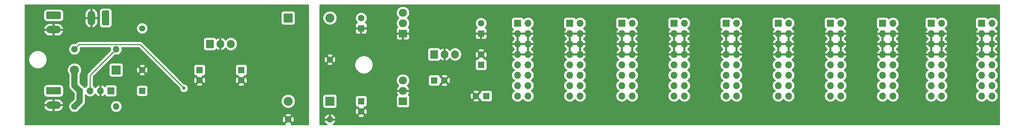
<source format=gbr>
%TF.GenerationSoftware,KiCad,Pcbnew,5.1.6*%
%TF.CreationDate,2020-09-08T23:32:54+02:00*%
%TF.ProjectId,psu,7073752e-6b69-4636-9164-5f7063625858,rev?*%
%TF.SameCoordinates,Original*%
%TF.FileFunction,Copper,L1,Top*%
%TF.FilePolarity,Positive*%
%FSLAX46Y46*%
G04 Gerber Fmt 4.6, Leading zero omitted, Abs format (unit mm)*
G04 Created by KiCad (PCBNEW 5.1.6) date 2020-09-08 23:32:54*
%MOMM*%
%LPD*%
G01*
G04 APERTURE LIST*
%TA.AperFunction,ComponentPad*%
%ADD10O,1.905000X2.000000*%
%TD*%
%TA.AperFunction,ComponentPad*%
%ADD11R,1.905000X2.000000*%
%TD*%
%TA.AperFunction,ComponentPad*%
%ADD12O,1.600000X1.600000*%
%TD*%
%TA.AperFunction,ComponentPad*%
%ADD13C,1.600000*%
%TD*%
%TA.AperFunction,ComponentPad*%
%ADD14O,2.200000X2.200000*%
%TD*%
%TA.AperFunction,ComponentPad*%
%ADD15R,2.200000X2.200000*%
%TD*%
%TA.AperFunction,ComponentPad*%
%ADD16R,1.600000X1.600000*%
%TD*%
%TA.AperFunction,ComponentPad*%
%ADD17O,1.800000X3.600000*%
%TD*%
%TA.AperFunction,ComponentPad*%
%ADD18O,3.600000X1.800000*%
%TD*%
%TA.AperFunction,ComponentPad*%
%ADD19O,2.000000X1.905000*%
%TD*%
%TA.AperFunction,ComponentPad*%
%ADD20R,2.000000X1.905000*%
%TD*%
%TA.AperFunction,ComponentPad*%
%ADD21O,1.700000X1.700000*%
%TD*%
%TA.AperFunction,ComponentPad*%
%ADD22R,1.700000X1.700000*%
%TD*%
%TA.AperFunction,ComponentPad*%
%ADD23C,1.524000*%
%TD*%
%TA.AperFunction,ComponentPad*%
%ADD24R,1.524000X1.524000*%
%TD*%
%TA.AperFunction,ViaPad*%
%ADD25C,0.800000*%
%TD*%
%TA.AperFunction,Conductor*%
%ADD26C,1.000000*%
%TD*%
%TA.AperFunction,Conductor*%
%ADD27C,0.250000*%
%TD*%
%TA.AperFunction,Conductor*%
%ADD28C,1.500000*%
%TD*%
%TA.AperFunction,Conductor*%
%ADD29C,0.254000*%
%TD*%
G04 APERTURE END LIST*
D10*
%TO.P,U5,3*%
%TO.N,Net-(C8-Pad1)*%
X88900000Y-85090000D03*
%TO.P,U5,2*%
%TO.N,GND*%
X86360000Y-85090000D03*
D11*
%TO.P,U5,1*%
%TO.N,Net-(C7-Pad1)*%
X83820000Y-85090000D03*
%TD*%
D12*
%TO.P,R3,2*%
%TO.N,0V*%
X113030000Y-103505000D03*
D13*
%TO.P,R3,1*%
%TO.N,GND*%
X102870000Y-103505000D03*
%TD*%
D12*
%TO.P,R2,2*%
%TO.N,Net-(C7-Pad1)*%
X60960000Y-100330000D03*
D13*
%TO.P,R2,1*%
%TO.N,VIN*%
X50800000Y-100330000D03*
%TD*%
D14*
%TO.P,D3,2*%
%TO.N,-15V*%
X113030000Y-78740000D03*
D15*
%TO.P,D3,1*%
%TO.N,Net-(C8-Pad1)*%
X102870000Y-78740000D03*
%TD*%
D14*
%TO.P,D2,2*%
%TO.N,Net-(C8-Pad1)*%
X102870000Y-99060000D03*
D15*
%TO.P,D2,1*%
%TO.N,+15V*%
X113030000Y-99060000D03*
%TD*%
D13*
%TO.P,C8,2*%
%TO.N,GND*%
X91440000Y-93940000D03*
D16*
%TO.P,C8,1*%
%TO.N,Net-(C8-Pad1)*%
X91440000Y-91440000D03*
%TD*%
D13*
%TO.P,C7,2*%
%TO.N,GND*%
X81280000Y-93940000D03*
D16*
%TO.P,C7,1*%
%TO.N,Net-(C7-Pad1)*%
X81280000Y-91440000D03*
%TD*%
D17*
%TO.P,J3,2*%
%TO.N,GND*%
X54920000Y-78740000D03*
%TO.P,J3,1*%
%TO.N,Net-(J1-Pad1)*%
%TA.AperFunction,ComponentPad*%
G36*
G01*
X59320000Y-77190000D02*
X59320000Y-80290000D01*
G75*
G02*
X59070000Y-80540000I-250000J0D01*
G01*
X57770000Y-80540000D01*
G75*
G02*
X57520000Y-80290000I0J250000D01*
G01*
X57520000Y-77190000D01*
G75*
G02*
X57770000Y-76940000I250000J0D01*
G01*
X59070000Y-76940000D01*
G75*
G02*
X59320000Y-77190000I0J-250000D01*
G01*
G37*
%TD.AperFunction*%
%TD*%
D18*
%TO.P,J2,2*%
%TO.N,GND*%
X45720000Y-81605000D03*
%TO.P,J2,1*%
%TO.N,Net-(J1-Pad1)*%
%TA.AperFunction,ComponentPad*%
G36*
G01*
X44170000Y-77205000D02*
X47270000Y-77205000D01*
G75*
G02*
X47520000Y-77455000I0J-250000D01*
G01*
X47520000Y-78755000D01*
G75*
G02*
X47270000Y-79005000I-250000J0D01*
G01*
X44170000Y-79005000D01*
G75*
G02*
X43920000Y-78755000I0J250000D01*
G01*
X43920000Y-77455000D01*
G75*
G02*
X44170000Y-77205000I250000J0D01*
G01*
G37*
%TD.AperFunction*%
%TD*%
%TO.P,J1,2*%
%TO.N,GND*%
X45720000Y-100020000D03*
%TO.P,J1,1*%
%TO.N,Net-(J1-Pad1)*%
%TA.AperFunction,ComponentPad*%
G36*
G01*
X44170000Y-95620000D02*
X47270000Y-95620000D01*
G75*
G02*
X47520000Y-95870000I0J-250000D01*
G01*
X47520000Y-97170000D01*
G75*
G02*
X47270000Y-97420000I-250000J0D01*
G01*
X44170000Y-97420000D01*
G75*
G02*
X43920000Y-97170000I0J250000D01*
G01*
X43920000Y-95870000D01*
G75*
G02*
X44170000Y-95620000I250000J0D01*
G01*
G37*
%TD.AperFunction*%
%TD*%
D19*
%TO.P,U3,3*%
%TO.N,-12V*%
X130810000Y-77470000D03*
%TO.P,U3,2*%
%TO.N,-15V*%
X130810000Y-80010000D03*
D20*
%TO.P,U3,1*%
%TO.N,0V*%
X130810000Y-82550000D03*
%TD*%
D19*
%TO.P,U2,3*%
%TO.N,+12V*%
X130810000Y-93980000D03*
%TO.P,U2,2*%
%TO.N,0V*%
X130810000Y-96520000D03*
D20*
%TO.P,U2,1*%
%TO.N,+15V*%
X130810000Y-99060000D03*
%TD*%
D21*
%TO.P,J13,16*%
%TO.N,Gate*%
X274320000Y-97790000D03*
%TO.P,J13,15*%
X271780000Y-97790000D03*
%TO.P,J13,14*%
%TO.N,CV*%
X274320000Y-95250000D03*
%TO.P,J13,13*%
X271780000Y-95250000D03*
%TO.P,J13,12*%
%TO.N,+5V*%
X274320000Y-92710000D03*
%TO.P,J13,11*%
X271780000Y-92710000D03*
%TO.P,J13,10*%
%TO.N,+12V*%
X274320000Y-90170000D03*
%TO.P,J13,9*%
X271780000Y-90170000D03*
%TO.P,J13,8*%
%TO.N,0V*%
X274320000Y-87630000D03*
%TO.P,J13,7*%
X271780000Y-87630000D03*
%TO.P,J13,6*%
X274320000Y-85090000D03*
%TO.P,J13,5*%
X271780000Y-85090000D03*
%TO.P,J13,4*%
X274320000Y-82550000D03*
%TO.P,J13,3*%
X271780000Y-82550000D03*
%TO.P,J13,2*%
%TO.N,-12V*%
X274320000Y-80010000D03*
D22*
%TO.P,J13,1*%
X271780000Y-80010000D03*
%TD*%
D21*
%TO.P,J12,16*%
%TO.N,Gate*%
X262024759Y-97790000D03*
%TO.P,J12,15*%
X259484759Y-97790000D03*
%TO.P,J12,14*%
%TO.N,CV*%
X262024759Y-95250000D03*
%TO.P,J12,13*%
X259484759Y-95250000D03*
%TO.P,J12,12*%
%TO.N,+5V*%
X262024759Y-92710000D03*
%TO.P,J12,11*%
X259484759Y-92710000D03*
%TO.P,J12,10*%
%TO.N,+12V*%
X262024759Y-90170000D03*
%TO.P,J12,9*%
X259484759Y-90170000D03*
%TO.P,J12,8*%
%TO.N,0V*%
X262024759Y-87630000D03*
%TO.P,J12,7*%
X259484759Y-87630000D03*
%TO.P,J12,6*%
X262024759Y-85090000D03*
%TO.P,J12,5*%
X259484759Y-85090000D03*
%TO.P,J12,4*%
X262024759Y-82550000D03*
%TO.P,J12,3*%
X259484759Y-82550000D03*
%TO.P,J12,2*%
%TO.N,-12V*%
X262024759Y-80010000D03*
D22*
%TO.P,J12,1*%
X259484759Y-80010000D03*
%TD*%
D21*
%TO.P,J11,16*%
%TO.N,Gate*%
X250190000Y-97790000D03*
%TO.P,J11,15*%
X247650000Y-97790000D03*
%TO.P,J11,14*%
%TO.N,CV*%
X250190000Y-95250000D03*
%TO.P,J11,13*%
X247650000Y-95250000D03*
%TO.P,J11,12*%
%TO.N,+5V*%
X250190000Y-92710000D03*
%TO.P,J11,11*%
X247650000Y-92710000D03*
%TO.P,J11,10*%
%TO.N,+12V*%
X250190000Y-90170000D03*
%TO.P,J11,9*%
X247650000Y-90170000D03*
%TO.P,J11,8*%
%TO.N,0V*%
X250190000Y-87630000D03*
%TO.P,J11,7*%
X247650000Y-87630000D03*
%TO.P,J11,6*%
X250190000Y-85090000D03*
%TO.P,J11,5*%
X247650000Y-85090000D03*
%TO.P,J11,4*%
X250190000Y-82550000D03*
%TO.P,J11,3*%
X247650000Y-82550000D03*
%TO.P,J11,2*%
%TO.N,-12V*%
X250190000Y-80010000D03*
D22*
%TO.P,J11,1*%
X247650000Y-80010000D03*
%TD*%
D21*
%TO.P,J10,16*%
%TO.N,Gate*%
X237490000Y-97790000D03*
%TO.P,J10,15*%
X234950000Y-97790000D03*
%TO.P,J10,14*%
%TO.N,CV*%
X237490000Y-95250000D03*
%TO.P,J10,13*%
X234950000Y-95250000D03*
%TO.P,J10,12*%
%TO.N,+5V*%
X237490000Y-92710000D03*
%TO.P,J10,11*%
X234950000Y-92710000D03*
%TO.P,J10,10*%
%TO.N,+12V*%
X237490000Y-90170000D03*
%TO.P,J10,9*%
X234950000Y-90170000D03*
%TO.P,J10,8*%
%TO.N,0V*%
X237490000Y-87630000D03*
%TO.P,J10,7*%
X234950000Y-87630000D03*
%TO.P,J10,6*%
X237490000Y-85090000D03*
%TO.P,J10,5*%
X234950000Y-85090000D03*
%TO.P,J10,4*%
X237490000Y-82550000D03*
%TO.P,J10,3*%
X234950000Y-82550000D03*
%TO.P,J10,2*%
%TO.N,-12V*%
X237490000Y-80010000D03*
D22*
%TO.P,J10,1*%
X234950000Y-80010000D03*
%TD*%
D21*
%TO.P,J9,16*%
%TO.N,Gate*%
X224790000Y-97790000D03*
%TO.P,J9,15*%
X222250000Y-97790000D03*
%TO.P,J9,14*%
%TO.N,CV*%
X224790000Y-95250000D03*
%TO.P,J9,13*%
X222250000Y-95250000D03*
%TO.P,J9,12*%
%TO.N,+5V*%
X224790000Y-92710000D03*
%TO.P,J9,11*%
X222250000Y-92710000D03*
%TO.P,J9,10*%
%TO.N,+12V*%
X224790000Y-90170000D03*
%TO.P,J9,9*%
X222250000Y-90170000D03*
%TO.P,J9,8*%
%TO.N,0V*%
X224790000Y-87630000D03*
%TO.P,J9,7*%
X222250000Y-87630000D03*
%TO.P,J9,6*%
X224790000Y-85090000D03*
%TO.P,J9,5*%
X222250000Y-85090000D03*
%TO.P,J9,4*%
X224790000Y-82550000D03*
%TO.P,J9,3*%
X222250000Y-82550000D03*
%TO.P,J9,2*%
%TO.N,-12V*%
X224790000Y-80010000D03*
D22*
%TO.P,J9,1*%
X222250000Y-80010000D03*
%TD*%
D21*
%TO.P,J8,16*%
%TO.N,Gate*%
X212090000Y-97790000D03*
%TO.P,J8,15*%
X209550000Y-97790000D03*
%TO.P,J8,14*%
%TO.N,CV*%
X212090000Y-95250000D03*
%TO.P,J8,13*%
X209550000Y-95250000D03*
%TO.P,J8,12*%
%TO.N,+5V*%
X212090000Y-92710000D03*
%TO.P,J8,11*%
X209550000Y-92710000D03*
%TO.P,J8,10*%
%TO.N,+12V*%
X212090000Y-90170000D03*
%TO.P,J8,9*%
X209550000Y-90170000D03*
%TO.P,J8,8*%
%TO.N,0V*%
X212090000Y-87630000D03*
%TO.P,J8,7*%
X209550000Y-87630000D03*
%TO.P,J8,6*%
X212090000Y-85090000D03*
%TO.P,J8,5*%
X209550000Y-85090000D03*
%TO.P,J8,4*%
X212090000Y-82550000D03*
%TO.P,J8,3*%
X209550000Y-82550000D03*
%TO.P,J8,2*%
%TO.N,-12V*%
X212090000Y-80010000D03*
D22*
%TO.P,J8,1*%
X209550000Y-80010000D03*
%TD*%
D21*
%TO.P,J7,16*%
%TO.N,Gate*%
X199390000Y-97790000D03*
%TO.P,J7,15*%
X196850000Y-97790000D03*
%TO.P,J7,14*%
%TO.N,CV*%
X199390000Y-95250000D03*
%TO.P,J7,13*%
X196850000Y-95250000D03*
%TO.P,J7,12*%
%TO.N,+5V*%
X199390000Y-92710000D03*
%TO.P,J7,11*%
X196850000Y-92710000D03*
%TO.P,J7,10*%
%TO.N,+12V*%
X199390000Y-90170000D03*
%TO.P,J7,9*%
X196850000Y-90170000D03*
%TO.P,J7,8*%
%TO.N,0V*%
X199390000Y-87630000D03*
%TO.P,J7,7*%
X196850000Y-87630000D03*
%TO.P,J7,6*%
X199390000Y-85090000D03*
%TO.P,J7,5*%
X196850000Y-85090000D03*
%TO.P,J7,4*%
X199390000Y-82550000D03*
%TO.P,J7,3*%
X196850000Y-82550000D03*
%TO.P,J7,2*%
%TO.N,-12V*%
X199390000Y-80010000D03*
D22*
%TO.P,J7,1*%
X196850000Y-80010000D03*
%TD*%
D21*
%TO.P,J6,16*%
%TO.N,Gate*%
X186690000Y-97790000D03*
%TO.P,J6,15*%
X184150000Y-97790000D03*
%TO.P,J6,14*%
%TO.N,CV*%
X186690000Y-95250000D03*
%TO.P,J6,13*%
X184150000Y-95250000D03*
%TO.P,J6,12*%
%TO.N,+5V*%
X186690000Y-92710000D03*
%TO.P,J6,11*%
X184150000Y-92710000D03*
%TO.P,J6,10*%
%TO.N,+12V*%
X186690000Y-90170000D03*
%TO.P,J6,9*%
X184150000Y-90170000D03*
%TO.P,J6,8*%
%TO.N,0V*%
X186690000Y-87630000D03*
%TO.P,J6,7*%
X184150000Y-87630000D03*
%TO.P,J6,6*%
X186690000Y-85090000D03*
%TO.P,J6,5*%
X184150000Y-85090000D03*
%TO.P,J6,4*%
X186690000Y-82550000D03*
%TO.P,J6,3*%
X184150000Y-82550000D03*
%TO.P,J6,2*%
%TO.N,-12V*%
X186690000Y-80010000D03*
D22*
%TO.P,J6,1*%
X184150000Y-80010000D03*
%TD*%
D21*
%TO.P,J5,16*%
%TO.N,Gate*%
X173990000Y-97790000D03*
%TO.P,J5,15*%
X171450000Y-97790000D03*
%TO.P,J5,14*%
%TO.N,CV*%
X173990000Y-95250000D03*
%TO.P,J5,13*%
X171450000Y-95250000D03*
%TO.P,J5,12*%
%TO.N,+5V*%
X173990000Y-92710000D03*
%TO.P,J5,11*%
X171450000Y-92710000D03*
%TO.P,J5,10*%
%TO.N,+12V*%
X173990000Y-90170000D03*
%TO.P,J5,9*%
X171450000Y-90170000D03*
%TO.P,J5,8*%
%TO.N,0V*%
X173990000Y-87630000D03*
%TO.P,J5,7*%
X171450000Y-87630000D03*
%TO.P,J5,6*%
X173990000Y-85090000D03*
%TO.P,J5,5*%
X171450000Y-85090000D03*
%TO.P,J5,4*%
X173990000Y-82550000D03*
%TO.P,J5,3*%
X171450000Y-82550000D03*
%TO.P,J5,2*%
%TO.N,-12V*%
X173990000Y-80010000D03*
D22*
%TO.P,J5,1*%
X171450000Y-80010000D03*
%TD*%
D21*
%TO.P,J4,16*%
%TO.N,Gate*%
X161290000Y-97790000D03*
%TO.P,J4,15*%
X158750000Y-97790000D03*
%TO.P,J4,14*%
%TO.N,CV*%
X161290000Y-95250000D03*
%TO.P,J4,13*%
X158750000Y-95250000D03*
%TO.P,J4,12*%
%TO.N,+5V*%
X161290000Y-92710000D03*
%TO.P,J4,11*%
X158750000Y-92710000D03*
%TO.P,J4,10*%
%TO.N,+12V*%
X161290000Y-90170000D03*
%TO.P,J4,9*%
X158750000Y-90170000D03*
%TO.P,J4,8*%
%TO.N,0V*%
X161290000Y-87630000D03*
%TO.P,J4,7*%
X158750000Y-87630000D03*
%TO.P,J4,6*%
X161290000Y-85090000D03*
%TO.P,J4,5*%
X158750000Y-85090000D03*
%TO.P,J4,4*%
X161290000Y-82550000D03*
%TO.P,J4,3*%
X158750000Y-82550000D03*
%TO.P,J4,2*%
%TO.N,-12V*%
X161290000Y-80010000D03*
D22*
%TO.P,J4,1*%
X158750000Y-80010000D03*
%TD*%
D13*
%TO.P,C6,2*%
%TO.N,0V*%
X148630000Y-97790000D03*
D16*
%TO.P,C6,1*%
%TO.N,+5V*%
X151130000Y-97790000D03*
%TD*%
D10*
%TO.P,U4,3*%
%TO.N,+5V*%
X143510000Y-87630000D03*
%TO.P,U4,2*%
%TO.N,0V*%
X140970000Y-87630000D03*
D11*
%TO.P,U4,1*%
%TO.N,+12V*%
X138430000Y-87630000D03*
%TD*%
D23*
%TO.P,U1,5*%
%TO.N,0V*%
X113030000Y-88900000D03*
%TO.P,U1,4*%
%TO.N,-15V*%
X113030000Y-78740000D03*
%TO.P,U1,6*%
%TO.N,+15V*%
X113030000Y-99060000D03*
%TO.P,U1,3*%
%TO.N,Net-(U1-Pad3)*%
X67310000Y-81280000D03*
%TO.P,U1,2*%
%TO.N,GND*%
X67310000Y-91440000D03*
D24*
%TO.P,U1,1*%
%TO.N,Net-(D1-Pad1)*%
X67310000Y-96520000D03*
%TD*%
D21*
%TO.P,SW1,4*%
%TO.N,VIN*%
X52070000Y-96520000D03*
%TO.P,SW1,3*%
%TO.N,Net-(R1-Pad2)*%
X54610000Y-96520000D03*
%TO.P,SW1,2*%
%TO.N,GND*%
X57150000Y-96520000D03*
D22*
%TO.P,SW1,1*%
%TO.N,Net-(J1-Pad1)*%
X59690000Y-96520000D03*
%TD*%
D12*
%TO.P,R1,2*%
%TO.N,Net-(R1-Pad2)*%
X60960000Y-86360000D03*
D13*
%TO.P,R1,1*%
%TO.N,+5V*%
X50800000Y-86360000D03*
%TD*%
D14*
%TO.P,D1,2*%
%TO.N,VIN*%
X50800000Y-91440000D03*
D15*
%TO.P,D1,1*%
%TO.N,Net-(D1-Pad1)*%
X60960000Y-91440000D03*
%TD*%
D13*
%TO.P,C5,2*%
%TO.N,0V*%
X149860000Y-87670000D03*
D16*
%TO.P,C5,1*%
%TO.N,+12V*%
X149860000Y-90170000D03*
%TD*%
D13*
%TO.P,C4,2*%
%TO.N,-12V*%
X149860000Y-80050000D03*
D16*
%TO.P,C4,1*%
%TO.N,0V*%
X149860000Y-82550000D03*
%TD*%
D13*
%TO.P,C3,2*%
%TO.N,0V*%
X140930000Y-93980000D03*
D16*
%TO.P,C3,1*%
%TO.N,+12V*%
X138430000Y-93980000D03*
%TD*%
D13*
%TO.P,C2,2*%
%TO.N,-15V*%
X120650000Y-78780000D03*
D16*
%TO.P,C2,1*%
%TO.N,0V*%
X120650000Y-81280000D03*
%TD*%
D13*
%TO.P,C1,2*%
%TO.N,0V*%
X120650000Y-101560000D03*
D16*
%TO.P,C1,1*%
%TO.N,+15V*%
X120650000Y-99060000D03*
%TD*%
D25*
%TO.N,+5V*%
X77470000Y-95885000D03*
%TD*%
D26*
%TO.N,0V*%
X149900000Y-87630000D02*
X149860000Y-87670000D01*
X140970000Y-94020000D02*
X140930000Y-93980000D01*
X140930000Y-87670000D02*
X140970000Y-87630000D01*
X130770000Y-96560000D02*
X130810000Y-96520000D01*
%TO.N,-12V*%
X158710000Y-80050000D02*
X158750000Y-80010000D01*
D27*
%TO.N,Net-(R1-Pad2)*%
X54610000Y-92710000D02*
X54610000Y-96520000D01*
X60960000Y-86360000D02*
X54610000Y-92710000D01*
%TO.N,+5V*%
X51925001Y-85234999D02*
X50800000Y-86360000D01*
X66819999Y-85234999D02*
X51925001Y-85234999D01*
X77470000Y-95885000D02*
X66819999Y-85234999D01*
D28*
%TO.N,VIN*%
X50800000Y-95250000D02*
X52070000Y-96520000D01*
X50800000Y-91440000D02*
X50800000Y-95250000D01*
X52070000Y-99060000D02*
X50800000Y-100330000D01*
X52070000Y-96520000D02*
X52070000Y-99060000D01*
%TD*%
D29*
%TO.N,GND*%
G36*
X107823000Y-104750000D02*
G01*
X103595931Y-104750000D01*
X103611514Y-104741671D01*
X103683097Y-104497702D01*
X102870000Y-103684605D01*
X102056903Y-104497702D01*
X102128486Y-104741671D01*
X102146089Y-104750000D01*
X38760000Y-104750000D01*
X38760000Y-103575512D01*
X101429783Y-103575512D01*
X101471213Y-103855130D01*
X101566397Y-104121292D01*
X101633329Y-104246514D01*
X101877298Y-104318097D01*
X102690395Y-103505000D01*
X103049605Y-103505000D01*
X103862702Y-104318097D01*
X104106671Y-104246514D01*
X104227571Y-103991004D01*
X104296300Y-103716816D01*
X104310217Y-103434488D01*
X104268787Y-103154870D01*
X104173603Y-102888708D01*
X104106671Y-102763486D01*
X103862702Y-102691903D01*
X103049605Y-103505000D01*
X102690395Y-103505000D01*
X101877298Y-102691903D01*
X101633329Y-102763486D01*
X101512429Y-103018996D01*
X101443700Y-103293184D01*
X101429783Y-103575512D01*
X38760000Y-103575512D01*
X38760000Y-102512298D01*
X102056903Y-102512298D01*
X102870000Y-103325395D01*
X103683097Y-102512298D01*
X103611514Y-102268329D01*
X103356004Y-102147429D01*
X103081816Y-102078700D01*
X102799488Y-102064783D01*
X102519870Y-102106213D01*
X102253708Y-102201397D01*
X102128486Y-102268329D01*
X102056903Y-102512298D01*
X38760000Y-102512298D01*
X38760000Y-100384740D01*
X43328964Y-100384740D01*
X43353245Y-100490087D01*
X43473138Y-100767204D01*
X43644790Y-101015606D01*
X43861604Y-101225748D01*
X44115249Y-101389554D01*
X44395977Y-101500729D01*
X44693000Y-101555000D01*
X45593000Y-101555000D01*
X45593000Y-100147000D01*
X45847000Y-100147000D01*
X45847000Y-101555000D01*
X46747000Y-101555000D01*
X47044023Y-101500729D01*
X47324751Y-101389554D01*
X47578396Y-101225748D01*
X47795210Y-101015606D01*
X47966862Y-100767204D01*
X48086755Y-100490087D01*
X48111036Y-100384740D01*
X47990378Y-100147000D01*
X45847000Y-100147000D01*
X45593000Y-100147000D01*
X43449622Y-100147000D01*
X43328964Y-100384740D01*
X38760000Y-100384740D01*
X38760000Y-99655260D01*
X43328964Y-99655260D01*
X43449622Y-99893000D01*
X45593000Y-99893000D01*
X45593000Y-98485000D01*
X45847000Y-98485000D01*
X45847000Y-99893000D01*
X47990378Y-99893000D01*
X48111036Y-99655260D01*
X48086755Y-99549913D01*
X47966862Y-99272796D01*
X47795210Y-99024394D01*
X47578396Y-98814252D01*
X47324751Y-98650446D01*
X47044023Y-98539271D01*
X46747000Y-98485000D01*
X45847000Y-98485000D01*
X45593000Y-98485000D01*
X44693000Y-98485000D01*
X44395977Y-98539271D01*
X44115249Y-98650446D01*
X43861604Y-98814252D01*
X43644790Y-99024394D01*
X43473138Y-99272796D01*
X43353245Y-99549913D01*
X43328964Y-99655260D01*
X38760000Y-99655260D01*
X38760000Y-95870000D01*
X43281928Y-95870000D01*
X43281928Y-97170000D01*
X43298992Y-97343254D01*
X43349528Y-97509850D01*
X43431595Y-97663386D01*
X43542038Y-97797962D01*
X43676614Y-97908405D01*
X43830150Y-97990472D01*
X43996746Y-98041008D01*
X44170000Y-98058072D01*
X47270000Y-98058072D01*
X47443254Y-98041008D01*
X47609850Y-97990472D01*
X47763386Y-97908405D01*
X47897962Y-97797962D01*
X48008405Y-97663386D01*
X48090472Y-97509850D01*
X48141008Y-97343254D01*
X48158072Y-97170000D01*
X48158072Y-95870000D01*
X48141008Y-95696746D01*
X48090472Y-95530150D01*
X48008405Y-95376614D01*
X47897962Y-95242038D01*
X47763386Y-95131595D01*
X47609850Y-95049528D01*
X47443254Y-94998992D01*
X47270000Y-94981928D01*
X44170000Y-94981928D01*
X43996746Y-94998992D01*
X43830150Y-95049528D01*
X43676614Y-95131595D01*
X43542038Y-95242038D01*
X43431595Y-95376614D01*
X43349528Y-95530150D01*
X43298992Y-95696746D01*
X43281928Y-95870000D01*
X38760000Y-95870000D01*
X38760000Y-91269117D01*
X49065000Y-91269117D01*
X49065000Y-91610883D01*
X49131675Y-91946081D01*
X49262463Y-92261831D01*
X49415000Y-92490120D01*
X49415001Y-95181961D01*
X49408300Y-95250000D01*
X49435040Y-95521507D01*
X49514236Y-95782580D01*
X49642844Y-96023188D01*
X49772548Y-96181233D01*
X49772551Y-96181236D01*
X49815920Y-96234081D01*
X49868764Y-96277449D01*
X50685000Y-97093686D01*
X50685001Y-98486314D01*
X50098339Y-99072976D01*
X49885241Y-99215363D01*
X49685363Y-99415241D01*
X49528320Y-99650273D01*
X49420147Y-99911426D01*
X49365000Y-100188665D01*
X49365000Y-100471335D01*
X49420147Y-100748574D01*
X49528320Y-101009727D01*
X49685363Y-101244759D01*
X49885241Y-101444637D01*
X50120273Y-101601680D01*
X50381426Y-101709853D01*
X50658665Y-101765000D01*
X50941335Y-101765000D01*
X51218574Y-101709853D01*
X51479727Y-101601680D01*
X51714759Y-101444637D01*
X51914637Y-101244759D01*
X52057024Y-101031661D01*
X52900020Y-100188665D01*
X59525000Y-100188665D01*
X59525000Y-100471335D01*
X59580147Y-100748574D01*
X59688320Y-101009727D01*
X59845363Y-101244759D01*
X60045241Y-101444637D01*
X60280273Y-101601680D01*
X60541426Y-101709853D01*
X60818665Y-101765000D01*
X61101335Y-101765000D01*
X61378574Y-101709853D01*
X61639727Y-101601680D01*
X61874759Y-101444637D01*
X62074637Y-101244759D01*
X62231680Y-101009727D01*
X62339853Y-100748574D01*
X62395000Y-100471335D01*
X62395000Y-100188665D01*
X62339853Y-99911426D01*
X62231680Y-99650273D01*
X62074637Y-99415241D01*
X61874759Y-99215363D01*
X61639727Y-99058320D01*
X61378574Y-98950147D01*
X61101335Y-98895000D01*
X60818665Y-98895000D01*
X60541426Y-98950147D01*
X60280273Y-99058320D01*
X60045241Y-99215363D01*
X59845363Y-99415241D01*
X59688320Y-99650273D01*
X59580147Y-99911426D01*
X59525000Y-100188665D01*
X52900020Y-100188665D01*
X53001236Y-100087450D01*
X53054081Y-100044081D01*
X53227157Y-99833188D01*
X53355764Y-99592581D01*
X53434960Y-99331507D01*
X53455000Y-99128037D01*
X53455000Y-99128028D01*
X53461700Y-99060001D01*
X53455000Y-98991974D01*
X53455000Y-98889117D01*
X101135000Y-98889117D01*
X101135000Y-99230883D01*
X101201675Y-99566081D01*
X101332463Y-99881831D01*
X101522337Y-100165998D01*
X101764002Y-100407663D01*
X102048169Y-100597537D01*
X102363919Y-100728325D01*
X102699117Y-100795000D01*
X103040883Y-100795000D01*
X103376081Y-100728325D01*
X103691831Y-100597537D01*
X103975998Y-100407663D01*
X104217663Y-100165998D01*
X104407537Y-99881831D01*
X104538325Y-99566081D01*
X104605000Y-99230883D01*
X104605000Y-98889117D01*
X104538325Y-98553919D01*
X104407537Y-98238169D01*
X104217663Y-97954002D01*
X103975998Y-97712337D01*
X103691831Y-97522463D01*
X103376081Y-97391675D01*
X103040883Y-97325000D01*
X102699117Y-97325000D01*
X102363919Y-97391675D01*
X102048169Y-97522463D01*
X101764002Y-97712337D01*
X101522337Y-97954002D01*
X101332463Y-98238169D01*
X101201675Y-98553919D01*
X101135000Y-98889117D01*
X53455000Y-98889117D01*
X53455000Y-97464350D01*
X53456525Y-97466632D01*
X53663368Y-97673475D01*
X53906589Y-97835990D01*
X54176842Y-97947932D01*
X54463740Y-98005000D01*
X54756260Y-98005000D01*
X55043158Y-97947932D01*
X55313411Y-97835990D01*
X55556632Y-97673475D01*
X55763475Y-97466632D01*
X55885195Y-97284466D01*
X55954822Y-97401355D01*
X56149731Y-97617588D01*
X56383080Y-97791641D01*
X56645901Y-97916825D01*
X56793110Y-97961476D01*
X57023000Y-97840155D01*
X57023000Y-96647000D01*
X57003000Y-96647000D01*
X57003000Y-96393000D01*
X57023000Y-96393000D01*
X57023000Y-95199845D01*
X57277000Y-95199845D01*
X57277000Y-96393000D01*
X57297000Y-96393000D01*
X57297000Y-96647000D01*
X57277000Y-96647000D01*
X57277000Y-97840155D01*
X57506890Y-97961476D01*
X57654099Y-97916825D01*
X57916920Y-97791641D01*
X58150269Y-97617588D01*
X58226034Y-97533534D01*
X58250498Y-97614180D01*
X58309463Y-97724494D01*
X58388815Y-97821185D01*
X58485506Y-97900537D01*
X58595820Y-97959502D01*
X58715518Y-97995812D01*
X58840000Y-98008072D01*
X60540000Y-98008072D01*
X60664482Y-97995812D01*
X60784180Y-97959502D01*
X60894494Y-97900537D01*
X60991185Y-97821185D01*
X61070537Y-97724494D01*
X61129502Y-97614180D01*
X61165812Y-97494482D01*
X61178072Y-97370000D01*
X61178072Y-95758000D01*
X65909928Y-95758000D01*
X65909928Y-97282000D01*
X65922188Y-97406482D01*
X65958498Y-97526180D01*
X66017463Y-97636494D01*
X66096815Y-97733185D01*
X66193506Y-97812537D01*
X66303820Y-97871502D01*
X66423518Y-97907812D01*
X66548000Y-97920072D01*
X68072000Y-97920072D01*
X68196482Y-97907812D01*
X68316180Y-97871502D01*
X68426494Y-97812537D01*
X68523185Y-97733185D01*
X68602537Y-97636494D01*
X68661502Y-97526180D01*
X68697812Y-97406482D01*
X68710072Y-97282000D01*
X68710072Y-95758000D01*
X68697812Y-95633518D01*
X68661502Y-95513820D01*
X68602537Y-95403506D01*
X68523185Y-95306815D01*
X68426494Y-95227463D01*
X68316180Y-95168498D01*
X68196482Y-95132188D01*
X68072000Y-95119928D01*
X66548000Y-95119928D01*
X66423518Y-95132188D01*
X66303820Y-95168498D01*
X66193506Y-95227463D01*
X66096815Y-95306815D01*
X66017463Y-95403506D01*
X65958498Y-95513820D01*
X65922188Y-95633518D01*
X65909928Y-95758000D01*
X61178072Y-95758000D01*
X61178072Y-95670000D01*
X61165812Y-95545518D01*
X61129502Y-95425820D01*
X61070537Y-95315506D01*
X60991185Y-95218815D01*
X60894494Y-95139463D01*
X60784180Y-95080498D01*
X60664482Y-95044188D01*
X60540000Y-95031928D01*
X58840000Y-95031928D01*
X58715518Y-95044188D01*
X58595820Y-95080498D01*
X58485506Y-95139463D01*
X58388815Y-95218815D01*
X58309463Y-95315506D01*
X58250498Y-95425820D01*
X58226034Y-95506466D01*
X58150269Y-95422412D01*
X57916920Y-95248359D01*
X57654099Y-95123175D01*
X57506890Y-95078524D01*
X57277000Y-95199845D01*
X57023000Y-95199845D01*
X56793110Y-95078524D01*
X56645901Y-95123175D01*
X56383080Y-95248359D01*
X56149731Y-95422412D01*
X55954822Y-95638645D01*
X55885195Y-95755534D01*
X55763475Y-95573368D01*
X55556632Y-95366525D01*
X55370000Y-95241822D01*
X55370000Y-93024801D01*
X58054801Y-90340000D01*
X59221928Y-90340000D01*
X59221928Y-92540000D01*
X59234188Y-92664482D01*
X59270498Y-92784180D01*
X59329463Y-92894494D01*
X59408815Y-92991185D01*
X59505506Y-93070537D01*
X59615820Y-93129502D01*
X59735518Y-93165812D01*
X59860000Y-93178072D01*
X62060000Y-93178072D01*
X62184482Y-93165812D01*
X62304180Y-93129502D01*
X62414494Y-93070537D01*
X62511185Y-92991185D01*
X62590537Y-92894494D01*
X62649502Y-92784180D01*
X62685812Y-92664482D01*
X62698072Y-92540000D01*
X62698072Y-92405565D01*
X66524040Y-92405565D01*
X66591020Y-92645656D01*
X66840048Y-92762756D01*
X67107135Y-92829023D01*
X67382017Y-92841910D01*
X67654133Y-92800922D01*
X67913023Y-92707636D01*
X68028980Y-92645656D01*
X68095960Y-92405565D01*
X67310000Y-91619605D01*
X66524040Y-92405565D01*
X62698072Y-92405565D01*
X62698072Y-91512017D01*
X65908090Y-91512017D01*
X65949078Y-91784133D01*
X66042364Y-92043023D01*
X66104344Y-92158980D01*
X66344435Y-92225960D01*
X67130395Y-91440000D01*
X67489605Y-91440000D01*
X68275565Y-92225960D01*
X68515656Y-92158980D01*
X68632756Y-91909952D01*
X68699023Y-91642865D01*
X68711910Y-91367983D01*
X68670922Y-91095867D01*
X68577636Y-90836977D01*
X68515656Y-90721020D01*
X68275565Y-90654040D01*
X67489605Y-91440000D01*
X67130395Y-91440000D01*
X66344435Y-90654040D01*
X66104344Y-90721020D01*
X65987244Y-90970048D01*
X65920977Y-91237135D01*
X65908090Y-91512017D01*
X62698072Y-91512017D01*
X62698072Y-90474435D01*
X66524040Y-90474435D01*
X67310000Y-91260395D01*
X68095960Y-90474435D01*
X68028980Y-90234344D01*
X67779952Y-90117244D01*
X67512865Y-90050977D01*
X67237983Y-90038090D01*
X66965867Y-90079078D01*
X66706977Y-90172364D01*
X66591020Y-90234344D01*
X66524040Y-90474435D01*
X62698072Y-90474435D01*
X62698072Y-90340000D01*
X62685812Y-90215518D01*
X62649502Y-90095820D01*
X62590537Y-89985506D01*
X62511185Y-89888815D01*
X62414494Y-89809463D01*
X62304180Y-89750498D01*
X62184482Y-89714188D01*
X62060000Y-89701928D01*
X59860000Y-89701928D01*
X59735518Y-89714188D01*
X59615820Y-89750498D01*
X59505506Y-89809463D01*
X59408815Y-89888815D01*
X59329463Y-89985506D01*
X59270498Y-90095820D01*
X59234188Y-90215518D01*
X59221928Y-90340000D01*
X58054801Y-90340000D01*
X60636114Y-87758688D01*
X60818665Y-87795000D01*
X61101335Y-87795000D01*
X61378574Y-87739853D01*
X61639727Y-87631680D01*
X61874759Y-87474637D01*
X62074637Y-87274759D01*
X62231680Y-87039727D01*
X62339853Y-86778574D01*
X62395000Y-86501335D01*
X62395000Y-86218665D01*
X62350509Y-85994999D01*
X66505198Y-85994999D01*
X76435000Y-95924802D01*
X76435000Y-95986939D01*
X76474774Y-96186898D01*
X76552795Y-96375256D01*
X76666063Y-96544774D01*
X76810226Y-96688937D01*
X76979744Y-96802205D01*
X77168102Y-96880226D01*
X77368061Y-96920000D01*
X77571939Y-96920000D01*
X77771898Y-96880226D01*
X77960256Y-96802205D01*
X78129774Y-96688937D01*
X78273937Y-96544774D01*
X78387205Y-96375256D01*
X78465226Y-96186898D01*
X78505000Y-95986939D01*
X78505000Y-95783061D01*
X78465226Y-95583102D01*
X78387205Y-95394744D01*
X78273937Y-95225226D01*
X78129774Y-95081063D01*
X77960256Y-94967795D01*
X77875535Y-94932702D01*
X80466903Y-94932702D01*
X80538486Y-95176671D01*
X80793996Y-95297571D01*
X81068184Y-95366300D01*
X81350512Y-95380217D01*
X81630130Y-95338787D01*
X81896292Y-95243603D01*
X82021514Y-95176671D01*
X82093097Y-94932702D01*
X90626903Y-94932702D01*
X90698486Y-95176671D01*
X90953996Y-95297571D01*
X91228184Y-95366300D01*
X91510512Y-95380217D01*
X91790130Y-95338787D01*
X92056292Y-95243603D01*
X92181514Y-95176671D01*
X92253097Y-94932702D01*
X91440000Y-94119605D01*
X90626903Y-94932702D01*
X82093097Y-94932702D01*
X81280000Y-94119605D01*
X80466903Y-94932702D01*
X77875535Y-94932702D01*
X77771898Y-94889774D01*
X77571939Y-94850000D01*
X77509802Y-94850000D01*
X76670314Y-94010512D01*
X79839783Y-94010512D01*
X79881213Y-94290130D01*
X79976397Y-94556292D01*
X80043329Y-94681514D01*
X80287298Y-94753097D01*
X81100395Y-93940000D01*
X81459605Y-93940000D01*
X82272702Y-94753097D01*
X82516671Y-94681514D01*
X82637571Y-94426004D01*
X82706300Y-94151816D01*
X82713265Y-94010512D01*
X89999783Y-94010512D01*
X90041213Y-94290130D01*
X90136397Y-94556292D01*
X90203329Y-94681514D01*
X90447298Y-94753097D01*
X91260395Y-93940000D01*
X91619605Y-93940000D01*
X92432702Y-94753097D01*
X92676671Y-94681514D01*
X92797571Y-94426004D01*
X92866300Y-94151816D01*
X92880217Y-93869488D01*
X92838787Y-93589870D01*
X92743603Y-93323708D01*
X92676671Y-93198486D01*
X92432702Y-93126903D01*
X91619605Y-93940000D01*
X91260395Y-93940000D01*
X90447298Y-93126903D01*
X90203329Y-93198486D01*
X90082429Y-93453996D01*
X90013700Y-93728184D01*
X89999783Y-94010512D01*
X82713265Y-94010512D01*
X82720217Y-93869488D01*
X82678787Y-93589870D01*
X82583603Y-93323708D01*
X82516671Y-93198486D01*
X82272702Y-93126903D01*
X81459605Y-93940000D01*
X81100395Y-93940000D01*
X80287298Y-93126903D01*
X80043329Y-93198486D01*
X79922429Y-93453996D01*
X79853700Y-93728184D01*
X79839783Y-94010512D01*
X76670314Y-94010512D01*
X73299802Y-90640000D01*
X79841928Y-90640000D01*
X79841928Y-92240000D01*
X79854188Y-92364482D01*
X79890498Y-92484180D01*
X79949463Y-92594494D01*
X80028815Y-92691185D01*
X80125506Y-92770537D01*
X80235820Y-92829502D01*
X80355518Y-92865812D01*
X80480000Y-92878072D01*
X80487215Y-92878072D01*
X80466903Y-92947298D01*
X81280000Y-93760395D01*
X82093097Y-92947298D01*
X82072785Y-92878072D01*
X82080000Y-92878072D01*
X82204482Y-92865812D01*
X82324180Y-92829502D01*
X82434494Y-92770537D01*
X82531185Y-92691185D01*
X82610537Y-92594494D01*
X82669502Y-92484180D01*
X82705812Y-92364482D01*
X82718072Y-92240000D01*
X82718072Y-90640000D01*
X90001928Y-90640000D01*
X90001928Y-92240000D01*
X90014188Y-92364482D01*
X90050498Y-92484180D01*
X90109463Y-92594494D01*
X90188815Y-92691185D01*
X90285506Y-92770537D01*
X90395820Y-92829502D01*
X90515518Y-92865812D01*
X90640000Y-92878072D01*
X90647215Y-92878072D01*
X90626903Y-92947298D01*
X91440000Y-93760395D01*
X92253097Y-92947298D01*
X92232785Y-92878072D01*
X92240000Y-92878072D01*
X92364482Y-92865812D01*
X92484180Y-92829502D01*
X92594494Y-92770537D01*
X92691185Y-92691185D01*
X92770537Y-92594494D01*
X92829502Y-92484180D01*
X92865812Y-92364482D01*
X92878072Y-92240000D01*
X92878072Y-90640000D01*
X92865812Y-90515518D01*
X92829502Y-90395820D01*
X92770537Y-90285506D01*
X92691185Y-90188815D01*
X92594494Y-90109463D01*
X92484180Y-90050498D01*
X92364482Y-90014188D01*
X92240000Y-90001928D01*
X90640000Y-90001928D01*
X90515518Y-90014188D01*
X90395820Y-90050498D01*
X90285506Y-90109463D01*
X90188815Y-90188815D01*
X90109463Y-90285506D01*
X90050498Y-90395820D01*
X90014188Y-90515518D01*
X90001928Y-90640000D01*
X82718072Y-90640000D01*
X82705812Y-90515518D01*
X82669502Y-90395820D01*
X82610537Y-90285506D01*
X82531185Y-90188815D01*
X82434494Y-90109463D01*
X82324180Y-90050498D01*
X82204482Y-90014188D01*
X82080000Y-90001928D01*
X80480000Y-90001928D01*
X80355518Y-90014188D01*
X80235820Y-90050498D01*
X80125506Y-90109463D01*
X80028815Y-90188815D01*
X79949463Y-90285506D01*
X79890498Y-90395820D01*
X79854188Y-90515518D01*
X79841928Y-90640000D01*
X73299802Y-90640000D01*
X67383803Y-84724002D01*
X67360000Y-84694998D01*
X67244275Y-84600025D01*
X67112246Y-84529453D01*
X66968985Y-84485996D01*
X66857332Y-84474999D01*
X66857321Y-84474999D01*
X66819999Y-84471323D01*
X66782677Y-84474999D01*
X51962326Y-84474999D01*
X51925001Y-84471323D01*
X51887676Y-84474999D01*
X51887668Y-84474999D01*
X51776015Y-84485996D01*
X51632754Y-84529453D01*
X51500725Y-84600025D01*
X51385000Y-84694998D01*
X51361202Y-84723996D01*
X51123886Y-84961312D01*
X50941335Y-84925000D01*
X50658665Y-84925000D01*
X50381426Y-84980147D01*
X50120273Y-85088320D01*
X49885241Y-85245363D01*
X49685363Y-85445241D01*
X49528320Y-85680273D01*
X49420147Y-85941426D01*
X49365000Y-86218665D01*
X49365000Y-86501335D01*
X49420147Y-86778574D01*
X49528320Y-87039727D01*
X49685363Y-87274759D01*
X49885241Y-87474637D01*
X50120273Y-87631680D01*
X50381426Y-87739853D01*
X50658665Y-87795000D01*
X50941335Y-87795000D01*
X51218574Y-87739853D01*
X51479727Y-87631680D01*
X51714759Y-87474637D01*
X51914637Y-87274759D01*
X52071680Y-87039727D01*
X52179853Y-86778574D01*
X52235000Y-86501335D01*
X52235000Y-86218665D01*
X52198688Y-86036114D01*
X52239803Y-85994999D01*
X59569491Y-85994999D01*
X59525000Y-86218665D01*
X59525000Y-86501335D01*
X59561312Y-86683886D01*
X54099003Y-92146196D01*
X54069999Y-92169999D01*
X54014871Y-92237174D01*
X53975026Y-92285724D01*
X53932929Y-92364482D01*
X53904454Y-92417754D01*
X53860997Y-92561015D01*
X53850000Y-92672668D01*
X53850000Y-92672678D01*
X53846324Y-92710000D01*
X53850000Y-92747323D01*
X53850001Y-95241821D01*
X53663368Y-95366525D01*
X53456525Y-95573368D01*
X53340000Y-95747760D01*
X53223475Y-95573368D01*
X53016632Y-95366525D01*
X52773411Y-95204010D01*
X52669764Y-95161078D01*
X52185000Y-94676315D01*
X52185000Y-92490119D01*
X52337537Y-92261831D01*
X52468325Y-91946081D01*
X52535000Y-91610883D01*
X52535000Y-91269117D01*
X52468325Y-90933919D01*
X52337537Y-90618169D01*
X52147663Y-90334002D01*
X51905998Y-90092337D01*
X51621831Y-89902463D01*
X51306081Y-89771675D01*
X50970883Y-89705000D01*
X50629117Y-89705000D01*
X50293919Y-89771675D01*
X49978169Y-89902463D01*
X49694002Y-90092337D01*
X49452337Y-90334002D01*
X49262463Y-90618169D01*
X49131675Y-90933919D01*
X49065000Y-91269117D01*
X38760000Y-91269117D01*
X38760000Y-88679872D01*
X39675000Y-88679872D01*
X39675000Y-89120128D01*
X39760890Y-89551925D01*
X39929369Y-89958669D01*
X40173962Y-90324729D01*
X40485271Y-90636038D01*
X40851331Y-90880631D01*
X41258075Y-91049110D01*
X41689872Y-91135000D01*
X42130128Y-91135000D01*
X42561925Y-91049110D01*
X42968669Y-90880631D01*
X43334729Y-90636038D01*
X43646038Y-90324729D01*
X43890631Y-89958669D01*
X44059110Y-89551925D01*
X44145000Y-89120128D01*
X44145000Y-88679872D01*
X44059110Y-88248075D01*
X43890631Y-87841331D01*
X43646038Y-87475271D01*
X43334729Y-87163962D01*
X42968669Y-86919369D01*
X42561925Y-86750890D01*
X42130128Y-86665000D01*
X41689872Y-86665000D01*
X41258075Y-86750890D01*
X40851331Y-86919369D01*
X40485271Y-87163962D01*
X40173962Y-87475271D01*
X39929369Y-87841331D01*
X39760890Y-88248075D01*
X39675000Y-88679872D01*
X38760000Y-88679872D01*
X38760000Y-84090000D01*
X82229428Y-84090000D01*
X82229428Y-86090000D01*
X82241688Y-86214482D01*
X82277998Y-86334180D01*
X82336963Y-86444494D01*
X82416315Y-86541185D01*
X82513006Y-86620537D01*
X82623320Y-86679502D01*
X82743018Y-86715812D01*
X82867500Y-86728072D01*
X84772500Y-86728072D01*
X84896982Y-86715812D01*
X85016680Y-86679502D01*
X85126994Y-86620537D01*
X85223685Y-86541185D01*
X85303037Y-86444494D01*
X85352059Y-86352781D01*
X85493077Y-86465969D01*
X85768906Y-86609571D01*
X85987020Y-86680563D01*
X86233000Y-86560594D01*
X86233000Y-85217000D01*
X86213000Y-85217000D01*
X86213000Y-84963000D01*
X86233000Y-84963000D01*
X86233000Y-83619406D01*
X86487000Y-83619406D01*
X86487000Y-84963000D01*
X86507000Y-84963000D01*
X86507000Y-85217000D01*
X86487000Y-85217000D01*
X86487000Y-86560594D01*
X86732980Y-86680563D01*
X86951094Y-86609571D01*
X87226923Y-86465969D01*
X87469437Y-86271315D01*
X87624837Y-86086101D01*
X87772037Y-86265463D01*
X88013766Y-86463845D01*
X88289552Y-86611255D01*
X88588797Y-86702030D01*
X88900000Y-86732681D01*
X89211204Y-86702030D01*
X89510449Y-86611255D01*
X89786235Y-86463845D01*
X90027963Y-86265463D01*
X90226345Y-86023734D01*
X90373755Y-85747948D01*
X90464530Y-85448703D01*
X90487500Y-85215485D01*
X90487500Y-84964514D01*
X90464530Y-84731296D01*
X90373755Y-84432051D01*
X90226345Y-84156265D01*
X90027963Y-83914537D01*
X89786234Y-83716155D01*
X89510448Y-83568745D01*
X89211203Y-83477970D01*
X88900000Y-83447319D01*
X88588796Y-83477970D01*
X88289551Y-83568745D01*
X88013765Y-83716155D01*
X87772037Y-83914537D01*
X87624838Y-84093900D01*
X87469437Y-83908685D01*
X87226923Y-83714031D01*
X86951094Y-83570429D01*
X86732980Y-83499437D01*
X86487000Y-83619406D01*
X86233000Y-83619406D01*
X85987020Y-83499437D01*
X85768906Y-83570429D01*
X85493077Y-83714031D01*
X85352059Y-83827219D01*
X85303037Y-83735506D01*
X85223685Y-83638815D01*
X85126994Y-83559463D01*
X85016680Y-83500498D01*
X84896982Y-83464188D01*
X84772500Y-83451928D01*
X82867500Y-83451928D01*
X82743018Y-83464188D01*
X82623320Y-83500498D01*
X82513006Y-83559463D01*
X82416315Y-83638815D01*
X82336963Y-83735506D01*
X82277998Y-83845820D01*
X82241688Y-83965518D01*
X82229428Y-84090000D01*
X38760000Y-84090000D01*
X38760000Y-81969740D01*
X43328964Y-81969740D01*
X43353245Y-82075087D01*
X43473138Y-82352204D01*
X43644790Y-82600606D01*
X43861604Y-82810748D01*
X44115249Y-82974554D01*
X44395977Y-83085729D01*
X44693000Y-83140000D01*
X45593000Y-83140000D01*
X45593000Y-81732000D01*
X45847000Y-81732000D01*
X45847000Y-83140000D01*
X46747000Y-83140000D01*
X47044023Y-83085729D01*
X47324751Y-82974554D01*
X47578396Y-82810748D01*
X47795210Y-82600606D01*
X47966862Y-82352204D01*
X48086755Y-82075087D01*
X48111036Y-81969740D01*
X47990378Y-81732000D01*
X45847000Y-81732000D01*
X45593000Y-81732000D01*
X43449622Y-81732000D01*
X43328964Y-81969740D01*
X38760000Y-81969740D01*
X38760000Y-81240260D01*
X43328964Y-81240260D01*
X43449622Y-81478000D01*
X45593000Y-81478000D01*
X45593000Y-80070000D01*
X45847000Y-80070000D01*
X45847000Y-81478000D01*
X47990378Y-81478000D01*
X48111036Y-81240260D01*
X48086755Y-81134913D01*
X47966862Y-80857796D01*
X47795210Y-80609394D01*
X47578396Y-80399252D01*
X47324751Y-80235446D01*
X47044023Y-80124271D01*
X46747000Y-80070000D01*
X45847000Y-80070000D01*
X45593000Y-80070000D01*
X44693000Y-80070000D01*
X44395977Y-80124271D01*
X44115249Y-80235446D01*
X43861604Y-80399252D01*
X43644790Y-80609394D01*
X43473138Y-80857796D01*
X43353245Y-81134913D01*
X43328964Y-81240260D01*
X38760000Y-81240260D01*
X38760000Y-77455000D01*
X43281928Y-77455000D01*
X43281928Y-78755000D01*
X43298992Y-78928254D01*
X43349528Y-79094850D01*
X43431595Y-79248386D01*
X43542038Y-79382962D01*
X43676614Y-79493405D01*
X43830150Y-79575472D01*
X43996746Y-79626008D01*
X44170000Y-79643072D01*
X47270000Y-79643072D01*
X47443254Y-79626008D01*
X47609850Y-79575472D01*
X47763386Y-79493405D01*
X47897962Y-79382962D01*
X48008405Y-79248386D01*
X48090472Y-79094850D01*
X48141008Y-78928254D01*
X48147040Y-78867000D01*
X53385000Y-78867000D01*
X53385000Y-79767000D01*
X53439271Y-80064023D01*
X53550446Y-80344751D01*
X53714252Y-80598396D01*
X53924394Y-80815210D01*
X54172796Y-80986862D01*
X54449913Y-81106755D01*
X54555260Y-81131036D01*
X54793000Y-81010378D01*
X54793000Y-78867000D01*
X55047000Y-78867000D01*
X55047000Y-81010378D01*
X55284740Y-81131036D01*
X55390087Y-81106755D01*
X55667204Y-80986862D01*
X55915606Y-80815210D01*
X56125748Y-80598396D01*
X56289554Y-80344751D01*
X56400729Y-80064023D01*
X56455000Y-79767000D01*
X56455000Y-78867000D01*
X55047000Y-78867000D01*
X54793000Y-78867000D01*
X53385000Y-78867000D01*
X48147040Y-78867000D01*
X48158072Y-78755000D01*
X48158072Y-77713000D01*
X53385000Y-77713000D01*
X53385000Y-78613000D01*
X54793000Y-78613000D01*
X54793000Y-76469622D01*
X55047000Y-76469622D01*
X55047000Y-78613000D01*
X56455000Y-78613000D01*
X56455000Y-77713000D01*
X56400729Y-77415977D01*
X56311237Y-77190000D01*
X56881928Y-77190000D01*
X56881928Y-80290000D01*
X56898992Y-80463254D01*
X56949528Y-80629850D01*
X57031595Y-80783386D01*
X57142038Y-80917962D01*
X57276614Y-81028405D01*
X57430150Y-81110472D01*
X57596746Y-81161008D01*
X57770000Y-81178072D01*
X59070000Y-81178072D01*
X59243254Y-81161008D01*
X59304570Y-81142408D01*
X65913000Y-81142408D01*
X65913000Y-81417592D01*
X65966686Y-81687490D01*
X66071995Y-81941727D01*
X66224880Y-82170535D01*
X66419465Y-82365120D01*
X66648273Y-82518005D01*
X66902510Y-82623314D01*
X67172408Y-82677000D01*
X67447592Y-82677000D01*
X67717490Y-82623314D01*
X67971727Y-82518005D01*
X68200535Y-82365120D01*
X68395120Y-82170535D01*
X68548005Y-81941727D01*
X68653314Y-81687490D01*
X68707000Y-81417592D01*
X68707000Y-81142408D01*
X68653314Y-80872510D01*
X68548005Y-80618273D01*
X68395120Y-80389465D01*
X68200535Y-80194880D01*
X67971727Y-80041995D01*
X67717490Y-79936686D01*
X67447592Y-79883000D01*
X67172408Y-79883000D01*
X66902510Y-79936686D01*
X66648273Y-80041995D01*
X66419465Y-80194880D01*
X66224880Y-80389465D01*
X66071995Y-80618273D01*
X65966686Y-80872510D01*
X65913000Y-81142408D01*
X59304570Y-81142408D01*
X59409850Y-81110472D01*
X59563386Y-81028405D01*
X59697962Y-80917962D01*
X59808405Y-80783386D01*
X59890472Y-80629850D01*
X59941008Y-80463254D01*
X59958072Y-80290000D01*
X59958072Y-77640000D01*
X101131928Y-77640000D01*
X101131928Y-79840000D01*
X101144188Y-79964482D01*
X101180498Y-80084180D01*
X101239463Y-80194494D01*
X101318815Y-80291185D01*
X101415506Y-80370537D01*
X101525820Y-80429502D01*
X101645518Y-80465812D01*
X101770000Y-80478072D01*
X103970000Y-80478072D01*
X104094482Y-80465812D01*
X104214180Y-80429502D01*
X104324494Y-80370537D01*
X104421185Y-80291185D01*
X104500537Y-80194494D01*
X104559502Y-80084180D01*
X104595812Y-79964482D01*
X104608072Y-79840000D01*
X104608072Y-77640000D01*
X104595812Y-77515518D01*
X104559502Y-77395820D01*
X104500537Y-77285506D01*
X104421185Y-77188815D01*
X104324494Y-77109463D01*
X104214180Y-77050498D01*
X104094482Y-77014188D01*
X103970000Y-77001928D01*
X101770000Y-77001928D01*
X101645518Y-77014188D01*
X101525820Y-77050498D01*
X101415506Y-77109463D01*
X101318815Y-77188815D01*
X101239463Y-77285506D01*
X101180498Y-77395820D01*
X101144188Y-77515518D01*
X101131928Y-77640000D01*
X59958072Y-77640000D01*
X59958072Y-77190000D01*
X59941008Y-77016746D01*
X59890472Y-76850150D01*
X59808405Y-76696614D01*
X59697962Y-76562038D01*
X59563386Y-76451595D01*
X59409850Y-76369528D01*
X59243254Y-76318992D01*
X59070000Y-76301928D01*
X57770000Y-76301928D01*
X57596746Y-76318992D01*
X57430150Y-76369528D01*
X57276614Y-76451595D01*
X57142038Y-76562038D01*
X57031595Y-76696614D01*
X56949528Y-76850150D01*
X56898992Y-77016746D01*
X56881928Y-77190000D01*
X56311237Y-77190000D01*
X56289554Y-77135249D01*
X56125748Y-76881604D01*
X55915606Y-76664790D01*
X55667204Y-76493138D01*
X55390087Y-76373245D01*
X55284740Y-76348964D01*
X55047000Y-76469622D01*
X54793000Y-76469622D01*
X54555260Y-76348964D01*
X54449913Y-76373245D01*
X54172796Y-76493138D01*
X53924394Y-76664790D01*
X53714252Y-76881604D01*
X53550446Y-77135249D01*
X53439271Y-77415977D01*
X53385000Y-77713000D01*
X48158072Y-77713000D01*
X48158072Y-77455000D01*
X48141008Y-77281746D01*
X48090472Y-77115150D01*
X48008405Y-76961614D01*
X47897962Y-76827038D01*
X47763386Y-76716595D01*
X47609850Y-76634528D01*
X47443254Y-76583992D01*
X47270000Y-76566928D01*
X44170000Y-76566928D01*
X43996746Y-76583992D01*
X43830150Y-76634528D01*
X43676614Y-76716595D01*
X43542038Y-76827038D01*
X43431595Y-76961614D01*
X43349528Y-77115150D01*
X43298992Y-77281746D01*
X43281928Y-77455000D01*
X38760000Y-77455000D01*
X38760000Y-75590000D01*
X107823000Y-75590000D01*
X107823000Y-104750000D01*
G37*
X107823000Y-104750000D02*
X103595931Y-104750000D01*
X103611514Y-104741671D01*
X103683097Y-104497702D01*
X102870000Y-103684605D01*
X102056903Y-104497702D01*
X102128486Y-104741671D01*
X102146089Y-104750000D01*
X38760000Y-104750000D01*
X38760000Y-103575512D01*
X101429783Y-103575512D01*
X101471213Y-103855130D01*
X101566397Y-104121292D01*
X101633329Y-104246514D01*
X101877298Y-104318097D01*
X102690395Y-103505000D01*
X103049605Y-103505000D01*
X103862702Y-104318097D01*
X104106671Y-104246514D01*
X104227571Y-103991004D01*
X104296300Y-103716816D01*
X104310217Y-103434488D01*
X104268787Y-103154870D01*
X104173603Y-102888708D01*
X104106671Y-102763486D01*
X103862702Y-102691903D01*
X103049605Y-103505000D01*
X102690395Y-103505000D01*
X101877298Y-102691903D01*
X101633329Y-102763486D01*
X101512429Y-103018996D01*
X101443700Y-103293184D01*
X101429783Y-103575512D01*
X38760000Y-103575512D01*
X38760000Y-102512298D01*
X102056903Y-102512298D01*
X102870000Y-103325395D01*
X103683097Y-102512298D01*
X103611514Y-102268329D01*
X103356004Y-102147429D01*
X103081816Y-102078700D01*
X102799488Y-102064783D01*
X102519870Y-102106213D01*
X102253708Y-102201397D01*
X102128486Y-102268329D01*
X102056903Y-102512298D01*
X38760000Y-102512298D01*
X38760000Y-100384740D01*
X43328964Y-100384740D01*
X43353245Y-100490087D01*
X43473138Y-100767204D01*
X43644790Y-101015606D01*
X43861604Y-101225748D01*
X44115249Y-101389554D01*
X44395977Y-101500729D01*
X44693000Y-101555000D01*
X45593000Y-101555000D01*
X45593000Y-100147000D01*
X45847000Y-100147000D01*
X45847000Y-101555000D01*
X46747000Y-101555000D01*
X47044023Y-101500729D01*
X47324751Y-101389554D01*
X47578396Y-101225748D01*
X47795210Y-101015606D01*
X47966862Y-100767204D01*
X48086755Y-100490087D01*
X48111036Y-100384740D01*
X47990378Y-100147000D01*
X45847000Y-100147000D01*
X45593000Y-100147000D01*
X43449622Y-100147000D01*
X43328964Y-100384740D01*
X38760000Y-100384740D01*
X38760000Y-99655260D01*
X43328964Y-99655260D01*
X43449622Y-99893000D01*
X45593000Y-99893000D01*
X45593000Y-98485000D01*
X45847000Y-98485000D01*
X45847000Y-99893000D01*
X47990378Y-99893000D01*
X48111036Y-99655260D01*
X48086755Y-99549913D01*
X47966862Y-99272796D01*
X47795210Y-99024394D01*
X47578396Y-98814252D01*
X47324751Y-98650446D01*
X47044023Y-98539271D01*
X46747000Y-98485000D01*
X45847000Y-98485000D01*
X45593000Y-98485000D01*
X44693000Y-98485000D01*
X44395977Y-98539271D01*
X44115249Y-98650446D01*
X43861604Y-98814252D01*
X43644790Y-99024394D01*
X43473138Y-99272796D01*
X43353245Y-99549913D01*
X43328964Y-99655260D01*
X38760000Y-99655260D01*
X38760000Y-95870000D01*
X43281928Y-95870000D01*
X43281928Y-97170000D01*
X43298992Y-97343254D01*
X43349528Y-97509850D01*
X43431595Y-97663386D01*
X43542038Y-97797962D01*
X43676614Y-97908405D01*
X43830150Y-97990472D01*
X43996746Y-98041008D01*
X44170000Y-98058072D01*
X47270000Y-98058072D01*
X47443254Y-98041008D01*
X47609850Y-97990472D01*
X47763386Y-97908405D01*
X47897962Y-97797962D01*
X48008405Y-97663386D01*
X48090472Y-97509850D01*
X48141008Y-97343254D01*
X48158072Y-97170000D01*
X48158072Y-95870000D01*
X48141008Y-95696746D01*
X48090472Y-95530150D01*
X48008405Y-95376614D01*
X47897962Y-95242038D01*
X47763386Y-95131595D01*
X47609850Y-95049528D01*
X47443254Y-94998992D01*
X47270000Y-94981928D01*
X44170000Y-94981928D01*
X43996746Y-94998992D01*
X43830150Y-95049528D01*
X43676614Y-95131595D01*
X43542038Y-95242038D01*
X43431595Y-95376614D01*
X43349528Y-95530150D01*
X43298992Y-95696746D01*
X43281928Y-95870000D01*
X38760000Y-95870000D01*
X38760000Y-91269117D01*
X49065000Y-91269117D01*
X49065000Y-91610883D01*
X49131675Y-91946081D01*
X49262463Y-92261831D01*
X49415000Y-92490120D01*
X49415001Y-95181961D01*
X49408300Y-95250000D01*
X49435040Y-95521507D01*
X49514236Y-95782580D01*
X49642844Y-96023188D01*
X49772548Y-96181233D01*
X49772551Y-96181236D01*
X49815920Y-96234081D01*
X49868764Y-96277449D01*
X50685000Y-97093686D01*
X50685001Y-98486314D01*
X50098339Y-99072976D01*
X49885241Y-99215363D01*
X49685363Y-99415241D01*
X49528320Y-99650273D01*
X49420147Y-99911426D01*
X49365000Y-100188665D01*
X49365000Y-100471335D01*
X49420147Y-100748574D01*
X49528320Y-101009727D01*
X49685363Y-101244759D01*
X49885241Y-101444637D01*
X50120273Y-101601680D01*
X50381426Y-101709853D01*
X50658665Y-101765000D01*
X50941335Y-101765000D01*
X51218574Y-101709853D01*
X51479727Y-101601680D01*
X51714759Y-101444637D01*
X51914637Y-101244759D01*
X52057024Y-101031661D01*
X52900020Y-100188665D01*
X59525000Y-100188665D01*
X59525000Y-100471335D01*
X59580147Y-100748574D01*
X59688320Y-101009727D01*
X59845363Y-101244759D01*
X60045241Y-101444637D01*
X60280273Y-101601680D01*
X60541426Y-101709853D01*
X60818665Y-101765000D01*
X61101335Y-101765000D01*
X61378574Y-101709853D01*
X61639727Y-101601680D01*
X61874759Y-101444637D01*
X62074637Y-101244759D01*
X62231680Y-101009727D01*
X62339853Y-100748574D01*
X62395000Y-100471335D01*
X62395000Y-100188665D01*
X62339853Y-99911426D01*
X62231680Y-99650273D01*
X62074637Y-99415241D01*
X61874759Y-99215363D01*
X61639727Y-99058320D01*
X61378574Y-98950147D01*
X61101335Y-98895000D01*
X60818665Y-98895000D01*
X60541426Y-98950147D01*
X60280273Y-99058320D01*
X60045241Y-99215363D01*
X59845363Y-99415241D01*
X59688320Y-99650273D01*
X59580147Y-99911426D01*
X59525000Y-100188665D01*
X52900020Y-100188665D01*
X53001236Y-100087450D01*
X53054081Y-100044081D01*
X53227157Y-99833188D01*
X53355764Y-99592581D01*
X53434960Y-99331507D01*
X53455000Y-99128037D01*
X53455000Y-99128028D01*
X53461700Y-99060001D01*
X53455000Y-98991974D01*
X53455000Y-98889117D01*
X101135000Y-98889117D01*
X101135000Y-99230883D01*
X101201675Y-99566081D01*
X101332463Y-99881831D01*
X101522337Y-100165998D01*
X101764002Y-100407663D01*
X102048169Y-100597537D01*
X102363919Y-100728325D01*
X102699117Y-100795000D01*
X103040883Y-100795000D01*
X103376081Y-100728325D01*
X103691831Y-100597537D01*
X103975998Y-100407663D01*
X104217663Y-100165998D01*
X104407537Y-99881831D01*
X104538325Y-99566081D01*
X104605000Y-99230883D01*
X104605000Y-98889117D01*
X104538325Y-98553919D01*
X104407537Y-98238169D01*
X104217663Y-97954002D01*
X103975998Y-97712337D01*
X103691831Y-97522463D01*
X103376081Y-97391675D01*
X103040883Y-97325000D01*
X102699117Y-97325000D01*
X102363919Y-97391675D01*
X102048169Y-97522463D01*
X101764002Y-97712337D01*
X101522337Y-97954002D01*
X101332463Y-98238169D01*
X101201675Y-98553919D01*
X101135000Y-98889117D01*
X53455000Y-98889117D01*
X53455000Y-97464350D01*
X53456525Y-97466632D01*
X53663368Y-97673475D01*
X53906589Y-97835990D01*
X54176842Y-97947932D01*
X54463740Y-98005000D01*
X54756260Y-98005000D01*
X55043158Y-97947932D01*
X55313411Y-97835990D01*
X55556632Y-97673475D01*
X55763475Y-97466632D01*
X55885195Y-97284466D01*
X55954822Y-97401355D01*
X56149731Y-97617588D01*
X56383080Y-97791641D01*
X56645901Y-97916825D01*
X56793110Y-97961476D01*
X57023000Y-97840155D01*
X57023000Y-96647000D01*
X57003000Y-96647000D01*
X57003000Y-96393000D01*
X57023000Y-96393000D01*
X57023000Y-95199845D01*
X57277000Y-95199845D01*
X57277000Y-96393000D01*
X57297000Y-96393000D01*
X57297000Y-96647000D01*
X57277000Y-96647000D01*
X57277000Y-97840155D01*
X57506890Y-97961476D01*
X57654099Y-97916825D01*
X57916920Y-97791641D01*
X58150269Y-97617588D01*
X58226034Y-97533534D01*
X58250498Y-97614180D01*
X58309463Y-97724494D01*
X58388815Y-97821185D01*
X58485506Y-97900537D01*
X58595820Y-97959502D01*
X58715518Y-97995812D01*
X58840000Y-98008072D01*
X60540000Y-98008072D01*
X60664482Y-97995812D01*
X60784180Y-97959502D01*
X60894494Y-97900537D01*
X60991185Y-97821185D01*
X61070537Y-97724494D01*
X61129502Y-97614180D01*
X61165812Y-97494482D01*
X61178072Y-97370000D01*
X61178072Y-95758000D01*
X65909928Y-95758000D01*
X65909928Y-97282000D01*
X65922188Y-97406482D01*
X65958498Y-97526180D01*
X66017463Y-97636494D01*
X66096815Y-97733185D01*
X66193506Y-97812537D01*
X66303820Y-97871502D01*
X66423518Y-97907812D01*
X66548000Y-97920072D01*
X68072000Y-97920072D01*
X68196482Y-97907812D01*
X68316180Y-97871502D01*
X68426494Y-97812537D01*
X68523185Y-97733185D01*
X68602537Y-97636494D01*
X68661502Y-97526180D01*
X68697812Y-97406482D01*
X68710072Y-97282000D01*
X68710072Y-95758000D01*
X68697812Y-95633518D01*
X68661502Y-95513820D01*
X68602537Y-95403506D01*
X68523185Y-95306815D01*
X68426494Y-95227463D01*
X68316180Y-95168498D01*
X68196482Y-95132188D01*
X68072000Y-95119928D01*
X66548000Y-95119928D01*
X66423518Y-95132188D01*
X66303820Y-95168498D01*
X66193506Y-95227463D01*
X66096815Y-95306815D01*
X66017463Y-95403506D01*
X65958498Y-95513820D01*
X65922188Y-95633518D01*
X65909928Y-95758000D01*
X61178072Y-95758000D01*
X61178072Y-95670000D01*
X61165812Y-95545518D01*
X61129502Y-95425820D01*
X61070537Y-95315506D01*
X60991185Y-95218815D01*
X60894494Y-95139463D01*
X60784180Y-95080498D01*
X60664482Y-95044188D01*
X60540000Y-95031928D01*
X58840000Y-95031928D01*
X58715518Y-95044188D01*
X58595820Y-95080498D01*
X58485506Y-95139463D01*
X58388815Y-95218815D01*
X58309463Y-95315506D01*
X58250498Y-95425820D01*
X58226034Y-95506466D01*
X58150269Y-95422412D01*
X57916920Y-95248359D01*
X57654099Y-95123175D01*
X57506890Y-95078524D01*
X57277000Y-95199845D01*
X57023000Y-95199845D01*
X56793110Y-95078524D01*
X56645901Y-95123175D01*
X56383080Y-95248359D01*
X56149731Y-95422412D01*
X55954822Y-95638645D01*
X55885195Y-95755534D01*
X55763475Y-95573368D01*
X55556632Y-95366525D01*
X55370000Y-95241822D01*
X55370000Y-93024801D01*
X58054801Y-90340000D01*
X59221928Y-90340000D01*
X59221928Y-92540000D01*
X59234188Y-92664482D01*
X59270498Y-92784180D01*
X59329463Y-92894494D01*
X59408815Y-92991185D01*
X59505506Y-93070537D01*
X59615820Y-93129502D01*
X59735518Y-93165812D01*
X59860000Y-93178072D01*
X62060000Y-93178072D01*
X62184482Y-93165812D01*
X62304180Y-93129502D01*
X62414494Y-93070537D01*
X62511185Y-92991185D01*
X62590537Y-92894494D01*
X62649502Y-92784180D01*
X62685812Y-92664482D01*
X62698072Y-92540000D01*
X62698072Y-92405565D01*
X66524040Y-92405565D01*
X66591020Y-92645656D01*
X66840048Y-92762756D01*
X67107135Y-92829023D01*
X67382017Y-92841910D01*
X67654133Y-92800922D01*
X67913023Y-92707636D01*
X68028980Y-92645656D01*
X68095960Y-92405565D01*
X67310000Y-91619605D01*
X66524040Y-92405565D01*
X62698072Y-92405565D01*
X62698072Y-91512017D01*
X65908090Y-91512017D01*
X65949078Y-91784133D01*
X66042364Y-92043023D01*
X66104344Y-92158980D01*
X66344435Y-92225960D01*
X67130395Y-91440000D01*
X67489605Y-91440000D01*
X68275565Y-92225960D01*
X68515656Y-92158980D01*
X68632756Y-91909952D01*
X68699023Y-91642865D01*
X68711910Y-91367983D01*
X68670922Y-91095867D01*
X68577636Y-90836977D01*
X68515656Y-90721020D01*
X68275565Y-90654040D01*
X67489605Y-91440000D01*
X67130395Y-91440000D01*
X66344435Y-90654040D01*
X66104344Y-90721020D01*
X65987244Y-90970048D01*
X65920977Y-91237135D01*
X65908090Y-91512017D01*
X62698072Y-91512017D01*
X62698072Y-90474435D01*
X66524040Y-90474435D01*
X67310000Y-91260395D01*
X68095960Y-90474435D01*
X68028980Y-90234344D01*
X67779952Y-90117244D01*
X67512865Y-90050977D01*
X67237983Y-90038090D01*
X66965867Y-90079078D01*
X66706977Y-90172364D01*
X66591020Y-90234344D01*
X66524040Y-90474435D01*
X62698072Y-90474435D01*
X62698072Y-90340000D01*
X62685812Y-90215518D01*
X62649502Y-90095820D01*
X62590537Y-89985506D01*
X62511185Y-89888815D01*
X62414494Y-89809463D01*
X62304180Y-89750498D01*
X62184482Y-89714188D01*
X62060000Y-89701928D01*
X59860000Y-89701928D01*
X59735518Y-89714188D01*
X59615820Y-89750498D01*
X59505506Y-89809463D01*
X59408815Y-89888815D01*
X59329463Y-89985506D01*
X59270498Y-90095820D01*
X59234188Y-90215518D01*
X59221928Y-90340000D01*
X58054801Y-90340000D01*
X60636114Y-87758688D01*
X60818665Y-87795000D01*
X61101335Y-87795000D01*
X61378574Y-87739853D01*
X61639727Y-87631680D01*
X61874759Y-87474637D01*
X62074637Y-87274759D01*
X62231680Y-87039727D01*
X62339853Y-86778574D01*
X62395000Y-86501335D01*
X62395000Y-86218665D01*
X62350509Y-85994999D01*
X66505198Y-85994999D01*
X76435000Y-95924802D01*
X76435000Y-95986939D01*
X76474774Y-96186898D01*
X76552795Y-96375256D01*
X76666063Y-96544774D01*
X76810226Y-96688937D01*
X76979744Y-96802205D01*
X77168102Y-96880226D01*
X77368061Y-96920000D01*
X77571939Y-96920000D01*
X77771898Y-96880226D01*
X77960256Y-96802205D01*
X78129774Y-96688937D01*
X78273937Y-96544774D01*
X78387205Y-96375256D01*
X78465226Y-96186898D01*
X78505000Y-95986939D01*
X78505000Y-95783061D01*
X78465226Y-95583102D01*
X78387205Y-95394744D01*
X78273937Y-95225226D01*
X78129774Y-95081063D01*
X77960256Y-94967795D01*
X77875535Y-94932702D01*
X80466903Y-94932702D01*
X80538486Y-95176671D01*
X80793996Y-95297571D01*
X81068184Y-95366300D01*
X81350512Y-95380217D01*
X81630130Y-95338787D01*
X81896292Y-95243603D01*
X82021514Y-95176671D01*
X82093097Y-94932702D01*
X90626903Y-94932702D01*
X90698486Y-95176671D01*
X90953996Y-95297571D01*
X91228184Y-95366300D01*
X91510512Y-95380217D01*
X91790130Y-95338787D01*
X92056292Y-95243603D01*
X92181514Y-95176671D01*
X92253097Y-94932702D01*
X91440000Y-94119605D01*
X90626903Y-94932702D01*
X82093097Y-94932702D01*
X81280000Y-94119605D01*
X80466903Y-94932702D01*
X77875535Y-94932702D01*
X77771898Y-94889774D01*
X77571939Y-94850000D01*
X77509802Y-94850000D01*
X76670314Y-94010512D01*
X79839783Y-94010512D01*
X79881213Y-94290130D01*
X79976397Y-94556292D01*
X80043329Y-94681514D01*
X80287298Y-94753097D01*
X81100395Y-93940000D01*
X81459605Y-93940000D01*
X82272702Y-94753097D01*
X82516671Y-94681514D01*
X82637571Y-94426004D01*
X82706300Y-94151816D01*
X82713265Y-94010512D01*
X89999783Y-94010512D01*
X90041213Y-94290130D01*
X90136397Y-94556292D01*
X90203329Y-94681514D01*
X90447298Y-94753097D01*
X91260395Y-93940000D01*
X91619605Y-93940000D01*
X92432702Y-94753097D01*
X92676671Y-94681514D01*
X92797571Y-94426004D01*
X92866300Y-94151816D01*
X92880217Y-93869488D01*
X92838787Y-93589870D01*
X92743603Y-93323708D01*
X92676671Y-93198486D01*
X92432702Y-93126903D01*
X91619605Y-93940000D01*
X91260395Y-93940000D01*
X90447298Y-93126903D01*
X90203329Y-93198486D01*
X90082429Y-93453996D01*
X90013700Y-93728184D01*
X89999783Y-94010512D01*
X82713265Y-94010512D01*
X82720217Y-93869488D01*
X82678787Y-93589870D01*
X82583603Y-93323708D01*
X82516671Y-93198486D01*
X82272702Y-93126903D01*
X81459605Y-93940000D01*
X81100395Y-93940000D01*
X80287298Y-93126903D01*
X80043329Y-93198486D01*
X79922429Y-93453996D01*
X79853700Y-93728184D01*
X79839783Y-94010512D01*
X76670314Y-94010512D01*
X73299802Y-90640000D01*
X79841928Y-90640000D01*
X79841928Y-92240000D01*
X79854188Y-92364482D01*
X79890498Y-92484180D01*
X79949463Y-92594494D01*
X80028815Y-92691185D01*
X80125506Y-92770537D01*
X80235820Y-92829502D01*
X80355518Y-92865812D01*
X80480000Y-92878072D01*
X80487215Y-92878072D01*
X80466903Y-92947298D01*
X81280000Y-93760395D01*
X82093097Y-92947298D01*
X82072785Y-92878072D01*
X82080000Y-92878072D01*
X82204482Y-92865812D01*
X82324180Y-92829502D01*
X82434494Y-92770537D01*
X82531185Y-92691185D01*
X82610537Y-92594494D01*
X82669502Y-92484180D01*
X82705812Y-92364482D01*
X82718072Y-92240000D01*
X82718072Y-90640000D01*
X90001928Y-90640000D01*
X90001928Y-92240000D01*
X90014188Y-92364482D01*
X90050498Y-92484180D01*
X90109463Y-92594494D01*
X90188815Y-92691185D01*
X90285506Y-92770537D01*
X90395820Y-92829502D01*
X90515518Y-92865812D01*
X90640000Y-92878072D01*
X90647215Y-92878072D01*
X90626903Y-92947298D01*
X91440000Y-93760395D01*
X92253097Y-92947298D01*
X92232785Y-92878072D01*
X92240000Y-92878072D01*
X92364482Y-92865812D01*
X92484180Y-92829502D01*
X92594494Y-92770537D01*
X92691185Y-92691185D01*
X92770537Y-92594494D01*
X92829502Y-92484180D01*
X92865812Y-92364482D01*
X92878072Y-92240000D01*
X92878072Y-90640000D01*
X92865812Y-90515518D01*
X92829502Y-90395820D01*
X92770537Y-90285506D01*
X92691185Y-90188815D01*
X92594494Y-90109463D01*
X92484180Y-90050498D01*
X92364482Y-90014188D01*
X92240000Y-90001928D01*
X90640000Y-90001928D01*
X90515518Y-90014188D01*
X90395820Y-90050498D01*
X90285506Y-90109463D01*
X90188815Y-90188815D01*
X90109463Y-90285506D01*
X90050498Y-90395820D01*
X90014188Y-90515518D01*
X90001928Y-90640000D01*
X82718072Y-90640000D01*
X82705812Y-90515518D01*
X82669502Y-90395820D01*
X82610537Y-90285506D01*
X82531185Y-90188815D01*
X82434494Y-90109463D01*
X82324180Y-90050498D01*
X82204482Y-90014188D01*
X82080000Y-90001928D01*
X80480000Y-90001928D01*
X80355518Y-90014188D01*
X80235820Y-90050498D01*
X80125506Y-90109463D01*
X80028815Y-90188815D01*
X79949463Y-90285506D01*
X79890498Y-90395820D01*
X79854188Y-90515518D01*
X79841928Y-90640000D01*
X73299802Y-90640000D01*
X67383803Y-84724002D01*
X67360000Y-84694998D01*
X67244275Y-84600025D01*
X67112246Y-84529453D01*
X66968985Y-84485996D01*
X66857332Y-84474999D01*
X66857321Y-84474999D01*
X66819999Y-84471323D01*
X66782677Y-84474999D01*
X51962326Y-84474999D01*
X51925001Y-84471323D01*
X51887676Y-84474999D01*
X51887668Y-84474999D01*
X51776015Y-84485996D01*
X51632754Y-84529453D01*
X51500725Y-84600025D01*
X51385000Y-84694998D01*
X51361202Y-84723996D01*
X51123886Y-84961312D01*
X50941335Y-84925000D01*
X50658665Y-84925000D01*
X50381426Y-84980147D01*
X50120273Y-85088320D01*
X49885241Y-85245363D01*
X49685363Y-85445241D01*
X49528320Y-85680273D01*
X49420147Y-85941426D01*
X49365000Y-86218665D01*
X49365000Y-86501335D01*
X49420147Y-86778574D01*
X49528320Y-87039727D01*
X49685363Y-87274759D01*
X49885241Y-87474637D01*
X50120273Y-87631680D01*
X50381426Y-87739853D01*
X50658665Y-87795000D01*
X50941335Y-87795000D01*
X51218574Y-87739853D01*
X51479727Y-87631680D01*
X51714759Y-87474637D01*
X51914637Y-87274759D01*
X52071680Y-87039727D01*
X52179853Y-86778574D01*
X52235000Y-86501335D01*
X52235000Y-86218665D01*
X52198688Y-86036114D01*
X52239803Y-85994999D01*
X59569491Y-85994999D01*
X59525000Y-86218665D01*
X59525000Y-86501335D01*
X59561312Y-86683886D01*
X54099003Y-92146196D01*
X54069999Y-92169999D01*
X54014871Y-92237174D01*
X53975026Y-92285724D01*
X53932929Y-92364482D01*
X53904454Y-92417754D01*
X53860997Y-92561015D01*
X53850000Y-92672668D01*
X53850000Y-92672678D01*
X53846324Y-92710000D01*
X53850000Y-92747323D01*
X53850001Y-95241821D01*
X53663368Y-95366525D01*
X53456525Y-95573368D01*
X53340000Y-95747760D01*
X53223475Y-95573368D01*
X53016632Y-95366525D01*
X52773411Y-95204010D01*
X52669764Y-95161078D01*
X52185000Y-94676315D01*
X52185000Y-92490119D01*
X52337537Y-92261831D01*
X52468325Y-91946081D01*
X52535000Y-91610883D01*
X52535000Y-91269117D01*
X52468325Y-90933919D01*
X52337537Y-90618169D01*
X52147663Y-90334002D01*
X51905998Y-90092337D01*
X51621831Y-89902463D01*
X51306081Y-89771675D01*
X50970883Y-89705000D01*
X50629117Y-89705000D01*
X50293919Y-89771675D01*
X49978169Y-89902463D01*
X49694002Y-90092337D01*
X49452337Y-90334002D01*
X49262463Y-90618169D01*
X49131675Y-90933919D01*
X49065000Y-91269117D01*
X38760000Y-91269117D01*
X38760000Y-88679872D01*
X39675000Y-88679872D01*
X39675000Y-89120128D01*
X39760890Y-89551925D01*
X39929369Y-89958669D01*
X40173962Y-90324729D01*
X40485271Y-90636038D01*
X40851331Y-90880631D01*
X41258075Y-91049110D01*
X41689872Y-91135000D01*
X42130128Y-91135000D01*
X42561925Y-91049110D01*
X42968669Y-90880631D01*
X43334729Y-90636038D01*
X43646038Y-90324729D01*
X43890631Y-89958669D01*
X44059110Y-89551925D01*
X44145000Y-89120128D01*
X44145000Y-88679872D01*
X44059110Y-88248075D01*
X43890631Y-87841331D01*
X43646038Y-87475271D01*
X43334729Y-87163962D01*
X42968669Y-86919369D01*
X42561925Y-86750890D01*
X42130128Y-86665000D01*
X41689872Y-86665000D01*
X41258075Y-86750890D01*
X40851331Y-86919369D01*
X40485271Y-87163962D01*
X40173962Y-87475271D01*
X39929369Y-87841331D01*
X39760890Y-88248075D01*
X39675000Y-88679872D01*
X38760000Y-88679872D01*
X38760000Y-84090000D01*
X82229428Y-84090000D01*
X82229428Y-86090000D01*
X82241688Y-86214482D01*
X82277998Y-86334180D01*
X82336963Y-86444494D01*
X82416315Y-86541185D01*
X82513006Y-86620537D01*
X82623320Y-86679502D01*
X82743018Y-86715812D01*
X82867500Y-86728072D01*
X84772500Y-86728072D01*
X84896982Y-86715812D01*
X85016680Y-86679502D01*
X85126994Y-86620537D01*
X85223685Y-86541185D01*
X85303037Y-86444494D01*
X85352059Y-86352781D01*
X85493077Y-86465969D01*
X85768906Y-86609571D01*
X85987020Y-86680563D01*
X86233000Y-86560594D01*
X86233000Y-85217000D01*
X86213000Y-85217000D01*
X86213000Y-84963000D01*
X86233000Y-84963000D01*
X86233000Y-83619406D01*
X86487000Y-83619406D01*
X86487000Y-84963000D01*
X86507000Y-84963000D01*
X86507000Y-85217000D01*
X86487000Y-85217000D01*
X86487000Y-86560594D01*
X86732980Y-86680563D01*
X86951094Y-86609571D01*
X87226923Y-86465969D01*
X87469437Y-86271315D01*
X87624837Y-86086101D01*
X87772037Y-86265463D01*
X88013766Y-86463845D01*
X88289552Y-86611255D01*
X88588797Y-86702030D01*
X88900000Y-86732681D01*
X89211204Y-86702030D01*
X89510449Y-86611255D01*
X89786235Y-86463845D01*
X90027963Y-86265463D01*
X90226345Y-86023734D01*
X90373755Y-85747948D01*
X90464530Y-85448703D01*
X90487500Y-85215485D01*
X90487500Y-84964514D01*
X90464530Y-84731296D01*
X90373755Y-84432051D01*
X90226345Y-84156265D01*
X90027963Y-83914537D01*
X89786234Y-83716155D01*
X89510448Y-83568745D01*
X89211203Y-83477970D01*
X88900000Y-83447319D01*
X88588796Y-83477970D01*
X88289551Y-83568745D01*
X88013765Y-83716155D01*
X87772037Y-83914537D01*
X87624838Y-84093900D01*
X87469437Y-83908685D01*
X87226923Y-83714031D01*
X86951094Y-83570429D01*
X86732980Y-83499437D01*
X86487000Y-83619406D01*
X86233000Y-83619406D01*
X85987020Y-83499437D01*
X85768906Y-83570429D01*
X85493077Y-83714031D01*
X85352059Y-83827219D01*
X85303037Y-83735506D01*
X85223685Y-83638815D01*
X85126994Y-83559463D01*
X85016680Y-83500498D01*
X84896982Y-83464188D01*
X84772500Y-83451928D01*
X82867500Y-83451928D01*
X82743018Y-83464188D01*
X82623320Y-83500498D01*
X82513006Y-83559463D01*
X82416315Y-83638815D01*
X82336963Y-83735506D01*
X82277998Y-83845820D01*
X82241688Y-83965518D01*
X82229428Y-84090000D01*
X38760000Y-84090000D01*
X38760000Y-81969740D01*
X43328964Y-81969740D01*
X43353245Y-82075087D01*
X43473138Y-82352204D01*
X43644790Y-82600606D01*
X43861604Y-82810748D01*
X44115249Y-82974554D01*
X44395977Y-83085729D01*
X44693000Y-83140000D01*
X45593000Y-83140000D01*
X45593000Y-81732000D01*
X45847000Y-81732000D01*
X45847000Y-83140000D01*
X46747000Y-83140000D01*
X47044023Y-83085729D01*
X47324751Y-82974554D01*
X47578396Y-82810748D01*
X47795210Y-82600606D01*
X47966862Y-82352204D01*
X48086755Y-82075087D01*
X48111036Y-81969740D01*
X47990378Y-81732000D01*
X45847000Y-81732000D01*
X45593000Y-81732000D01*
X43449622Y-81732000D01*
X43328964Y-81969740D01*
X38760000Y-81969740D01*
X38760000Y-81240260D01*
X43328964Y-81240260D01*
X43449622Y-81478000D01*
X45593000Y-81478000D01*
X45593000Y-80070000D01*
X45847000Y-80070000D01*
X45847000Y-81478000D01*
X47990378Y-81478000D01*
X48111036Y-81240260D01*
X48086755Y-81134913D01*
X47966862Y-80857796D01*
X47795210Y-80609394D01*
X47578396Y-80399252D01*
X47324751Y-80235446D01*
X47044023Y-80124271D01*
X46747000Y-80070000D01*
X45847000Y-80070000D01*
X45593000Y-80070000D01*
X44693000Y-80070000D01*
X44395977Y-80124271D01*
X44115249Y-80235446D01*
X43861604Y-80399252D01*
X43644790Y-80609394D01*
X43473138Y-80857796D01*
X43353245Y-81134913D01*
X43328964Y-81240260D01*
X38760000Y-81240260D01*
X38760000Y-77455000D01*
X43281928Y-77455000D01*
X43281928Y-78755000D01*
X43298992Y-78928254D01*
X43349528Y-79094850D01*
X43431595Y-79248386D01*
X43542038Y-79382962D01*
X43676614Y-79493405D01*
X43830150Y-79575472D01*
X43996746Y-79626008D01*
X44170000Y-79643072D01*
X47270000Y-79643072D01*
X47443254Y-79626008D01*
X47609850Y-79575472D01*
X47763386Y-79493405D01*
X47897962Y-79382962D01*
X48008405Y-79248386D01*
X48090472Y-79094850D01*
X48141008Y-78928254D01*
X48147040Y-78867000D01*
X53385000Y-78867000D01*
X53385000Y-79767000D01*
X53439271Y-80064023D01*
X53550446Y-80344751D01*
X53714252Y-80598396D01*
X53924394Y-80815210D01*
X54172796Y-80986862D01*
X54449913Y-81106755D01*
X54555260Y-81131036D01*
X54793000Y-81010378D01*
X54793000Y-78867000D01*
X55047000Y-78867000D01*
X55047000Y-81010378D01*
X55284740Y-81131036D01*
X55390087Y-81106755D01*
X55667204Y-80986862D01*
X55915606Y-80815210D01*
X56125748Y-80598396D01*
X56289554Y-80344751D01*
X56400729Y-80064023D01*
X56455000Y-79767000D01*
X56455000Y-78867000D01*
X55047000Y-78867000D01*
X54793000Y-78867000D01*
X53385000Y-78867000D01*
X48147040Y-78867000D01*
X48158072Y-78755000D01*
X48158072Y-77713000D01*
X53385000Y-77713000D01*
X53385000Y-78613000D01*
X54793000Y-78613000D01*
X54793000Y-76469622D01*
X55047000Y-76469622D01*
X55047000Y-78613000D01*
X56455000Y-78613000D01*
X56455000Y-77713000D01*
X56400729Y-77415977D01*
X56311237Y-77190000D01*
X56881928Y-77190000D01*
X56881928Y-80290000D01*
X56898992Y-80463254D01*
X56949528Y-80629850D01*
X57031595Y-80783386D01*
X57142038Y-80917962D01*
X57276614Y-81028405D01*
X57430150Y-81110472D01*
X57596746Y-81161008D01*
X57770000Y-81178072D01*
X59070000Y-81178072D01*
X59243254Y-81161008D01*
X59304570Y-81142408D01*
X65913000Y-81142408D01*
X65913000Y-81417592D01*
X65966686Y-81687490D01*
X66071995Y-81941727D01*
X66224880Y-82170535D01*
X66419465Y-82365120D01*
X66648273Y-82518005D01*
X66902510Y-82623314D01*
X67172408Y-82677000D01*
X67447592Y-82677000D01*
X67717490Y-82623314D01*
X67971727Y-82518005D01*
X68200535Y-82365120D01*
X68395120Y-82170535D01*
X68548005Y-81941727D01*
X68653314Y-81687490D01*
X68707000Y-81417592D01*
X68707000Y-81142408D01*
X68653314Y-80872510D01*
X68548005Y-80618273D01*
X68395120Y-80389465D01*
X68200535Y-80194880D01*
X67971727Y-80041995D01*
X67717490Y-79936686D01*
X67447592Y-79883000D01*
X67172408Y-79883000D01*
X66902510Y-79936686D01*
X66648273Y-80041995D01*
X66419465Y-80194880D01*
X66224880Y-80389465D01*
X66071995Y-80618273D01*
X65966686Y-80872510D01*
X65913000Y-81142408D01*
X59304570Y-81142408D01*
X59409850Y-81110472D01*
X59563386Y-81028405D01*
X59697962Y-80917962D01*
X59808405Y-80783386D01*
X59890472Y-80629850D01*
X59941008Y-80463254D01*
X59958072Y-80290000D01*
X59958072Y-77640000D01*
X101131928Y-77640000D01*
X101131928Y-79840000D01*
X101144188Y-79964482D01*
X101180498Y-80084180D01*
X101239463Y-80194494D01*
X101318815Y-80291185D01*
X101415506Y-80370537D01*
X101525820Y-80429502D01*
X101645518Y-80465812D01*
X101770000Y-80478072D01*
X103970000Y-80478072D01*
X104094482Y-80465812D01*
X104214180Y-80429502D01*
X104324494Y-80370537D01*
X104421185Y-80291185D01*
X104500537Y-80194494D01*
X104559502Y-80084180D01*
X104595812Y-79964482D01*
X104608072Y-79840000D01*
X104608072Y-77640000D01*
X104595812Y-77515518D01*
X104559502Y-77395820D01*
X104500537Y-77285506D01*
X104421185Y-77188815D01*
X104324494Y-77109463D01*
X104214180Y-77050498D01*
X104094482Y-77014188D01*
X103970000Y-77001928D01*
X101770000Y-77001928D01*
X101645518Y-77014188D01*
X101525820Y-77050498D01*
X101415506Y-77109463D01*
X101318815Y-77188815D01*
X101239463Y-77285506D01*
X101180498Y-77395820D01*
X101144188Y-77515518D01*
X101131928Y-77640000D01*
X59958072Y-77640000D01*
X59958072Y-77190000D01*
X59941008Y-77016746D01*
X59890472Y-76850150D01*
X59808405Y-76696614D01*
X59697962Y-76562038D01*
X59563386Y-76451595D01*
X59409850Y-76369528D01*
X59243254Y-76318992D01*
X59070000Y-76301928D01*
X57770000Y-76301928D01*
X57596746Y-76318992D01*
X57430150Y-76369528D01*
X57276614Y-76451595D01*
X57142038Y-76562038D01*
X57031595Y-76696614D01*
X56949528Y-76850150D01*
X56898992Y-77016746D01*
X56881928Y-77190000D01*
X56311237Y-77190000D01*
X56289554Y-77135249D01*
X56125748Y-76881604D01*
X55915606Y-76664790D01*
X55667204Y-76493138D01*
X55390087Y-76373245D01*
X55284740Y-76348964D01*
X55047000Y-76469622D01*
X54793000Y-76469622D01*
X54555260Y-76348964D01*
X54449913Y-76373245D01*
X54172796Y-76493138D01*
X53924394Y-76664790D01*
X53714252Y-76881604D01*
X53550446Y-77135249D01*
X53439271Y-77415977D01*
X53385000Y-77713000D01*
X48158072Y-77713000D01*
X48158072Y-77455000D01*
X48141008Y-77281746D01*
X48090472Y-77115150D01*
X48008405Y-76961614D01*
X47897962Y-76827038D01*
X47763386Y-76716595D01*
X47609850Y-76634528D01*
X47443254Y-76583992D01*
X47270000Y-76566928D01*
X44170000Y-76566928D01*
X43996746Y-76583992D01*
X43830150Y-76634528D01*
X43676614Y-76716595D01*
X43542038Y-76827038D01*
X43431595Y-76961614D01*
X43349528Y-77115150D01*
X43298992Y-77281746D01*
X43281928Y-77455000D01*
X38760000Y-77455000D01*
X38760000Y-75590000D01*
X107823000Y-75590000D01*
X107823000Y-104750000D01*
%TO.N,0V*%
G36*
X276098000Y-104750000D02*
G01*
X113730703Y-104750000D01*
X113885131Y-104657385D01*
X114093519Y-104468414D01*
X114261037Y-104242420D01*
X114381246Y-103988087D01*
X114421904Y-103854039D01*
X114299915Y-103632000D01*
X113157000Y-103632000D01*
X113157000Y-103652000D01*
X112903000Y-103652000D01*
X112903000Y-103632000D01*
X111760085Y-103632000D01*
X111638096Y-103854039D01*
X111678754Y-103988087D01*
X111798963Y-104242420D01*
X111966481Y-104468414D01*
X112174869Y-104657385D01*
X112329297Y-104750000D01*
X110617000Y-104750000D01*
X110617000Y-103155961D01*
X111638096Y-103155961D01*
X111760085Y-103378000D01*
X112903000Y-103378000D01*
X112903000Y-102234376D01*
X113157000Y-102234376D01*
X113157000Y-103378000D01*
X114299915Y-103378000D01*
X114421904Y-103155961D01*
X114381246Y-103021913D01*
X114261037Y-102767580D01*
X114101759Y-102552702D01*
X119836903Y-102552702D01*
X119908486Y-102796671D01*
X120163996Y-102917571D01*
X120438184Y-102986300D01*
X120720512Y-103000217D01*
X121000130Y-102958787D01*
X121266292Y-102863603D01*
X121391514Y-102796671D01*
X121463097Y-102552702D01*
X120650000Y-101739605D01*
X119836903Y-102552702D01*
X114101759Y-102552702D01*
X114093519Y-102541586D01*
X113885131Y-102352615D01*
X113643881Y-102207930D01*
X113379040Y-102113091D01*
X113157000Y-102234376D01*
X112903000Y-102234376D01*
X112680960Y-102113091D01*
X112416119Y-102207930D01*
X112174869Y-102352615D01*
X111966481Y-102541586D01*
X111798963Y-102767580D01*
X111678754Y-103021913D01*
X111638096Y-103155961D01*
X110617000Y-103155961D01*
X110617000Y-101630512D01*
X119209783Y-101630512D01*
X119251213Y-101910130D01*
X119346397Y-102176292D01*
X119413329Y-102301514D01*
X119657298Y-102373097D01*
X120470395Y-101560000D01*
X120829605Y-101560000D01*
X121642702Y-102373097D01*
X121886671Y-102301514D01*
X122007571Y-102046004D01*
X122076300Y-101771816D01*
X122090217Y-101489488D01*
X122048787Y-101209870D01*
X121953603Y-100943708D01*
X121886671Y-100818486D01*
X121642702Y-100746903D01*
X120829605Y-101560000D01*
X120470395Y-101560000D01*
X119657298Y-100746903D01*
X119413329Y-100818486D01*
X119292429Y-101073996D01*
X119223700Y-101348184D01*
X119209783Y-101630512D01*
X110617000Y-101630512D01*
X110617000Y-97960000D01*
X111291928Y-97960000D01*
X111291928Y-100160000D01*
X111304188Y-100284482D01*
X111340498Y-100404180D01*
X111399463Y-100514494D01*
X111478815Y-100611185D01*
X111575506Y-100690537D01*
X111685820Y-100749502D01*
X111805518Y-100785812D01*
X111930000Y-100798072D01*
X114130000Y-100798072D01*
X114254482Y-100785812D01*
X114374180Y-100749502D01*
X114484494Y-100690537D01*
X114581185Y-100611185D01*
X114660537Y-100514494D01*
X114719502Y-100404180D01*
X114755812Y-100284482D01*
X114768072Y-100160000D01*
X114768072Y-98260000D01*
X119211928Y-98260000D01*
X119211928Y-99860000D01*
X119224188Y-99984482D01*
X119260498Y-100104180D01*
X119319463Y-100214494D01*
X119398815Y-100311185D01*
X119495506Y-100390537D01*
X119605820Y-100449502D01*
X119725518Y-100485812D01*
X119850000Y-100498072D01*
X119857215Y-100498072D01*
X119836903Y-100567298D01*
X120650000Y-101380395D01*
X121463097Y-100567298D01*
X121442785Y-100498072D01*
X121450000Y-100498072D01*
X121574482Y-100485812D01*
X121694180Y-100449502D01*
X121804494Y-100390537D01*
X121901185Y-100311185D01*
X121980537Y-100214494D01*
X122039502Y-100104180D01*
X122075812Y-99984482D01*
X122088072Y-99860000D01*
X122088072Y-98260000D01*
X122075812Y-98135518D01*
X122067313Y-98107500D01*
X129171928Y-98107500D01*
X129171928Y-100012500D01*
X129184188Y-100136982D01*
X129220498Y-100256680D01*
X129279463Y-100366994D01*
X129358815Y-100463685D01*
X129455506Y-100543037D01*
X129565820Y-100602002D01*
X129685518Y-100638312D01*
X129810000Y-100650572D01*
X131810000Y-100650572D01*
X131934482Y-100638312D01*
X132054180Y-100602002D01*
X132164494Y-100543037D01*
X132261185Y-100463685D01*
X132340537Y-100366994D01*
X132399502Y-100256680D01*
X132435812Y-100136982D01*
X132448072Y-100012500D01*
X132448072Y-98782702D01*
X147816903Y-98782702D01*
X147888486Y-99026671D01*
X148143996Y-99147571D01*
X148418184Y-99216300D01*
X148700512Y-99230217D01*
X148980130Y-99188787D01*
X149246292Y-99093603D01*
X149371514Y-99026671D01*
X149443097Y-98782702D01*
X148630000Y-97969605D01*
X147816903Y-98782702D01*
X132448072Y-98782702D01*
X132448072Y-98107500D01*
X132435812Y-97983018D01*
X132399502Y-97863320D01*
X132398002Y-97860512D01*
X147189783Y-97860512D01*
X147231213Y-98140130D01*
X147326397Y-98406292D01*
X147393329Y-98531514D01*
X147637298Y-98603097D01*
X148450395Y-97790000D01*
X148809605Y-97790000D01*
X149622702Y-98603097D01*
X149691928Y-98582785D01*
X149691928Y-98590000D01*
X149704188Y-98714482D01*
X149740498Y-98834180D01*
X149799463Y-98944494D01*
X149878815Y-99041185D01*
X149975506Y-99120537D01*
X150085820Y-99179502D01*
X150205518Y-99215812D01*
X150330000Y-99228072D01*
X151930000Y-99228072D01*
X152054482Y-99215812D01*
X152174180Y-99179502D01*
X152284494Y-99120537D01*
X152381185Y-99041185D01*
X152460537Y-98944494D01*
X152519502Y-98834180D01*
X152555812Y-98714482D01*
X152568072Y-98590000D01*
X152568072Y-96990000D01*
X152555812Y-96865518D01*
X152519502Y-96745820D01*
X152460537Y-96635506D01*
X152381185Y-96538815D01*
X152284494Y-96459463D01*
X152174180Y-96400498D01*
X152054482Y-96364188D01*
X151930000Y-96351928D01*
X150330000Y-96351928D01*
X150205518Y-96364188D01*
X150085820Y-96400498D01*
X149975506Y-96459463D01*
X149878815Y-96538815D01*
X149799463Y-96635506D01*
X149740498Y-96745820D01*
X149704188Y-96865518D01*
X149691928Y-96990000D01*
X149691928Y-96997215D01*
X149622702Y-96976903D01*
X148809605Y-97790000D01*
X148450395Y-97790000D01*
X147637298Y-96976903D01*
X147393329Y-97048486D01*
X147272429Y-97303996D01*
X147203700Y-97578184D01*
X147189783Y-97860512D01*
X132398002Y-97860512D01*
X132340537Y-97753006D01*
X132261185Y-97656315D01*
X132164494Y-97576963D01*
X132072781Y-97527941D01*
X132185969Y-97386923D01*
X132329571Y-97111094D01*
X132400563Y-96892980D01*
X132353898Y-96797298D01*
X147816903Y-96797298D01*
X148630000Y-97610395D01*
X149443097Y-96797298D01*
X149371514Y-96553329D01*
X149116004Y-96432429D01*
X148841816Y-96363700D01*
X148559488Y-96349783D01*
X148279870Y-96391213D01*
X148013708Y-96486397D01*
X147888486Y-96553329D01*
X147816903Y-96797298D01*
X132353898Y-96797298D01*
X132280594Y-96647000D01*
X130937000Y-96647000D01*
X130937000Y-96667000D01*
X130683000Y-96667000D01*
X130683000Y-96647000D01*
X129339406Y-96647000D01*
X129219437Y-96892980D01*
X129290429Y-97111094D01*
X129434031Y-97386923D01*
X129547219Y-97527941D01*
X129455506Y-97576963D01*
X129358815Y-97656315D01*
X129279463Y-97753006D01*
X129220498Y-97863320D01*
X129184188Y-97983018D01*
X129171928Y-98107500D01*
X122067313Y-98107500D01*
X122039502Y-98015820D01*
X121980537Y-97905506D01*
X121901185Y-97808815D01*
X121804494Y-97729463D01*
X121694180Y-97670498D01*
X121574482Y-97634188D01*
X121450000Y-97621928D01*
X119850000Y-97621928D01*
X119725518Y-97634188D01*
X119605820Y-97670498D01*
X119495506Y-97729463D01*
X119398815Y-97808815D01*
X119319463Y-97905506D01*
X119260498Y-98015820D01*
X119224188Y-98135518D01*
X119211928Y-98260000D01*
X114768072Y-98260000D01*
X114768072Y-97960000D01*
X114755812Y-97835518D01*
X114719502Y-97715820D01*
X114660537Y-97605506D01*
X114581185Y-97508815D01*
X114484494Y-97429463D01*
X114374180Y-97370498D01*
X114254482Y-97334188D01*
X114130000Y-97321928D01*
X111930000Y-97321928D01*
X111805518Y-97334188D01*
X111685820Y-97370498D01*
X111575506Y-97429463D01*
X111478815Y-97508815D01*
X111399463Y-97605506D01*
X111340498Y-97715820D01*
X111304188Y-97835518D01*
X111291928Y-97960000D01*
X110617000Y-97960000D01*
X110617000Y-93980000D01*
X129167319Y-93980000D01*
X129197970Y-94291204D01*
X129288745Y-94590449D01*
X129436155Y-94866235D01*
X129634537Y-95107963D01*
X129813899Y-95255163D01*
X129628685Y-95410563D01*
X129434031Y-95653077D01*
X129290429Y-95928906D01*
X129219437Y-96147020D01*
X129339406Y-96393000D01*
X130683000Y-96393000D01*
X130683000Y-96373000D01*
X130937000Y-96373000D01*
X130937000Y-96393000D01*
X132280594Y-96393000D01*
X132400563Y-96147020D01*
X132329571Y-95928906D01*
X132185969Y-95653077D01*
X131991315Y-95410563D01*
X131806101Y-95255163D01*
X131985463Y-95107963D01*
X132183845Y-94866235D01*
X132331255Y-94590449D01*
X132422030Y-94291204D01*
X132452681Y-93980000D01*
X132422030Y-93668796D01*
X132331255Y-93369551D01*
X132229939Y-93180000D01*
X136991928Y-93180000D01*
X136991928Y-94780000D01*
X137004188Y-94904482D01*
X137040498Y-95024180D01*
X137099463Y-95134494D01*
X137178815Y-95231185D01*
X137275506Y-95310537D01*
X137385820Y-95369502D01*
X137505518Y-95405812D01*
X137630000Y-95418072D01*
X139230000Y-95418072D01*
X139354482Y-95405812D01*
X139474180Y-95369502D01*
X139584494Y-95310537D01*
X139681185Y-95231185D01*
X139760537Y-95134494D01*
X139819502Y-95024180D01*
X139835117Y-94972702D01*
X140116903Y-94972702D01*
X140188486Y-95216671D01*
X140443996Y-95337571D01*
X140718184Y-95406300D01*
X141000512Y-95420217D01*
X141280130Y-95378787D01*
X141546292Y-95283603D01*
X141671514Y-95216671D01*
X141743097Y-94972702D01*
X140930000Y-94159605D01*
X140116903Y-94972702D01*
X139835117Y-94972702D01*
X139855812Y-94904482D01*
X139868072Y-94780000D01*
X139868072Y-94772785D01*
X139937298Y-94793097D01*
X140750395Y-93980000D01*
X141109605Y-93980000D01*
X141922702Y-94793097D01*
X142166671Y-94721514D01*
X142287571Y-94466004D01*
X142356300Y-94191816D01*
X142370217Y-93909488D01*
X142328787Y-93629870D01*
X142233603Y-93363708D01*
X142166671Y-93238486D01*
X141922702Y-93166903D01*
X141109605Y-93980000D01*
X140750395Y-93980000D01*
X139937298Y-93166903D01*
X139868072Y-93187215D01*
X139868072Y-93180000D01*
X139855812Y-93055518D01*
X139835118Y-92987298D01*
X140116903Y-92987298D01*
X140930000Y-93800395D01*
X141743097Y-92987298D01*
X141671514Y-92743329D01*
X141416004Y-92622429D01*
X141141816Y-92553700D01*
X140859488Y-92539783D01*
X140579870Y-92581213D01*
X140313708Y-92676397D01*
X140188486Y-92743329D01*
X140116903Y-92987298D01*
X139835118Y-92987298D01*
X139819502Y-92935820D01*
X139760537Y-92825506D01*
X139681185Y-92728815D01*
X139584494Y-92649463D01*
X139474180Y-92590498D01*
X139354482Y-92554188D01*
X139230000Y-92541928D01*
X137630000Y-92541928D01*
X137505518Y-92554188D01*
X137385820Y-92590498D01*
X137275506Y-92649463D01*
X137178815Y-92728815D01*
X137099463Y-92825506D01*
X137040498Y-92935820D01*
X137004188Y-93055518D01*
X136991928Y-93180000D01*
X132229939Y-93180000D01*
X132183845Y-93093765D01*
X131985463Y-92852037D01*
X131743735Y-92653655D01*
X131467949Y-92506245D01*
X131168704Y-92415470D01*
X130935486Y-92392500D01*
X130684514Y-92392500D01*
X130451296Y-92415470D01*
X130152051Y-92506245D01*
X129876265Y-92653655D01*
X129634537Y-92852037D01*
X129436155Y-93093765D01*
X129288745Y-93369551D01*
X129197970Y-93668796D01*
X129167319Y-93980000D01*
X110617000Y-93980000D01*
X110617000Y-89865565D01*
X112244040Y-89865565D01*
X112311020Y-90105656D01*
X112560048Y-90222756D01*
X112827135Y-90289023D01*
X113102017Y-90301910D01*
X113374133Y-90260922D01*
X113633023Y-90167636D01*
X113748980Y-90105656D01*
X113792440Y-89949872D01*
X119050000Y-89949872D01*
X119050000Y-90390128D01*
X119135890Y-90821925D01*
X119304369Y-91228669D01*
X119548962Y-91594729D01*
X119860271Y-91906038D01*
X120226331Y-92150631D01*
X120633075Y-92319110D01*
X121064872Y-92405000D01*
X121505128Y-92405000D01*
X121936925Y-92319110D01*
X122343669Y-92150631D01*
X122709729Y-91906038D01*
X123021038Y-91594729D01*
X123265631Y-91228669D01*
X123434110Y-90821925D01*
X123520000Y-90390128D01*
X123520000Y-89949872D01*
X123434110Y-89518075D01*
X123372776Y-89370000D01*
X148421928Y-89370000D01*
X148421928Y-90970000D01*
X148434188Y-91094482D01*
X148470498Y-91214180D01*
X148529463Y-91324494D01*
X148608815Y-91421185D01*
X148705506Y-91500537D01*
X148815820Y-91559502D01*
X148935518Y-91595812D01*
X149060000Y-91608072D01*
X150660000Y-91608072D01*
X150784482Y-91595812D01*
X150904180Y-91559502D01*
X151014494Y-91500537D01*
X151111185Y-91421185D01*
X151190537Y-91324494D01*
X151249502Y-91214180D01*
X151285812Y-91094482D01*
X151298072Y-90970000D01*
X151298072Y-90023740D01*
X157265000Y-90023740D01*
X157265000Y-90316260D01*
X157322068Y-90603158D01*
X157434010Y-90873411D01*
X157596525Y-91116632D01*
X157803368Y-91323475D01*
X157977760Y-91440000D01*
X157803368Y-91556525D01*
X157596525Y-91763368D01*
X157434010Y-92006589D01*
X157322068Y-92276842D01*
X157265000Y-92563740D01*
X157265000Y-92856260D01*
X157322068Y-93143158D01*
X157434010Y-93413411D01*
X157596525Y-93656632D01*
X157803368Y-93863475D01*
X157977760Y-93980000D01*
X157803368Y-94096525D01*
X157596525Y-94303368D01*
X157434010Y-94546589D01*
X157322068Y-94816842D01*
X157265000Y-95103740D01*
X157265000Y-95396260D01*
X157322068Y-95683158D01*
X157434010Y-95953411D01*
X157596525Y-96196632D01*
X157803368Y-96403475D01*
X157977760Y-96520000D01*
X157803368Y-96636525D01*
X157596525Y-96843368D01*
X157434010Y-97086589D01*
X157322068Y-97356842D01*
X157265000Y-97643740D01*
X157265000Y-97936260D01*
X157322068Y-98223158D01*
X157434010Y-98493411D01*
X157596525Y-98736632D01*
X157803368Y-98943475D01*
X158046589Y-99105990D01*
X158316842Y-99217932D01*
X158603740Y-99275000D01*
X158896260Y-99275000D01*
X159183158Y-99217932D01*
X159453411Y-99105990D01*
X159696632Y-98943475D01*
X159903475Y-98736632D01*
X160020000Y-98562240D01*
X160136525Y-98736632D01*
X160343368Y-98943475D01*
X160586589Y-99105990D01*
X160856842Y-99217932D01*
X161143740Y-99275000D01*
X161436260Y-99275000D01*
X161723158Y-99217932D01*
X161993411Y-99105990D01*
X162236632Y-98943475D01*
X162443475Y-98736632D01*
X162605990Y-98493411D01*
X162717932Y-98223158D01*
X162775000Y-97936260D01*
X162775000Y-97643740D01*
X162717932Y-97356842D01*
X162605990Y-97086589D01*
X162443475Y-96843368D01*
X162236632Y-96636525D01*
X162062240Y-96520000D01*
X162236632Y-96403475D01*
X162443475Y-96196632D01*
X162605990Y-95953411D01*
X162717932Y-95683158D01*
X162775000Y-95396260D01*
X162775000Y-95103740D01*
X162717932Y-94816842D01*
X162605990Y-94546589D01*
X162443475Y-94303368D01*
X162236632Y-94096525D01*
X162062240Y-93980000D01*
X162236632Y-93863475D01*
X162443475Y-93656632D01*
X162605990Y-93413411D01*
X162717932Y-93143158D01*
X162775000Y-92856260D01*
X162775000Y-92563740D01*
X162717932Y-92276842D01*
X162605990Y-92006589D01*
X162443475Y-91763368D01*
X162236632Y-91556525D01*
X162062240Y-91440000D01*
X162236632Y-91323475D01*
X162443475Y-91116632D01*
X162605990Y-90873411D01*
X162717932Y-90603158D01*
X162775000Y-90316260D01*
X162775000Y-90023740D01*
X169965000Y-90023740D01*
X169965000Y-90316260D01*
X170022068Y-90603158D01*
X170134010Y-90873411D01*
X170296525Y-91116632D01*
X170503368Y-91323475D01*
X170677760Y-91440000D01*
X170503368Y-91556525D01*
X170296525Y-91763368D01*
X170134010Y-92006589D01*
X170022068Y-92276842D01*
X169965000Y-92563740D01*
X169965000Y-92856260D01*
X170022068Y-93143158D01*
X170134010Y-93413411D01*
X170296525Y-93656632D01*
X170503368Y-93863475D01*
X170677760Y-93980000D01*
X170503368Y-94096525D01*
X170296525Y-94303368D01*
X170134010Y-94546589D01*
X170022068Y-94816842D01*
X169965000Y-95103740D01*
X169965000Y-95396260D01*
X170022068Y-95683158D01*
X170134010Y-95953411D01*
X170296525Y-96196632D01*
X170503368Y-96403475D01*
X170677760Y-96520000D01*
X170503368Y-96636525D01*
X170296525Y-96843368D01*
X170134010Y-97086589D01*
X170022068Y-97356842D01*
X169965000Y-97643740D01*
X169965000Y-97936260D01*
X170022068Y-98223158D01*
X170134010Y-98493411D01*
X170296525Y-98736632D01*
X170503368Y-98943475D01*
X170746589Y-99105990D01*
X171016842Y-99217932D01*
X171303740Y-99275000D01*
X171596260Y-99275000D01*
X171883158Y-99217932D01*
X172153411Y-99105990D01*
X172396632Y-98943475D01*
X172603475Y-98736632D01*
X172720000Y-98562240D01*
X172836525Y-98736632D01*
X173043368Y-98943475D01*
X173286589Y-99105990D01*
X173556842Y-99217932D01*
X173843740Y-99275000D01*
X174136260Y-99275000D01*
X174423158Y-99217932D01*
X174693411Y-99105990D01*
X174936632Y-98943475D01*
X175143475Y-98736632D01*
X175305990Y-98493411D01*
X175417932Y-98223158D01*
X175475000Y-97936260D01*
X175475000Y-97643740D01*
X175417932Y-97356842D01*
X175305990Y-97086589D01*
X175143475Y-96843368D01*
X174936632Y-96636525D01*
X174762240Y-96520000D01*
X174936632Y-96403475D01*
X175143475Y-96196632D01*
X175305990Y-95953411D01*
X175417932Y-95683158D01*
X175475000Y-95396260D01*
X175475000Y-95103740D01*
X175417932Y-94816842D01*
X175305990Y-94546589D01*
X175143475Y-94303368D01*
X174936632Y-94096525D01*
X174762240Y-93980000D01*
X174936632Y-93863475D01*
X175143475Y-93656632D01*
X175305990Y-93413411D01*
X175417932Y-93143158D01*
X175475000Y-92856260D01*
X175475000Y-92563740D01*
X175417932Y-92276842D01*
X175305990Y-92006589D01*
X175143475Y-91763368D01*
X174936632Y-91556525D01*
X174762240Y-91440000D01*
X174936632Y-91323475D01*
X175143475Y-91116632D01*
X175305990Y-90873411D01*
X175417932Y-90603158D01*
X175475000Y-90316260D01*
X175475000Y-90023740D01*
X182665000Y-90023740D01*
X182665000Y-90316260D01*
X182722068Y-90603158D01*
X182834010Y-90873411D01*
X182996525Y-91116632D01*
X183203368Y-91323475D01*
X183377760Y-91440000D01*
X183203368Y-91556525D01*
X182996525Y-91763368D01*
X182834010Y-92006589D01*
X182722068Y-92276842D01*
X182665000Y-92563740D01*
X182665000Y-92856260D01*
X182722068Y-93143158D01*
X182834010Y-93413411D01*
X182996525Y-93656632D01*
X183203368Y-93863475D01*
X183377760Y-93980000D01*
X183203368Y-94096525D01*
X182996525Y-94303368D01*
X182834010Y-94546589D01*
X182722068Y-94816842D01*
X182665000Y-95103740D01*
X182665000Y-95396260D01*
X182722068Y-95683158D01*
X182834010Y-95953411D01*
X182996525Y-96196632D01*
X183203368Y-96403475D01*
X183377760Y-96520000D01*
X183203368Y-96636525D01*
X182996525Y-96843368D01*
X182834010Y-97086589D01*
X182722068Y-97356842D01*
X182665000Y-97643740D01*
X182665000Y-97936260D01*
X182722068Y-98223158D01*
X182834010Y-98493411D01*
X182996525Y-98736632D01*
X183203368Y-98943475D01*
X183446589Y-99105990D01*
X183716842Y-99217932D01*
X184003740Y-99275000D01*
X184296260Y-99275000D01*
X184583158Y-99217932D01*
X184853411Y-99105990D01*
X185096632Y-98943475D01*
X185303475Y-98736632D01*
X185420000Y-98562240D01*
X185536525Y-98736632D01*
X185743368Y-98943475D01*
X185986589Y-99105990D01*
X186256842Y-99217932D01*
X186543740Y-99275000D01*
X186836260Y-99275000D01*
X187123158Y-99217932D01*
X187393411Y-99105990D01*
X187636632Y-98943475D01*
X187843475Y-98736632D01*
X188005990Y-98493411D01*
X188117932Y-98223158D01*
X188175000Y-97936260D01*
X188175000Y-97643740D01*
X188117932Y-97356842D01*
X188005990Y-97086589D01*
X187843475Y-96843368D01*
X187636632Y-96636525D01*
X187462240Y-96520000D01*
X187636632Y-96403475D01*
X187843475Y-96196632D01*
X188005990Y-95953411D01*
X188117932Y-95683158D01*
X188175000Y-95396260D01*
X188175000Y-95103740D01*
X188117932Y-94816842D01*
X188005990Y-94546589D01*
X187843475Y-94303368D01*
X187636632Y-94096525D01*
X187462240Y-93980000D01*
X187636632Y-93863475D01*
X187843475Y-93656632D01*
X188005990Y-93413411D01*
X188117932Y-93143158D01*
X188175000Y-92856260D01*
X188175000Y-92563740D01*
X188117932Y-92276842D01*
X188005990Y-92006589D01*
X187843475Y-91763368D01*
X187636632Y-91556525D01*
X187462240Y-91440000D01*
X187636632Y-91323475D01*
X187843475Y-91116632D01*
X188005990Y-90873411D01*
X188117932Y-90603158D01*
X188175000Y-90316260D01*
X188175000Y-90023740D01*
X195365000Y-90023740D01*
X195365000Y-90316260D01*
X195422068Y-90603158D01*
X195534010Y-90873411D01*
X195696525Y-91116632D01*
X195903368Y-91323475D01*
X196077760Y-91440000D01*
X195903368Y-91556525D01*
X195696525Y-91763368D01*
X195534010Y-92006589D01*
X195422068Y-92276842D01*
X195365000Y-92563740D01*
X195365000Y-92856260D01*
X195422068Y-93143158D01*
X195534010Y-93413411D01*
X195696525Y-93656632D01*
X195903368Y-93863475D01*
X196077760Y-93980000D01*
X195903368Y-94096525D01*
X195696525Y-94303368D01*
X195534010Y-94546589D01*
X195422068Y-94816842D01*
X195365000Y-95103740D01*
X195365000Y-95396260D01*
X195422068Y-95683158D01*
X195534010Y-95953411D01*
X195696525Y-96196632D01*
X195903368Y-96403475D01*
X196077760Y-96520000D01*
X195903368Y-96636525D01*
X195696525Y-96843368D01*
X195534010Y-97086589D01*
X195422068Y-97356842D01*
X195365000Y-97643740D01*
X195365000Y-97936260D01*
X195422068Y-98223158D01*
X195534010Y-98493411D01*
X195696525Y-98736632D01*
X195903368Y-98943475D01*
X196146589Y-99105990D01*
X196416842Y-99217932D01*
X196703740Y-99275000D01*
X196996260Y-99275000D01*
X197283158Y-99217932D01*
X197553411Y-99105990D01*
X197796632Y-98943475D01*
X198003475Y-98736632D01*
X198120000Y-98562240D01*
X198236525Y-98736632D01*
X198443368Y-98943475D01*
X198686589Y-99105990D01*
X198956842Y-99217932D01*
X199243740Y-99275000D01*
X199536260Y-99275000D01*
X199823158Y-99217932D01*
X200093411Y-99105990D01*
X200336632Y-98943475D01*
X200543475Y-98736632D01*
X200705990Y-98493411D01*
X200817932Y-98223158D01*
X200875000Y-97936260D01*
X200875000Y-97643740D01*
X200817932Y-97356842D01*
X200705990Y-97086589D01*
X200543475Y-96843368D01*
X200336632Y-96636525D01*
X200162240Y-96520000D01*
X200336632Y-96403475D01*
X200543475Y-96196632D01*
X200705990Y-95953411D01*
X200817932Y-95683158D01*
X200875000Y-95396260D01*
X200875000Y-95103740D01*
X200817932Y-94816842D01*
X200705990Y-94546589D01*
X200543475Y-94303368D01*
X200336632Y-94096525D01*
X200162240Y-93980000D01*
X200336632Y-93863475D01*
X200543475Y-93656632D01*
X200705990Y-93413411D01*
X200817932Y-93143158D01*
X200875000Y-92856260D01*
X200875000Y-92563740D01*
X200817932Y-92276842D01*
X200705990Y-92006589D01*
X200543475Y-91763368D01*
X200336632Y-91556525D01*
X200162240Y-91440000D01*
X200336632Y-91323475D01*
X200543475Y-91116632D01*
X200705990Y-90873411D01*
X200817932Y-90603158D01*
X200875000Y-90316260D01*
X200875000Y-90023740D01*
X208065000Y-90023740D01*
X208065000Y-90316260D01*
X208122068Y-90603158D01*
X208234010Y-90873411D01*
X208396525Y-91116632D01*
X208603368Y-91323475D01*
X208777760Y-91440000D01*
X208603368Y-91556525D01*
X208396525Y-91763368D01*
X208234010Y-92006589D01*
X208122068Y-92276842D01*
X208065000Y-92563740D01*
X208065000Y-92856260D01*
X208122068Y-93143158D01*
X208234010Y-93413411D01*
X208396525Y-93656632D01*
X208603368Y-93863475D01*
X208777760Y-93980000D01*
X208603368Y-94096525D01*
X208396525Y-94303368D01*
X208234010Y-94546589D01*
X208122068Y-94816842D01*
X208065000Y-95103740D01*
X208065000Y-95396260D01*
X208122068Y-95683158D01*
X208234010Y-95953411D01*
X208396525Y-96196632D01*
X208603368Y-96403475D01*
X208777760Y-96520000D01*
X208603368Y-96636525D01*
X208396525Y-96843368D01*
X208234010Y-97086589D01*
X208122068Y-97356842D01*
X208065000Y-97643740D01*
X208065000Y-97936260D01*
X208122068Y-98223158D01*
X208234010Y-98493411D01*
X208396525Y-98736632D01*
X208603368Y-98943475D01*
X208846589Y-99105990D01*
X209116842Y-99217932D01*
X209403740Y-99275000D01*
X209696260Y-99275000D01*
X209983158Y-99217932D01*
X210253411Y-99105990D01*
X210496632Y-98943475D01*
X210703475Y-98736632D01*
X210820000Y-98562240D01*
X210936525Y-98736632D01*
X211143368Y-98943475D01*
X211386589Y-99105990D01*
X211656842Y-99217932D01*
X211943740Y-99275000D01*
X212236260Y-99275000D01*
X212523158Y-99217932D01*
X212793411Y-99105990D01*
X213036632Y-98943475D01*
X213243475Y-98736632D01*
X213405990Y-98493411D01*
X213517932Y-98223158D01*
X213575000Y-97936260D01*
X213575000Y-97643740D01*
X213517932Y-97356842D01*
X213405990Y-97086589D01*
X213243475Y-96843368D01*
X213036632Y-96636525D01*
X212862240Y-96520000D01*
X213036632Y-96403475D01*
X213243475Y-96196632D01*
X213405990Y-95953411D01*
X213517932Y-95683158D01*
X213575000Y-95396260D01*
X213575000Y-95103740D01*
X213517932Y-94816842D01*
X213405990Y-94546589D01*
X213243475Y-94303368D01*
X213036632Y-94096525D01*
X212862240Y-93980000D01*
X213036632Y-93863475D01*
X213243475Y-93656632D01*
X213405990Y-93413411D01*
X213517932Y-93143158D01*
X213575000Y-92856260D01*
X213575000Y-92563740D01*
X213517932Y-92276842D01*
X213405990Y-92006589D01*
X213243475Y-91763368D01*
X213036632Y-91556525D01*
X212862240Y-91440000D01*
X213036632Y-91323475D01*
X213243475Y-91116632D01*
X213405990Y-90873411D01*
X213517932Y-90603158D01*
X213575000Y-90316260D01*
X213575000Y-90023740D01*
X220765000Y-90023740D01*
X220765000Y-90316260D01*
X220822068Y-90603158D01*
X220934010Y-90873411D01*
X221096525Y-91116632D01*
X221303368Y-91323475D01*
X221477760Y-91440000D01*
X221303368Y-91556525D01*
X221096525Y-91763368D01*
X220934010Y-92006589D01*
X220822068Y-92276842D01*
X220765000Y-92563740D01*
X220765000Y-92856260D01*
X220822068Y-93143158D01*
X220934010Y-93413411D01*
X221096525Y-93656632D01*
X221303368Y-93863475D01*
X221477760Y-93980000D01*
X221303368Y-94096525D01*
X221096525Y-94303368D01*
X220934010Y-94546589D01*
X220822068Y-94816842D01*
X220765000Y-95103740D01*
X220765000Y-95396260D01*
X220822068Y-95683158D01*
X220934010Y-95953411D01*
X221096525Y-96196632D01*
X221303368Y-96403475D01*
X221477760Y-96520000D01*
X221303368Y-96636525D01*
X221096525Y-96843368D01*
X220934010Y-97086589D01*
X220822068Y-97356842D01*
X220765000Y-97643740D01*
X220765000Y-97936260D01*
X220822068Y-98223158D01*
X220934010Y-98493411D01*
X221096525Y-98736632D01*
X221303368Y-98943475D01*
X221546589Y-99105990D01*
X221816842Y-99217932D01*
X222103740Y-99275000D01*
X222396260Y-99275000D01*
X222683158Y-99217932D01*
X222953411Y-99105990D01*
X223196632Y-98943475D01*
X223403475Y-98736632D01*
X223520000Y-98562240D01*
X223636525Y-98736632D01*
X223843368Y-98943475D01*
X224086589Y-99105990D01*
X224356842Y-99217932D01*
X224643740Y-99275000D01*
X224936260Y-99275000D01*
X225223158Y-99217932D01*
X225493411Y-99105990D01*
X225736632Y-98943475D01*
X225943475Y-98736632D01*
X226105990Y-98493411D01*
X226217932Y-98223158D01*
X226275000Y-97936260D01*
X226275000Y-97643740D01*
X226217932Y-97356842D01*
X226105990Y-97086589D01*
X225943475Y-96843368D01*
X225736632Y-96636525D01*
X225562240Y-96520000D01*
X225736632Y-96403475D01*
X225943475Y-96196632D01*
X226105990Y-95953411D01*
X226217932Y-95683158D01*
X226275000Y-95396260D01*
X226275000Y-95103740D01*
X226217932Y-94816842D01*
X226105990Y-94546589D01*
X225943475Y-94303368D01*
X225736632Y-94096525D01*
X225562240Y-93980000D01*
X225736632Y-93863475D01*
X225943475Y-93656632D01*
X226105990Y-93413411D01*
X226217932Y-93143158D01*
X226275000Y-92856260D01*
X226275000Y-92563740D01*
X226217932Y-92276842D01*
X226105990Y-92006589D01*
X225943475Y-91763368D01*
X225736632Y-91556525D01*
X225562240Y-91440000D01*
X225736632Y-91323475D01*
X225943475Y-91116632D01*
X226105990Y-90873411D01*
X226217932Y-90603158D01*
X226275000Y-90316260D01*
X226275000Y-90023740D01*
X233465000Y-90023740D01*
X233465000Y-90316260D01*
X233522068Y-90603158D01*
X233634010Y-90873411D01*
X233796525Y-91116632D01*
X234003368Y-91323475D01*
X234177760Y-91440000D01*
X234003368Y-91556525D01*
X233796525Y-91763368D01*
X233634010Y-92006589D01*
X233522068Y-92276842D01*
X233465000Y-92563740D01*
X233465000Y-92856260D01*
X233522068Y-93143158D01*
X233634010Y-93413411D01*
X233796525Y-93656632D01*
X234003368Y-93863475D01*
X234177760Y-93980000D01*
X234003368Y-94096525D01*
X233796525Y-94303368D01*
X233634010Y-94546589D01*
X233522068Y-94816842D01*
X233465000Y-95103740D01*
X233465000Y-95396260D01*
X233522068Y-95683158D01*
X233634010Y-95953411D01*
X233796525Y-96196632D01*
X234003368Y-96403475D01*
X234177760Y-96520000D01*
X234003368Y-96636525D01*
X233796525Y-96843368D01*
X233634010Y-97086589D01*
X233522068Y-97356842D01*
X233465000Y-97643740D01*
X233465000Y-97936260D01*
X233522068Y-98223158D01*
X233634010Y-98493411D01*
X233796525Y-98736632D01*
X234003368Y-98943475D01*
X234246589Y-99105990D01*
X234516842Y-99217932D01*
X234803740Y-99275000D01*
X235096260Y-99275000D01*
X235383158Y-99217932D01*
X235653411Y-99105990D01*
X235896632Y-98943475D01*
X236103475Y-98736632D01*
X236220000Y-98562240D01*
X236336525Y-98736632D01*
X236543368Y-98943475D01*
X236786589Y-99105990D01*
X237056842Y-99217932D01*
X237343740Y-99275000D01*
X237636260Y-99275000D01*
X237923158Y-99217932D01*
X238193411Y-99105990D01*
X238436632Y-98943475D01*
X238643475Y-98736632D01*
X238805990Y-98493411D01*
X238917932Y-98223158D01*
X238975000Y-97936260D01*
X238975000Y-97643740D01*
X238917932Y-97356842D01*
X238805990Y-97086589D01*
X238643475Y-96843368D01*
X238436632Y-96636525D01*
X238262240Y-96520000D01*
X238436632Y-96403475D01*
X238643475Y-96196632D01*
X238805990Y-95953411D01*
X238917932Y-95683158D01*
X238975000Y-95396260D01*
X238975000Y-95103740D01*
X238917932Y-94816842D01*
X238805990Y-94546589D01*
X238643475Y-94303368D01*
X238436632Y-94096525D01*
X238262240Y-93980000D01*
X238436632Y-93863475D01*
X238643475Y-93656632D01*
X238805990Y-93413411D01*
X238917932Y-93143158D01*
X238975000Y-92856260D01*
X238975000Y-92563740D01*
X238917932Y-92276842D01*
X238805990Y-92006589D01*
X238643475Y-91763368D01*
X238436632Y-91556525D01*
X238262240Y-91440000D01*
X238436632Y-91323475D01*
X238643475Y-91116632D01*
X238805990Y-90873411D01*
X238917932Y-90603158D01*
X238975000Y-90316260D01*
X238975000Y-90023740D01*
X246165000Y-90023740D01*
X246165000Y-90316260D01*
X246222068Y-90603158D01*
X246334010Y-90873411D01*
X246496525Y-91116632D01*
X246703368Y-91323475D01*
X246877760Y-91440000D01*
X246703368Y-91556525D01*
X246496525Y-91763368D01*
X246334010Y-92006589D01*
X246222068Y-92276842D01*
X246165000Y-92563740D01*
X246165000Y-92856260D01*
X246222068Y-93143158D01*
X246334010Y-93413411D01*
X246496525Y-93656632D01*
X246703368Y-93863475D01*
X246877760Y-93980000D01*
X246703368Y-94096525D01*
X246496525Y-94303368D01*
X246334010Y-94546589D01*
X246222068Y-94816842D01*
X246165000Y-95103740D01*
X246165000Y-95396260D01*
X246222068Y-95683158D01*
X246334010Y-95953411D01*
X246496525Y-96196632D01*
X246703368Y-96403475D01*
X246877760Y-96520000D01*
X246703368Y-96636525D01*
X246496525Y-96843368D01*
X246334010Y-97086589D01*
X246222068Y-97356842D01*
X246165000Y-97643740D01*
X246165000Y-97936260D01*
X246222068Y-98223158D01*
X246334010Y-98493411D01*
X246496525Y-98736632D01*
X246703368Y-98943475D01*
X246946589Y-99105990D01*
X247216842Y-99217932D01*
X247503740Y-99275000D01*
X247796260Y-99275000D01*
X248083158Y-99217932D01*
X248353411Y-99105990D01*
X248596632Y-98943475D01*
X248803475Y-98736632D01*
X248920000Y-98562240D01*
X249036525Y-98736632D01*
X249243368Y-98943475D01*
X249486589Y-99105990D01*
X249756842Y-99217932D01*
X250043740Y-99275000D01*
X250336260Y-99275000D01*
X250623158Y-99217932D01*
X250893411Y-99105990D01*
X251136632Y-98943475D01*
X251343475Y-98736632D01*
X251505990Y-98493411D01*
X251617932Y-98223158D01*
X251675000Y-97936260D01*
X251675000Y-97643740D01*
X251617932Y-97356842D01*
X251505990Y-97086589D01*
X251343475Y-96843368D01*
X251136632Y-96636525D01*
X250962240Y-96520000D01*
X251136632Y-96403475D01*
X251343475Y-96196632D01*
X251505990Y-95953411D01*
X251617932Y-95683158D01*
X251675000Y-95396260D01*
X251675000Y-95103740D01*
X251617932Y-94816842D01*
X251505990Y-94546589D01*
X251343475Y-94303368D01*
X251136632Y-94096525D01*
X250962240Y-93980000D01*
X251136632Y-93863475D01*
X251343475Y-93656632D01*
X251505990Y-93413411D01*
X251617932Y-93143158D01*
X251675000Y-92856260D01*
X251675000Y-92563740D01*
X251617932Y-92276842D01*
X251505990Y-92006589D01*
X251343475Y-91763368D01*
X251136632Y-91556525D01*
X250962240Y-91440000D01*
X251136632Y-91323475D01*
X251343475Y-91116632D01*
X251505990Y-90873411D01*
X251617932Y-90603158D01*
X251675000Y-90316260D01*
X251675000Y-90023740D01*
X257999759Y-90023740D01*
X257999759Y-90316260D01*
X258056827Y-90603158D01*
X258168769Y-90873411D01*
X258331284Y-91116632D01*
X258538127Y-91323475D01*
X258712519Y-91440000D01*
X258538127Y-91556525D01*
X258331284Y-91763368D01*
X258168769Y-92006589D01*
X258056827Y-92276842D01*
X257999759Y-92563740D01*
X257999759Y-92856260D01*
X258056827Y-93143158D01*
X258168769Y-93413411D01*
X258331284Y-93656632D01*
X258538127Y-93863475D01*
X258712519Y-93980000D01*
X258538127Y-94096525D01*
X258331284Y-94303368D01*
X258168769Y-94546589D01*
X258056827Y-94816842D01*
X257999759Y-95103740D01*
X257999759Y-95396260D01*
X258056827Y-95683158D01*
X258168769Y-95953411D01*
X258331284Y-96196632D01*
X258538127Y-96403475D01*
X258712519Y-96520000D01*
X258538127Y-96636525D01*
X258331284Y-96843368D01*
X258168769Y-97086589D01*
X258056827Y-97356842D01*
X257999759Y-97643740D01*
X257999759Y-97936260D01*
X258056827Y-98223158D01*
X258168769Y-98493411D01*
X258331284Y-98736632D01*
X258538127Y-98943475D01*
X258781348Y-99105990D01*
X259051601Y-99217932D01*
X259338499Y-99275000D01*
X259631019Y-99275000D01*
X259917917Y-99217932D01*
X260188170Y-99105990D01*
X260431391Y-98943475D01*
X260638234Y-98736632D01*
X260754759Y-98562240D01*
X260871284Y-98736632D01*
X261078127Y-98943475D01*
X261321348Y-99105990D01*
X261591601Y-99217932D01*
X261878499Y-99275000D01*
X262171019Y-99275000D01*
X262457917Y-99217932D01*
X262728170Y-99105990D01*
X262971391Y-98943475D01*
X263178234Y-98736632D01*
X263340749Y-98493411D01*
X263452691Y-98223158D01*
X263509759Y-97936260D01*
X263509759Y-97643740D01*
X263452691Y-97356842D01*
X263340749Y-97086589D01*
X263178234Y-96843368D01*
X262971391Y-96636525D01*
X262796999Y-96520000D01*
X262971391Y-96403475D01*
X263178234Y-96196632D01*
X263340749Y-95953411D01*
X263452691Y-95683158D01*
X263509759Y-95396260D01*
X263509759Y-95103740D01*
X263452691Y-94816842D01*
X263340749Y-94546589D01*
X263178234Y-94303368D01*
X262971391Y-94096525D01*
X262796999Y-93980000D01*
X262971391Y-93863475D01*
X263178234Y-93656632D01*
X263340749Y-93413411D01*
X263452691Y-93143158D01*
X263509759Y-92856260D01*
X263509759Y-92563740D01*
X263452691Y-92276842D01*
X263340749Y-92006589D01*
X263178234Y-91763368D01*
X262971391Y-91556525D01*
X262796999Y-91440000D01*
X262971391Y-91323475D01*
X263178234Y-91116632D01*
X263340749Y-90873411D01*
X263452691Y-90603158D01*
X263509759Y-90316260D01*
X263509759Y-90023740D01*
X270295000Y-90023740D01*
X270295000Y-90316260D01*
X270352068Y-90603158D01*
X270464010Y-90873411D01*
X270626525Y-91116632D01*
X270833368Y-91323475D01*
X271007760Y-91440000D01*
X270833368Y-91556525D01*
X270626525Y-91763368D01*
X270464010Y-92006589D01*
X270352068Y-92276842D01*
X270295000Y-92563740D01*
X270295000Y-92856260D01*
X270352068Y-93143158D01*
X270464010Y-93413411D01*
X270626525Y-93656632D01*
X270833368Y-93863475D01*
X271007760Y-93980000D01*
X270833368Y-94096525D01*
X270626525Y-94303368D01*
X270464010Y-94546589D01*
X270352068Y-94816842D01*
X270295000Y-95103740D01*
X270295000Y-95396260D01*
X270352068Y-95683158D01*
X270464010Y-95953411D01*
X270626525Y-96196632D01*
X270833368Y-96403475D01*
X271007760Y-96520000D01*
X270833368Y-96636525D01*
X270626525Y-96843368D01*
X270464010Y-97086589D01*
X270352068Y-97356842D01*
X270295000Y-97643740D01*
X270295000Y-97936260D01*
X270352068Y-98223158D01*
X270464010Y-98493411D01*
X270626525Y-98736632D01*
X270833368Y-98943475D01*
X271076589Y-99105990D01*
X271346842Y-99217932D01*
X271633740Y-99275000D01*
X271926260Y-99275000D01*
X272213158Y-99217932D01*
X272483411Y-99105990D01*
X272726632Y-98943475D01*
X272933475Y-98736632D01*
X273050000Y-98562240D01*
X273166525Y-98736632D01*
X273373368Y-98943475D01*
X273616589Y-99105990D01*
X273886842Y-99217932D01*
X274173740Y-99275000D01*
X274466260Y-99275000D01*
X274753158Y-99217932D01*
X275023411Y-99105990D01*
X275266632Y-98943475D01*
X275473475Y-98736632D01*
X275635990Y-98493411D01*
X275747932Y-98223158D01*
X275805000Y-97936260D01*
X275805000Y-97643740D01*
X275747932Y-97356842D01*
X275635990Y-97086589D01*
X275473475Y-96843368D01*
X275266632Y-96636525D01*
X275092240Y-96520000D01*
X275266632Y-96403475D01*
X275473475Y-96196632D01*
X275635990Y-95953411D01*
X275747932Y-95683158D01*
X275805000Y-95396260D01*
X275805000Y-95103740D01*
X275747932Y-94816842D01*
X275635990Y-94546589D01*
X275473475Y-94303368D01*
X275266632Y-94096525D01*
X275092240Y-93980000D01*
X275266632Y-93863475D01*
X275473475Y-93656632D01*
X275635990Y-93413411D01*
X275747932Y-93143158D01*
X275805000Y-92856260D01*
X275805000Y-92563740D01*
X275747932Y-92276842D01*
X275635990Y-92006589D01*
X275473475Y-91763368D01*
X275266632Y-91556525D01*
X275092240Y-91440000D01*
X275266632Y-91323475D01*
X275473475Y-91116632D01*
X275635990Y-90873411D01*
X275747932Y-90603158D01*
X275805000Y-90316260D01*
X275805000Y-90023740D01*
X275747932Y-89736842D01*
X275635990Y-89466589D01*
X275473475Y-89223368D01*
X275266632Y-89016525D01*
X275084466Y-88894805D01*
X275201355Y-88825178D01*
X275417588Y-88630269D01*
X275591641Y-88396920D01*
X275716825Y-88134099D01*
X275761476Y-87986890D01*
X275640155Y-87757000D01*
X274447000Y-87757000D01*
X274447000Y-87777000D01*
X274193000Y-87777000D01*
X274193000Y-87757000D01*
X271907000Y-87757000D01*
X271907000Y-87777000D01*
X271653000Y-87777000D01*
X271653000Y-87757000D01*
X270459845Y-87757000D01*
X270338524Y-87986890D01*
X270383175Y-88134099D01*
X270508359Y-88396920D01*
X270682412Y-88630269D01*
X270898645Y-88825178D01*
X271015534Y-88894805D01*
X270833368Y-89016525D01*
X270626525Y-89223368D01*
X270464010Y-89466589D01*
X270352068Y-89736842D01*
X270295000Y-90023740D01*
X263509759Y-90023740D01*
X263452691Y-89736842D01*
X263340749Y-89466589D01*
X263178234Y-89223368D01*
X262971391Y-89016525D01*
X262789225Y-88894805D01*
X262906114Y-88825178D01*
X263122347Y-88630269D01*
X263296400Y-88396920D01*
X263421584Y-88134099D01*
X263466235Y-87986890D01*
X263344914Y-87757000D01*
X262151759Y-87757000D01*
X262151759Y-87777000D01*
X261897759Y-87777000D01*
X261897759Y-87757000D01*
X259611759Y-87757000D01*
X259611759Y-87777000D01*
X259357759Y-87777000D01*
X259357759Y-87757000D01*
X258164604Y-87757000D01*
X258043283Y-87986890D01*
X258087934Y-88134099D01*
X258213118Y-88396920D01*
X258387171Y-88630269D01*
X258603404Y-88825178D01*
X258720293Y-88894805D01*
X258538127Y-89016525D01*
X258331284Y-89223368D01*
X258168769Y-89466589D01*
X258056827Y-89736842D01*
X257999759Y-90023740D01*
X251675000Y-90023740D01*
X251617932Y-89736842D01*
X251505990Y-89466589D01*
X251343475Y-89223368D01*
X251136632Y-89016525D01*
X250954466Y-88894805D01*
X251071355Y-88825178D01*
X251287588Y-88630269D01*
X251461641Y-88396920D01*
X251586825Y-88134099D01*
X251631476Y-87986890D01*
X251510155Y-87757000D01*
X250317000Y-87757000D01*
X250317000Y-87777000D01*
X250063000Y-87777000D01*
X250063000Y-87757000D01*
X247777000Y-87757000D01*
X247777000Y-87777000D01*
X247523000Y-87777000D01*
X247523000Y-87757000D01*
X246329845Y-87757000D01*
X246208524Y-87986890D01*
X246253175Y-88134099D01*
X246378359Y-88396920D01*
X246552412Y-88630269D01*
X246768645Y-88825178D01*
X246885534Y-88894805D01*
X246703368Y-89016525D01*
X246496525Y-89223368D01*
X246334010Y-89466589D01*
X246222068Y-89736842D01*
X246165000Y-90023740D01*
X238975000Y-90023740D01*
X238917932Y-89736842D01*
X238805990Y-89466589D01*
X238643475Y-89223368D01*
X238436632Y-89016525D01*
X238254466Y-88894805D01*
X238371355Y-88825178D01*
X238587588Y-88630269D01*
X238761641Y-88396920D01*
X238886825Y-88134099D01*
X238931476Y-87986890D01*
X238810155Y-87757000D01*
X237617000Y-87757000D01*
X237617000Y-87777000D01*
X237363000Y-87777000D01*
X237363000Y-87757000D01*
X235077000Y-87757000D01*
X235077000Y-87777000D01*
X234823000Y-87777000D01*
X234823000Y-87757000D01*
X233629845Y-87757000D01*
X233508524Y-87986890D01*
X233553175Y-88134099D01*
X233678359Y-88396920D01*
X233852412Y-88630269D01*
X234068645Y-88825178D01*
X234185534Y-88894805D01*
X234003368Y-89016525D01*
X233796525Y-89223368D01*
X233634010Y-89466589D01*
X233522068Y-89736842D01*
X233465000Y-90023740D01*
X226275000Y-90023740D01*
X226217932Y-89736842D01*
X226105990Y-89466589D01*
X225943475Y-89223368D01*
X225736632Y-89016525D01*
X225554466Y-88894805D01*
X225671355Y-88825178D01*
X225887588Y-88630269D01*
X226061641Y-88396920D01*
X226186825Y-88134099D01*
X226231476Y-87986890D01*
X226110155Y-87757000D01*
X224917000Y-87757000D01*
X224917000Y-87777000D01*
X224663000Y-87777000D01*
X224663000Y-87757000D01*
X222377000Y-87757000D01*
X222377000Y-87777000D01*
X222123000Y-87777000D01*
X222123000Y-87757000D01*
X220929845Y-87757000D01*
X220808524Y-87986890D01*
X220853175Y-88134099D01*
X220978359Y-88396920D01*
X221152412Y-88630269D01*
X221368645Y-88825178D01*
X221485534Y-88894805D01*
X221303368Y-89016525D01*
X221096525Y-89223368D01*
X220934010Y-89466589D01*
X220822068Y-89736842D01*
X220765000Y-90023740D01*
X213575000Y-90023740D01*
X213517932Y-89736842D01*
X213405990Y-89466589D01*
X213243475Y-89223368D01*
X213036632Y-89016525D01*
X212854466Y-88894805D01*
X212971355Y-88825178D01*
X213187588Y-88630269D01*
X213361641Y-88396920D01*
X213486825Y-88134099D01*
X213531476Y-87986890D01*
X213410155Y-87757000D01*
X212217000Y-87757000D01*
X212217000Y-87777000D01*
X211963000Y-87777000D01*
X211963000Y-87757000D01*
X209677000Y-87757000D01*
X209677000Y-87777000D01*
X209423000Y-87777000D01*
X209423000Y-87757000D01*
X208229845Y-87757000D01*
X208108524Y-87986890D01*
X208153175Y-88134099D01*
X208278359Y-88396920D01*
X208452412Y-88630269D01*
X208668645Y-88825178D01*
X208785534Y-88894805D01*
X208603368Y-89016525D01*
X208396525Y-89223368D01*
X208234010Y-89466589D01*
X208122068Y-89736842D01*
X208065000Y-90023740D01*
X200875000Y-90023740D01*
X200817932Y-89736842D01*
X200705990Y-89466589D01*
X200543475Y-89223368D01*
X200336632Y-89016525D01*
X200154466Y-88894805D01*
X200271355Y-88825178D01*
X200487588Y-88630269D01*
X200661641Y-88396920D01*
X200786825Y-88134099D01*
X200831476Y-87986890D01*
X200710155Y-87757000D01*
X199517000Y-87757000D01*
X199517000Y-87777000D01*
X199263000Y-87777000D01*
X199263000Y-87757000D01*
X196977000Y-87757000D01*
X196977000Y-87777000D01*
X196723000Y-87777000D01*
X196723000Y-87757000D01*
X195529845Y-87757000D01*
X195408524Y-87986890D01*
X195453175Y-88134099D01*
X195578359Y-88396920D01*
X195752412Y-88630269D01*
X195968645Y-88825178D01*
X196085534Y-88894805D01*
X195903368Y-89016525D01*
X195696525Y-89223368D01*
X195534010Y-89466589D01*
X195422068Y-89736842D01*
X195365000Y-90023740D01*
X188175000Y-90023740D01*
X188117932Y-89736842D01*
X188005990Y-89466589D01*
X187843475Y-89223368D01*
X187636632Y-89016525D01*
X187454466Y-88894805D01*
X187571355Y-88825178D01*
X187787588Y-88630269D01*
X187961641Y-88396920D01*
X188086825Y-88134099D01*
X188131476Y-87986890D01*
X188010155Y-87757000D01*
X186817000Y-87757000D01*
X186817000Y-87777000D01*
X186563000Y-87777000D01*
X186563000Y-87757000D01*
X184277000Y-87757000D01*
X184277000Y-87777000D01*
X184023000Y-87777000D01*
X184023000Y-87757000D01*
X182829845Y-87757000D01*
X182708524Y-87986890D01*
X182753175Y-88134099D01*
X182878359Y-88396920D01*
X183052412Y-88630269D01*
X183268645Y-88825178D01*
X183385534Y-88894805D01*
X183203368Y-89016525D01*
X182996525Y-89223368D01*
X182834010Y-89466589D01*
X182722068Y-89736842D01*
X182665000Y-90023740D01*
X175475000Y-90023740D01*
X175417932Y-89736842D01*
X175305990Y-89466589D01*
X175143475Y-89223368D01*
X174936632Y-89016525D01*
X174754466Y-88894805D01*
X174871355Y-88825178D01*
X175087588Y-88630269D01*
X175261641Y-88396920D01*
X175386825Y-88134099D01*
X175431476Y-87986890D01*
X175310155Y-87757000D01*
X174117000Y-87757000D01*
X174117000Y-87777000D01*
X173863000Y-87777000D01*
X173863000Y-87757000D01*
X171577000Y-87757000D01*
X171577000Y-87777000D01*
X171323000Y-87777000D01*
X171323000Y-87757000D01*
X170129845Y-87757000D01*
X170008524Y-87986890D01*
X170053175Y-88134099D01*
X170178359Y-88396920D01*
X170352412Y-88630269D01*
X170568645Y-88825178D01*
X170685534Y-88894805D01*
X170503368Y-89016525D01*
X170296525Y-89223368D01*
X170134010Y-89466589D01*
X170022068Y-89736842D01*
X169965000Y-90023740D01*
X162775000Y-90023740D01*
X162717932Y-89736842D01*
X162605990Y-89466589D01*
X162443475Y-89223368D01*
X162236632Y-89016525D01*
X162054466Y-88894805D01*
X162171355Y-88825178D01*
X162387588Y-88630269D01*
X162561641Y-88396920D01*
X162686825Y-88134099D01*
X162731476Y-87986890D01*
X162610155Y-87757000D01*
X161417000Y-87757000D01*
X161417000Y-87777000D01*
X161163000Y-87777000D01*
X161163000Y-87757000D01*
X158877000Y-87757000D01*
X158877000Y-87777000D01*
X158623000Y-87777000D01*
X158623000Y-87757000D01*
X157429845Y-87757000D01*
X157308524Y-87986890D01*
X157353175Y-88134099D01*
X157478359Y-88396920D01*
X157652412Y-88630269D01*
X157868645Y-88825178D01*
X157985534Y-88894805D01*
X157803368Y-89016525D01*
X157596525Y-89223368D01*
X157434010Y-89466589D01*
X157322068Y-89736842D01*
X157265000Y-90023740D01*
X151298072Y-90023740D01*
X151298072Y-89370000D01*
X151285812Y-89245518D01*
X151249502Y-89125820D01*
X151190537Y-89015506D01*
X151111185Y-88918815D01*
X151014494Y-88839463D01*
X150904180Y-88780498D01*
X150784482Y-88744188D01*
X150660000Y-88731928D01*
X150652785Y-88731928D01*
X150673097Y-88662702D01*
X149860000Y-87849605D01*
X149046903Y-88662702D01*
X149067215Y-88731928D01*
X149060000Y-88731928D01*
X148935518Y-88744188D01*
X148815820Y-88780498D01*
X148705506Y-88839463D01*
X148608815Y-88918815D01*
X148529463Y-89015506D01*
X148470498Y-89125820D01*
X148434188Y-89245518D01*
X148421928Y-89370000D01*
X123372776Y-89370000D01*
X123265631Y-89111331D01*
X123021038Y-88745271D01*
X122709729Y-88433962D01*
X122343669Y-88189369D01*
X121936925Y-88020890D01*
X121505128Y-87935000D01*
X121064872Y-87935000D01*
X120633075Y-88020890D01*
X120226331Y-88189369D01*
X119860271Y-88433962D01*
X119548962Y-88745271D01*
X119304369Y-89111331D01*
X119135890Y-89518075D01*
X119050000Y-89949872D01*
X113792440Y-89949872D01*
X113815960Y-89865565D01*
X113030000Y-89079605D01*
X112244040Y-89865565D01*
X110617000Y-89865565D01*
X110617000Y-88972017D01*
X111628090Y-88972017D01*
X111669078Y-89244133D01*
X111762364Y-89503023D01*
X111824344Y-89618980D01*
X112064435Y-89685960D01*
X112850395Y-88900000D01*
X113209605Y-88900000D01*
X113995565Y-89685960D01*
X114235656Y-89618980D01*
X114352756Y-89369952D01*
X114419023Y-89102865D01*
X114431910Y-88827983D01*
X114390922Y-88555867D01*
X114297636Y-88296977D01*
X114235656Y-88181020D01*
X113995565Y-88114040D01*
X113209605Y-88900000D01*
X112850395Y-88900000D01*
X112064435Y-88114040D01*
X111824344Y-88181020D01*
X111707244Y-88430048D01*
X111640977Y-88697135D01*
X111628090Y-88972017D01*
X110617000Y-88972017D01*
X110617000Y-87934435D01*
X112244040Y-87934435D01*
X113030000Y-88720395D01*
X113815960Y-87934435D01*
X113748980Y-87694344D01*
X113499952Y-87577244D01*
X113232865Y-87510977D01*
X112957983Y-87498090D01*
X112685867Y-87539078D01*
X112426977Y-87632364D01*
X112311020Y-87694344D01*
X112244040Y-87934435D01*
X110617000Y-87934435D01*
X110617000Y-86630000D01*
X136839428Y-86630000D01*
X136839428Y-88630000D01*
X136851688Y-88754482D01*
X136887998Y-88874180D01*
X136946963Y-88984494D01*
X137026315Y-89081185D01*
X137123006Y-89160537D01*
X137233320Y-89219502D01*
X137353018Y-89255812D01*
X137477500Y-89268072D01*
X139382500Y-89268072D01*
X139506982Y-89255812D01*
X139626680Y-89219502D01*
X139736994Y-89160537D01*
X139833685Y-89081185D01*
X139913037Y-88984494D01*
X139962059Y-88892781D01*
X140103077Y-89005969D01*
X140378906Y-89149571D01*
X140597020Y-89220563D01*
X140843000Y-89100594D01*
X140843000Y-87757000D01*
X140823000Y-87757000D01*
X140823000Y-87503000D01*
X140843000Y-87503000D01*
X140843000Y-86159406D01*
X141097000Y-86159406D01*
X141097000Y-87503000D01*
X141117000Y-87503000D01*
X141117000Y-87757000D01*
X141097000Y-87757000D01*
X141097000Y-89100594D01*
X141342980Y-89220563D01*
X141561094Y-89149571D01*
X141836923Y-89005969D01*
X142079437Y-88811315D01*
X142234837Y-88626101D01*
X142382037Y-88805463D01*
X142623766Y-89003845D01*
X142899552Y-89151255D01*
X143198797Y-89242030D01*
X143510000Y-89272681D01*
X143821204Y-89242030D01*
X144120449Y-89151255D01*
X144396235Y-89003845D01*
X144637963Y-88805463D01*
X144836345Y-88563734D01*
X144983755Y-88287948D01*
X145074530Y-87988703D01*
X145097500Y-87755485D01*
X145097500Y-87740512D01*
X148419783Y-87740512D01*
X148461213Y-88020130D01*
X148556397Y-88286292D01*
X148623329Y-88411514D01*
X148867298Y-88483097D01*
X149680395Y-87670000D01*
X150039605Y-87670000D01*
X150852702Y-88483097D01*
X151096671Y-88411514D01*
X151217571Y-88156004D01*
X151286300Y-87881816D01*
X151300217Y-87599488D01*
X151258787Y-87319870D01*
X151163603Y-87053708D01*
X151096671Y-86928486D01*
X150852702Y-86856903D01*
X150039605Y-87670000D01*
X149680395Y-87670000D01*
X148867298Y-86856903D01*
X148623329Y-86928486D01*
X148502429Y-87183996D01*
X148433700Y-87458184D01*
X148419783Y-87740512D01*
X145097500Y-87740512D01*
X145097500Y-87504514D01*
X145074530Y-87271296D01*
X144983755Y-86972051D01*
X144836345Y-86696265D01*
X144820780Y-86677298D01*
X149046903Y-86677298D01*
X149860000Y-87490395D01*
X150673097Y-86677298D01*
X150601514Y-86433329D01*
X150346004Y-86312429D01*
X150071816Y-86243700D01*
X149789488Y-86229783D01*
X149509870Y-86271213D01*
X149243708Y-86366397D01*
X149118486Y-86433329D01*
X149046903Y-86677298D01*
X144820780Y-86677298D01*
X144637963Y-86454537D01*
X144396234Y-86256155D01*
X144120448Y-86108745D01*
X143821203Y-86017970D01*
X143510000Y-85987319D01*
X143198796Y-86017970D01*
X142899551Y-86108745D01*
X142623765Y-86256155D01*
X142382037Y-86454537D01*
X142234838Y-86633900D01*
X142079437Y-86448685D01*
X141836923Y-86254031D01*
X141561094Y-86110429D01*
X141342980Y-86039437D01*
X141097000Y-86159406D01*
X140843000Y-86159406D01*
X140597020Y-86039437D01*
X140378906Y-86110429D01*
X140103077Y-86254031D01*
X139962059Y-86367219D01*
X139913037Y-86275506D01*
X139833685Y-86178815D01*
X139736994Y-86099463D01*
X139626680Y-86040498D01*
X139506982Y-86004188D01*
X139382500Y-85991928D01*
X137477500Y-85991928D01*
X137353018Y-86004188D01*
X137233320Y-86040498D01*
X137123006Y-86099463D01*
X137026315Y-86178815D01*
X136946963Y-86275506D01*
X136887998Y-86385820D01*
X136851688Y-86505518D01*
X136839428Y-86630000D01*
X110617000Y-86630000D01*
X110617000Y-85446890D01*
X157308524Y-85446890D01*
X157353175Y-85594099D01*
X157478359Y-85856920D01*
X157652412Y-86090269D01*
X157868645Y-86285178D01*
X157994255Y-86360000D01*
X157868645Y-86434822D01*
X157652412Y-86629731D01*
X157478359Y-86863080D01*
X157353175Y-87125901D01*
X157308524Y-87273110D01*
X157429845Y-87503000D01*
X158623000Y-87503000D01*
X158623000Y-85217000D01*
X158877000Y-85217000D01*
X158877000Y-87503000D01*
X161163000Y-87503000D01*
X161163000Y-85217000D01*
X161417000Y-85217000D01*
X161417000Y-87503000D01*
X162610155Y-87503000D01*
X162731476Y-87273110D01*
X162686825Y-87125901D01*
X162561641Y-86863080D01*
X162387588Y-86629731D01*
X162171355Y-86434822D01*
X162045745Y-86360000D01*
X162171355Y-86285178D01*
X162387588Y-86090269D01*
X162561641Y-85856920D01*
X162686825Y-85594099D01*
X162731476Y-85446890D01*
X170008524Y-85446890D01*
X170053175Y-85594099D01*
X170178359Y-85856920D01*
X170352412Y-86090269D01*
X170568645Y-86285178D01*
X170694255Y-86360000D01*
X170568645Y-86434822D01*
X170352412Y-86629731D01*
X170178359Y-86863080D01*
X170053175Y-87125901D01*
X170008524Y-87273110D01*
X170129845Y-87503000D01*
X171323000Y-87503000D01*
X171323000Y-85217000D01*
X171577000Y-85217000D01*
X171577000Y-87503000D01*
X173863000Y-87503000D01*
X173863000Y-85217000D01*
X174117000Y-85217000D01*
X174117000Y-87503000D01*
X175310155Y-87503000D01*
X175431476Y-87273110D01*
X175386825Y-87125901D01*
X175261641Y-86863080D01*
X175087588Y-86629731D01*
X174871355Y-86434822D01*
X174745745Y-86360000D01*
X174871355Y-86285178D01*
X175087588Y-86090269D01*
X175261641Y-85856920D01*
X175386825Y-85594099D01*
X175431476Y-85446890D01*
X182708524Y-85446890D01*
X182753175Y-85594099D01*
X182878359Y-85856920D01*
X183052412Y-86090269D01*
X183268645Y-86285178D01*
X183394255Y-86360000D01*
X183268645Y-86434822D01*
X183052412Y-86629731D01*
X182878359Y-86863080D01*
X182753175Y-87125901D01*
X182708524Y-87273110D01*
X182829845Y-87503000D01*
X184023000Y-87503000D01*
X184023000Y-85217000D01*
X184277000Y-85217000D01*
X184277000Y-87503000D01*
X186563000Y-87503000D01*
X186563000Y-85217000D01*
X186817000Y-85217000D01*
X186817000Y-87503000D01*
X188010155Y-87503000D01*
X188131476Y-87273110D01*
X188086825Y-87125901D01*
X187961641Y-86863080D01*
X187787588Y-86629731D01*
X187571355Y-86434822D01*
X187445745Y-86360000D01*
X187571355Y-86285178D01*
X187787588Y-86090269D01*
X187961641Y-85856920D01*
X188086825Y-85594099D01*
X188131476Y-85446890D01*
X195408524Y-85446890D01*
X195453175Y-85594099D01*
X195578359Y-85856920D01*
X195752412Y-86090269D01*
X195968645Y-86285178D01*
X196094255Y-86360000D01*
X195968645Y-86434822D01*
X195752412Y-86629731D01*
X195578359Y-86863080D01*
X195453175Y-87125901D01*
X195408524Y-87273110D01*
X195529845Y-87503000D01*
X196723000Y-87503000D01*
X196723000Y-85217000D01*
X196977000Y-85217000D01*
X196977000Y-87503000D01*
X199263000Y-87503000D01*
X199263000Y-85217000D01*
X199517000Y-85217000D01*
X199517000Y-87503000D01*
X200710155Y-87503000D01*
X200831476Y-87273110D01*
X200786825Y-87125901D01*
X200661641Y-86863080D01*
X200487588Y-86629731D01*
X200271355Y-86434822D01*
X200145745Y-86360000D01*
X200271355Y-86285178D01*
X200487588Y-86090269D01*
X200661641Y-85856920D01*
X200786825Y-85594099D01*
X200831476Y-85446890D01*
X208108524Y-85446890D01*
X208153175Y-85594099D01*
X208278359Y-85856920D01*
X208452412Y-86090269D01*
X208668645Y-86285178D01*
X208794255Y-86360000D01*
X208668645Y-86434822D01*
X208452412Y-86629731D01*
X208278359Y-86863080D01*
X208153175Y-87125901D01*
X208108524Y-87273110D01*
X208229845Y-87503000D01*
X209423000Y-87503000D01*
X209423000Y-85217000D01*
X209677000Y-85217000D01*
X209677000Y-87503000D01*
X211963000Y-87503000D01*
X211963000Y-85217000D01*
X212217000Y-85217000D01*
X212217000Y-87503000D01*
X213410155Y-87503000D01*
X213531476Y-87273110D01*
X213486825Y-87125901D01*
X213361641Y-86863080D01*
X213187588Y-86629731D01*
X212971355Y-86434822D01*
X212845745Y-86360000D01*
X212971355Y-86285178D01*
X213187588Y-86090269D01*
X213361641Y-85856920D01*
X213486825Y-85594099D01*
X213531476Y-85446890D01*
X220808524Y-85446890D01*
X220853175Y-85594099D01*
X220978359Y-85856920D01*
X221152412Y-86090269D01*
X221368645Y-86285178D01*
X221494255Y-86360000D01*
X221368645Y-86434822D01*
X221152412Y-86629731D01*
X220978359Y-86863080D01*
X220853175Y-87125901D01*
X220808524Y-87273110D01*
X220929845Y-87503000D01*
X222123000Y-87503000D01*
X222123000Y-85217000D01*
X222377000Y-85217000D01*
X222377000Y-87503000D01*
X224663000Y-87503000D01*
X224663000Y-85217000D01*
X224917000Y-85217000D01*
X224917000Y-87503000D01*
X226110155Y-87503000D01*
X226231476Y-87273110D01*
X226186825Y-87125901D01*
X226061641Y-86863080D01*
X225887588Y-86629731D01*
X225671355Y-86434822D01*
X225545745Y-86360000D01*
X225671355Y-86285178D01*
X225887588Y-86090269D01*
X226061641Y-85856920D01*
X226186825Y-85594099D01*
X226231476Y-85446890D01*
X233508524Y-85446890D01*
X233553175Y-85594099D01*
X233678359Y-85856920D01*
X233852412Y-86090269D01*
X234068645Y-86285178D01*
X234194255Y-86360000D01*
X234068645Y-86434822D01*
X233852412Y-86629731D01*
X233678359Y-86863080D01*
X233553175Y-87125901D01*
X233508524Y-87273110D01*
X233629845Y-87503000D01*
X234823000Y-87503000D01*
X234823000Y-85217000D01*
X235077000Y-85217000D01*
X235077000Y-87503000D01*
X237363000Y-87503000D01*
X237363000Y-85217000D01*
X237617000Y-85217000D01*
X237617000Y-87503000D01*
X238810155Y-87503000D01*
X238931476Y-87273110D01*
X238886825Y-87125901D01*
X238761641Y-86863080D01*
X238587588Y-86629731D01*
X238371355Y-86434822D01*
X238245745Y-86360000D01*
X238371355Y-86285178D01*
X238587588Y-86090269D01*
X238761641Y-85856920D01*
X238886825Y-85594099D01*
X238931476Y-85446890D01*
X246208524Y-85446890D01*
X246253175Y-85594099D01*
X246378359Y-85856920D01*
X246552412Y-86090269D01*
X246768645Y-86285178D01*
X246894255Y-86360000D01*
X246768645Y-86434822D01*
X246552412Y-86629731D01*
X246378359Y-86863080D01*
X246253175Y-87125901D01*
X246208524Y-87273110D01*
X246329845Y-87503000D01*
X247523000Y-87503000D01*
X247523000Y-85217000D01*
X247777000Y-85217000D01*
X247777000Y-87503000D01*
X250063000Y-87503000D01*
X250063000Y-85217000D01*
X250317000Y-85217000D01*
X250317000Y-87503000D01*
X251510155Y-87503000D01*
X251631476Y-87273110D01*
X251586825Y-87125901D01*
X251461641Y-86863080D01*
X251287588Y-86629731D01*
X251071355Y-86434822D01*
X250945745Y-86360000D01*
X251071355Y-86285178D01*
X251287588Y-86090269D01*
X251461641Y-85856920D01*
X251586825Y-85594099D01*
X251631476Y-85446890D01*
X258043283Y-85446890D01*
X258087934Y-85594099D01*
X258213118Y-85856920D01*
X258387171Y-86090269D01*
X258603404Y-86285178D01*
X258729014Y-86360000D01*
X258603404Y-86434822D01*
X258387171Y-86629731D01*
X258213118Y-86863080D01*
X258087934Y-87125901D01*
X258043283Y-87273110D01*
X258164604Y-87503000D01*
X259357759Y-87503000D01*
X259357759Y-85217000D01*
X259611759Y-85217000D01*
X259611759Y-87503000D01*
X261897759Y-87503000D01*
X261897759Y-85217000D01*
X262151759Y-85217000D01*
X262151759Y-87503000D01*
X263344914Y-87503000D01*
X263466235Y-87273110D01*
X263421584Y-87125901D01*
X263296400Y-86863080D01*
X263122347Y-86629731D01*
X262906114Y-86434822D01*
X262780504Y-86360000D01*
X262906114Y-86285178D01*
X263122347Y-86090269D01*
X263296400Y-85856920D01*
X263421584Y-85594099D01*
X263466235Y-85446890D01*
X270338524Y-85446890D01*
X270383175Y-85594099D01*
X270508359Y-85856920D01*
X270682412Y-86090269D01*
X270898645Y-86285178D01*
X271024255Y-86360000D01*
X270898645Y-86434822D01*
X270682412Y-86629731D01*
X270508359Y-86863080D01*
X270383175Y-87125901D01*
X270338524Y-87273110D01*
X270459845Y-87503000D01*
X271653000Y-87503000D01*
X271653000Y-85217000D01*
X271907000Y-85217000D01*
X271907000Y-87503000D01*
X274193000Y-87503000D01*
X274193000Y-85217000D01*
X274447000Y-85217000D01*
X274447000Y-87503000D01*
X275640155Y-87503000D01*
X275761476Y-87273110D01*
X275716825Y-87125901D01*
X275591641Y-86863080D01*
X275417588Y-86629731D01*
X275201355Y-86434822D01*
X275075745Y-86360000D01*
X275201355Y-86285178D01*
X275417588Y-86090269D01*
X275591641Y-85856920D01*
X275716825Y-85594099D01*
X275761476Y-85446890D01*
X275640155Y-85217000D01*
X274447000Y-85217000D01*
X274193000Y-85217000D01*
X271907000Y-85217000D01*
X271653000Y-85217000D01*
X270459845Y-85217000D01*
X270338524Y-85446890D01*
X263466235Y-85446890D01*
X263344914Y-85217000D01*
X262151759Y-85217000D01*
X261897759Y-85217000D01*
X259611759Y-85217000D01*
X259357759Y-85217000D01*
X258164604Y-85217000D01*
X258043283Y-85446890D01*
X251631476Y-85446890D01*
X251510155Y-85217000D01*
X250317000Y-85217000D01*
X250063000Y-85217000D01*
X247777000Y-85217000D01*
X247523000Y-85217000D01*
X246329845Y-85217000D01*
X246208524Y-85446890D01*
X238931476Y-85446890D01*
X238810155Y-85217000D01*
X237617000Y-85217000D01*
X237363000Y-85217000D01*
X235077000Y-85217000D01*
X234823000Y-85217000D01*
X233629845Y-85217000D01*
X233508524Y-85446890D01*
X226231476Y-85446890D01*
X226110155Y-85217000D01*
X224917000Y-85217000D01*
X224663000Y-85217000D01*
X222377000Y-85217000D01*
X222123000Y-85217000D01*
X220929845Y-85217000D01*
X220808524Y-85446890D01*
X213531476Y-85446890D01*
X213410155Y-85217000D01*
X212217000Y-85217000D01*
X211963000Y-85217000D01*
X209677000Y-85217000D01*
X209423000Y-85217000D01*
X208229845Y-85217000D01*
X208108524Y-85446890D01*
X200831476Y-85446890D01*
X200710155Y-85217000D01*
X199517000Y-85217000D01*
X199263000Y-85217000D01*
X196977000Y-85217000D01*
X196723000Y-85217000D01*
X195529845Y-85217000D01*
X195408524Y-85446890D01*
X188131476Y-85446890D01*
X188010155Y-85217000D01*
X186817000Y-85217000D01*
X186563000Y-85217000D01*
X184277000Y-85217000D01*
X184023000Y-85217000D01*
X182829845Y-85217000D01*
X182708524Y-85446890D01*
X175431476Y-85446890D01*
X175310155Y-85217000D01*
X174117000Y-85217000D01*
X173863000Y-85217000D01*
X171577000Y-85217000D01*
X171323000Y-85217000D01*
X170129845Y-85217000D01*
X170008524Y-85446890D01*
X162731476Y-85446890D01*
X162610155Y-85217000D01*
X161417000Y-85217000D01*
X161163000Y-85217000D01*
X158877000Y-85217000D01*
X158623000Y-85217000D01*
X157429845Y-85217000D01*
X157308524Y-85446890D01*
X110617000Y-85446890D01*
X110617000Y-83502500D01*
X129171928Y-83502500D01*
X129184188Y-83626982D01*
X129220498Y-83746680D01*
X129279463Y-83856994D01*
X129358815Y-83953685D01*
X129455506Y-84033037D01*
X129565820Y-84092002D01*
X129685518Y-84128312D01*
X129810000Y-84140572D01*
X130524250Y-84137500D01*
X130683000Y-83978750D01*
X130683000Y-82677000D01*
X130937000Y-82677000D01*
X130937000Y-83978750D01*
X131095750Y-84137500D01*
X131810000Y-84140572D01*
X131934482Y-84128312D01*
X132054180Y-84092002D01*
X132164494Y-84033037D01*
X132261185Y-83953685D01*
X132340537Y-83856994D01*
X132399502Y-83746680D01*
X132435812Y-83626982D01*
X132448072Y-83502500D01*
X132447370Y-83350000D01*
X148421928Y-83350000D01*
X148434188Y-83474482D01*
X148470498Y-83594180D01*
X148529463Y-83704494D01*
X148608815Y-83801185D01*
X148705506Y-83880537D01*
X148815820Y-83939502D01*
X148935518Y-83975812D01*
X149060000Y-83988072D01*
X149574250Y-83985000D01*
X149733000Y-83826250D01*
X149733000Y-82677000D01*
X149987000Y-82677000D01*
X149987000Y-83826250D01*
X150145750Y-83985000D01*
X150660000Y-83988072D01*
X150784482Y-83975812D01*
X150904180Y-83939502D01*
X151014494Y-83880537D01*
X151111185Y-83801185D01*
X151190537Y-83704494D01*
X151249502Y-83594180D01*
X151285812Y-83474482D01*
X151298072Y-83350000D01*
X151295425Y-82906890D01*
X157308524Y-82906890D01*
X157353175Y-83054099D01*
X157478359Y-83316920D01*
X157652412Y-83550269D01*
X157868645Y-83745178D01*
X157994255Y-83820000D01*
X157868645Y-83894822D01*
X157652412Y-84089731D01*
X157478359Y-84323080D01*
X157353175Y-84585901D01*
X157308524Y-84733110D01*
X157429845Y-84963000D01*
X158623000Y-84963000D01*
X158623000Y-82677000D01*
X158877000Y-82677000D01*
X158877000Y-84963000D01*
X161163000Y-84963000D01*
X161163000Y-82677000D01*
X161417000Y-82677000D01*
X161417000Y-84963000D01*
X162610155Y-84963000D01*
X162731476Y-84733110D01*
X162686825Y-84585901D01*
X162561641Y-84323080D01*
X162387588Y-84089731D01*
X162171355Y-83894822D01*
X162045745Y-83820000D01*
X162171355Y-83745178D01*
X162387588Y-83550269D01*
X162561641Y-83316920D01*
X162686825Y-83054099D01*
X162731476Y-82906890D01*
X170008524Y-82906890D01*
X170053175Y-83054099D01*
X170178359Y-83316920D01*
X170352412Y-83550269D01*
X170568645Y-83745178D01*
X170694255Y-83820000D01*
X170568645Y-83894822D01*
X170352412Y-84089731D01*
X170178359Y-84323080D01*
X170053175Y-84585901D01*
X170008524Y-84733110D01*
X170129845Y-84963000D01*
X171323000Y-84963000D01*
X171323000Y-82677000D01*
X171577000Y-82677000D01*
X171577000Y-84963000D01*
X173863000Y-84963000D01*
X173863000Y-82677000D01*
X174117000Y-82677000D01*
X174117000Y-84963000D01*
X175310155Y-84963000D01*
X175431476Y-84733110D01*
X175386825Y-84585901D01*
X175261641Y-84323080D01*
X175087588Y-84089731D01*
X174871355Y-83894822D01*
X174745745Y-83820000D01*
X174871355Y-83745178D01*
X175087588Y-83550269D01*
X175261641Y-83316920D01*
X175386825Y-83054099D01*
X175431476Y-82906890D01*
X182708524Y-82906890D01*
X182753175Y-83054099D01*
X182878359Y-83316920D01*
X183052412Y-83550269D01*
X183268645Y-83745178D01*
X183394255Y-83820000D01*
X183268645Y-83894822D01*
X183052412Y-84089731D01*
X182878359Y-84323080D01*
X182753175Y-84585901D01*
X182708524Y-84733110D01*
X182829845Y-84963000D01*
X184023000Y-84963000D01*
X184023000Y-82677000D01*
X184277000Y-82677000D01*
X184277000Y-84963000D01*
X186563000Y-84963000D01*
X186563000Y-82677000D01*
X186817000Y-82677000D01*
X186817000Y-84963000D01*
X188010155Y-84963000D01*
X188131476Y-84733110D01*
X188086825Y-84585901D01*
X187961641Y-84323080D01*
X187787588Y-84089731D01*
X187571355Y-83894822D01*
X187445745Y-83820000D01*
X187571355Y-83745178D01*
X187787588Y-83550269D01*
X187961641Y-83316920D01*
X188086825Y-83054099D01*
X188131476Y-82906890D01*
X195408524Y-82906890D01*
X195453175Y-83054099D01*
X195578359Y-83316920D01*
X195752412Y-83550269D01*
X195968645Y-83745178D01*
X196094255Y-83820000D01*
X195968645Y-83894822D01*
X195752412Y-84089731D01*
X195578359Y-84323080D01*
X195453175Y-84585901D01*
X195408524Y-84733110D01*
X195529845Y-84963000D01*
X196723000Y-84963000D01*
X196723000Y-82677000D01*
X196977000Y-82677000D01*
X196977000Y-84963000D01*
X199263000Y-84963000D01*
X199263000Y-82677000D01*
X199517000Y-82677000D01*
X199517000Y-84963000D01*
X200710155Y-84963000D01*
X200831476Y-84733110D01*
X200786825Y-84585901D01*
X200661641Y-84323080D01*
X200487588Y-84089731D01*
X200271355Y-83894822D01*
X200145745Y-83820000D01*
X200271355Y-83745178D01*
X200487588Y-83550269D01*
X200661641Y-83316920D01*
X200786825Y-83054099D01*
X200831476Y-82906890D01*
X208108524Y-82906890D01*
X208153175Y-83054099D01*
X208278359Y-83316920D01*
X208452412Y-83550269D01*
X208668645Y-83745178D01*
X208794255Y-83820000D01*
X208668645Y-83894822D01*
X208452412Y-84089731D01*
X208278359Y-84323080D01*
X208153175Y-84585901D01*
X208108524Y-84733110D01*
X208229845Y-84963000D01*
X209423000Y-84963000D01*
X209423000Y-82677000D01*
X209677000Y-82677000D01*
X209677000Y-84963000D01*
X211963000Y-84963000D01*
X211963000Y-82677000D01*
X212217000Y-82677000D01*
X212217000Y-84963000D01*
X213410155Y-84963000D01*
X213531476Y-84733110D01*
X213486825Y-84585901D01*
X213361641Y-84323080D01*
X213187588Y-84089731D01*
X212971355Y-83894822D01*
X212845745Y-83820000D01*
X212971355Y-83745178D01*
X213187588Y-83550269D01*
X213361641Y-83316920D01*
X213486825Y-83054099D01*
X213531476Y-82906890D01*
X220808524Y-82906890D01*
X220853175Y-83054099D01*
X220978359Y-83316920D01*
X221152412Y-83550269D01*
X221368645Y-83745178D01*
X221494255Y-83820000D01*
X221368645Y-83894822D01*
X221152412Y-84089731D01*
X220978359Y-84323080D01*
X220853175Y-84585901D01*
X220808524Y-84733110D01*
X220929845Y-84963000D01*
X222123000Y-84963000D01*
X222123000Y-82677000D01*
X222377000Y-82677000D01*
X222377000Y-84963000D01*
X224663000Y-84963000D01*
X224663000Y-82677000D01*
X224917000Y-82677000D01*
X224917000Y-84963000D01*
X226110155Y-84963000D01*
X226231476Y-84733110D01*
X226186825Y-84585901D01*
X226061641Y-84323080D01*
X225887588Y-84089731D01*
X225671355Y-83894822D01*
X225545745Y-83820000D01*
X225671355Y-83745178D01*
X225887588Y-83550269D01*
X226061641Y-83316920D01*
X226186825Y-83054099D01*
X226231476Y-82906890D01*
X233508524Y-82906890D01*
X233553175Y-83054099D01*
X233678359Y-83316920D01*
X233852412Y-83550269D01*
X234068645Y-83745178D01*
X234194255Y-83820000D01*
X234068645Y-83894822D01*
X233852412Y-84089731D01*
X233678359Y-84323080D01*
X233553175Y-84585901D01*
X233508524Y-84733110D01*
X233629845Y-84963000D01*
X234823000Y-84963000D01*
X234823000Y-82677000D01*
X235077000Y-82677000D01*
X235077000Y-84963000D01*
X237363000Y-84963000D01*
X237363000Y-82677000D01*
X237617000Y-82677000D01*
X237617000Y-84963000D01*
X238810155Y-84963000D01*
X238931476Y-84733110D01*
X238886825Y-84585901D01*
X238761641Y-84323080D01*
X238587588Y-84089731D01*
X238371355Y-83894822D01*
X238245745Y-83820000D01*
X238371355Y-83745178D01*
X238587588Y-83550269D01*
X238761641Y-83316920D01*
X238886825Y-83054099D01*
X238931476Y-82906890D01*
X246208524Y-82906890D01*
X246253175Y-83054099D01*
X246378359Y-83316920D01*
X246552412Y-83550269D01*
X246768645Y-83745178D01*
X246894255Y-83820000D01*
X246768645Y-83894822D01*
X246552412Y-84089731D01*
X246378359Y-84323080D01*
X246253175Y-84585901D01*
X246208524Y-84733110D01*
X246329845Y-84963000D01*
X247523000Y-84963000D01*
X247523000Y-82677000D01*
X247777000Y-82677000D01*
X247777000Y-84963000D01*
X250063000Y-84963000D01*
X250063000Y-82677000D01*
X250317000Y-82677000D01*
X250317000Y-84963000D01*
X251510155Y-84963000D01*
X251631476Y-84733110D01*
X251586825Y-84585901D01*
X251461641Y-84323080D01*
X251287588Y-84089731D01*
X251071355Y-83894822D01*
X250945745Y-83820000D01*
X251071355Y-83745178D01*
X251287588Y-83550269D01*
X251461641Y-83316920D01*
X251586825Y-83054099D01*
X251631476Y-82906890D01*
X258043283Y-82906890D01*
X258087934Y-83054099D01*
X258213118Y-83316920D01*
X258387171Y-83550269D01*
X258603404Y-83745178D01*
X258729014Y-83820000D01*
X258603404Y-83894822D01*
X258387171Y-84089731D01*
X258213118Y-84323080D01*
X258087934Y-84585901D01*
X258043283Y-84733110D01*
X258164604Y-84963000D01*
X259357759Y-84963000D01*
X259357759Y-82677000D01*
X259611759Y-82677000D01*
X259611759Y-84963000D01*
X261897759Y-84963000D01*
X261897759Y-82677000D01*
X262151759Y-82677000D01*
X262151759Y-84963000D01*
X263344914Y-84963000D01*
X263466235Y-84733110D01*
X263421584Y-84585901D01*
X263296400Y-84323080D01*
X263122347Y-84089731D01*
X262906114Y-83894822D01*
X262780504Y-83820000D01*
X262906114Y-83745178D01*
X263122347Y-83550269D01*
X263296400Y-83316920D01*
X263421584Y-83054099D01*
X263466235Y-82906890D01*
X270338524Y-82906890D01*
X270383175Y-83054099D01*
X270508359Y-83316920D01*
X270682412Y-83550269D01*
X270898645Y-83745178D01*
X271024255Y-83820000D01*
X270898645Y-83894822D01*
X270682412Y-84089731D01*
X270508359Y-84323080D01*
X270383175Y-84585901D01*
X270338524Y-84733110D01*
X270459845Y-84963000D01*
X271653000Y-84963000D01*
X271653000Y-82677000D01*
X271907000Y-82677000D01*
X271907000Y-84963000D01*
X274193000Y-84963000D01*
X274193000Y-82677000D01*
X274447000Y-82677000D01*
X274447000Y-84963000D01*
X275640155Y-84963000D01*
X275761476Y-84733110D01*
X275716825Y-84585901D01*
X275591641Y-84323080D01*
X275417588Y-84089731D01*
X275201355Y-83894822D01*
X275075745Y-83820000D01*
X275201355Y-83745178D01*
X275417588Y-83550269D01*
X275591641Y-83316920D01*
X275716825Y-83054099D01*
X275761476Y-82906890D01*
X275640155Y-82677000D01*
X274447000Y-82677000D01*
X274193000Y-82677000D01*
X271907000Y-82677000D01*
X271653000Y-82677000D01*
X270459845Y-82677000D01*
X270338524Y-82906890D01*
X263466235Y-82906890D01*
X263344914Y-82677000D01*
X262151759Y-82677000D01*
X261897759Y-82677000D01*
X259611759Y-82677000D01*
X259357759Y-82677000D01*
X258164604Y-82677000D01*
X258043283Y-82906890D01*
X251631476Y-82906890D01*
X251510155Y-82677000D01*
X250317000Y-82677000D01*
X250063000Y-82677000D01*
X247777000Y-82677000D01*
X247523000Y-82677000D01*
X246329845Y-82677000D01*
X246208524Y-82906890D01*
X238931476Y-82906890D01*
X238810155Y-82677000D01*
X237617000Y-82677000D01*
X237363000Y-82677000D01*
X235077000Y-82677000D01*
X234823000Y-82677000D01*
X233629845Y-82677000D01*
X233508524Y-82906890D01*
X226231476Y-82906890D01*
X226110155Y-82677000D01*
X224917000Y-82677000D01*
X224663000Y-82677000D01*
X222377000Y-82677000D01*
X222123000Y-82677000D01*
X220929845Y-82677000D01*
X220808524Y-82906890D01*
X213531476Y-82906890D01*
X213410155Y-82677000D01*
X212217000Y-82677000D01*
X211963000Y-82677000D01*
X209677000Y-82677000D01*
X209423000Y-82677000D01*
X208229845Y-82677000D01*
X208108524Y-82906890D01*
X200831476Y-82906890D01*
X200710155Y-82677000D01*
X199517000Y-82677000D01*
X199263000Y-82677000D01*
X196977000Y-82677000D01*
X196723000Y-82677000D01*
X195529845Y-82677000D01*
X195408524Y-82906890D01*
X188131476Y-82906890D01*
X188010155Y-82677000D01*
X186817000Y-82677000D01*
X186563000Y-82677000D01*
X184277000Y-82677000D01*
X184023000Y-82677000D01*
X182829845Y-82677000D01*
X182708524Y-82906890D01*
X175431476Y-82906890D01*
X175310155Y-82677000D01*
X174117000Y-82677000D01*
X173863000Y-82677000D01*
X171577000Y-82677000D01*
X171323000Y-82677000D01*
X170129845Y-82677000D01*
X170008524Y-82906890D01*
X162731476Y-82906890D01*
X162610155Y-82677000D01*
X161417000Y-82677000D01*
X161163000Y-82677000D01*
X158877000Y-82677000D01*
X158623000Y-82677000D01*
X157429845Y-82677000D01*
X157308524Y-82906890D01*
X151295425Y-82906890D01*
X151295000Y-82835750D01*
X151136250Y-82677000D01*
X149987000Y-82677000D01*
X149733000Y-82677000D01*
X148583750Y-82677000D01*
X148425000Y-82835750D01*
X148421928Y-83350000D01*
X132447370Y-83350000D01*
X132445000Y-82835750D01*
X132286250Y-82677000D01*
X130937000Y-82677000D01*
X130683000Y-82677000D01*
X129333750Y-82677000D01*
X129175000Y-82835750D01*
X129171928Y-83502500D01*
X110617000Y-83502500D01*
X110617000Y-82080000D01*
X119211928Y-82080000D01*
X119224188Y-82204482D01*
X119260498Y-82324180D01*
X119319463Y-82434494D01*
X119398815Y-82531185D01*
X119495506Y-82610537D01*
X119605820Y-82669502D01*
X119725518Y-82705812D01*
X119850000Y-82718072D01*
X120364250Y-82715000D01*
X120523000Y-82556250D01*
X120523000Y-81407000D01*
X120777000Y-81407000D01*
X120777000Y-82556250D01*
X120935750Y-82715000D01*
X121450000Y-82718072D01*
X121574482Y-82705812D01*
X121694180Y-82669502D01*
X121804494Y-82610537D01*
X121901185Y-82531185D01*
X121980537Y-82434494D01*
X122039502Y-82324180D01*
X122075812Y-82204482D01*
X122088072Y-82080000D01*
X122085000Y-81565750D01*
X121926250Y-81407000D01*
X120777000Y-81407000D01*
X120523000Y-81407000D01*
X119373750Y-81407000D01*
X119215000Y-81565750D01*
X119211928Y-82080000D01*
X110617000Y-82080000D01*
X110617000Y-80480000D01*
X119211928Y-80480000D01*
X119215000Y-80994250D01*
X119373750Y-81153000D01*
X120523000Y-81153000D01*
X120523000Y-81133000D01*
X120777000Y-81133000D01*
X120777000Y-81153000D01*
X121926250Y-81153000D01*
X122085000Y-80994250D01*
X122088072Y-80480000D01*
X122075812Y-80355518D01*
X122039502Y-80235820D01*
X121980537Y-80125506D01*
X121901185Y-80028815D01*
X121804494Y-79949463D01*
X121694180Y-79890498D01*
X121598057Y-79861339D01*
X121764637Y-79694759D01*
X121921680Y-79459727D01*
X122029853Y-79198574D01*
X122085000Y-78921335D01*
X122085000Y-78638665D01*
X122029853Y-78361426D01*
X121921680Y-78100273D01*
X121764637Y-77865241D01*
X121564759Y-77665363D01*
X121329727Y-77508320D01*
X121237215Y-77470000D01*
X129167319Y-77470000D01*
X129197970Y-77781204D01*
X129288745Y-78080449D01*
X129436155Y-78356235D01*
X129634537Y-78597963D01*
X129807609Y-78740000D01*
X129634537Y-78882037D01*
X129436155Y-79123765D01*
X129288745Y-79399551D01*
X129197970Y-79698796D01*
X129167319Y-80010000D01*
X129197970Y-80321204D01*
X129288745Y-80620449D01*
X129436155Y-80896235D01*
X129539446Y-81022095D01*
X129455506Y-81066963D01*
X129358815Y-81146315D01*
X129279463Y-81243006D01*
X129220498Y-81353320D01*
X129184188Y-81473018D01*
X129171928Y-81597500D01*
X129175000Y-82264250D01*
X129333750Y-82423000D01*
X130683000Y-82423000D01*
X130683000Y-82403000D01*
X130937000Y-82403000D01*
X130937000Y-82423000D01*
X132286250Y-82423000D01*
X132445000Y-82264250D01*
X132447369Y-81750000D01*
X148421928Y-81750000D01*
X148425000Y-82264250D01*
X148583750Y-82423000D01*
X149733000Y-82423000D01*
X149733000Y-82403000D01*
X149987000Y-82403000D01*
X149987000Y-82423000D01*
X151136250Y-82423000D01*
X151295000Y-82264250D01*
X151298072Y-81750000D01*
X151285812Y-81625518D01*
X151249502Y-81505820D01*
X151190537Y-81395506D01*
X151111185Y-81298815D01*
X151014494Y-81219463D01*
X150904180Y-81160498D01*
X150808057Y-81131339D01*
X150974637Y-80964759D01*
X151131680Y-80729727D01*
X151239853Y-80468574D01*
X151295000Y-80191335D01*
X151295000Y-79908665D01*
X151239853Y-79631426D01*
X151131680Y-79370273D01*
X150991181Y-79160000D01*
X157261928Y-79160000D01*
X157261928Y-80860000D01*
X157274188Y-80984482D01*
X157310498Y-81104180D01*
X157369463Y-81214494D01*
X157448815Y-81311185D01*
X157545506Y-81390537D01*
X157655820Y-81449502D01*
X157736466Y-81473966D01*
X157652412Y-81549731D01*
X157478359Y-81783080D01*
X157353175Y-82045901D01*
X157308524Y-82193110D01*
X157429845Y-82423000D01*
X158623000Y-82423000D01*
X158623000Y-82403000D01*
X158877000Y-82403000D01*
X158877000Y-82423000D01*
X161163000Y-82423000D01*
X161163000Y-82403000D01*
X161417000Y-82403000D01*
X161417000Y-82423000D01*
X162610155Y-82423000D01*
X162731476Y-82193110D01*
X162686825Y-82045901D01*
X162561641Y-81783080D01*
X162387588Y-81549731D01*
X162171355Y-81354822D01*
X162054466Y-81285195D01*
X162236632Y-81163475D01*
X162443475Y-80956632D01*
X162605990Y-80713411D01*
X162717932Y-80443158D01*
X162775000Y-80156260D01*
X162775000Y-79863740D01*
X162717932Y-79576842D01*
X162605990Y-79306589D01*
X162508043Y-79160000D01*
X169961928Y-79160000D01*
X169961928Y-80860000D01*
X169974188Y-80984482D01*
X170010498Y-81104180D01*
X170069463Y-81214494D01*
X170148815Y-81311185D01*
X170245506Y-81390537D01*
X170355820Y-81449502D01*
X170436466Y-81473966D01*
X170352412Y-81549731D01*
X170178359Y-81783080D01*
X170053175Y-82045901D01*
X170008524Y-82193110D01*
X170129845Y-82423000D01*
X171323000Y-82423000D01*
X171323000Y-82403000D01*
X171577000Y-82403000D01*
X171577000Y-82423000D01*
X173863000Y-82423000D01*
X173863000Y-82403000D01*
X174117000Y-82403000D01*
X174117000Y-82423000D01*
X175310155Y-82423000D01*
X175431476Y-82193110D01*
X175386825Y-82045901D01*
X175261641Y-81783080D01*
X175087588Y-81549731D01*
X174871355Y-81354822D01*
X174754466Y-81285195D01*
X174936632Y-81163475D01*
X175143475Y-80956632D01*
X175305990Y-80713411D01*
X175417932Y-80443158D01*
X175475000Y-80156260D01*
X175475000Y-79863740D01*
X175417932Y-79576842D01*
X175305990Y-79306589D01*
X175208043Y-79160000D01*
X182661928Y-79160000D01*
X182661928Y-80860000D01*
X182674188Y-80984482D01*
X182710498Y-81104180D01*
X182769463Y-81214494D01*
X182848815Y-81311185D01*
X182945506Y-81390537D01*
X183055820Y-81449502D01*
X183136466Y-81473966D01*
X183052412Y-81549731D01*
X182878359Y-81783080D01*
X182753175Y-82045901D01*
X182708524Y-82193110D01*
X182829845Y-82423000D01*
X184023000Y-82423000D01*
X184023000Y-82403000D01*
X184277000Y-82403000D01*
X184277000Y-82423000D01*
X186563000Y-82423000D01*
X186563000Y-82403000D01*
X186817000Y-82403000D01*
X186817000Y-82423000D01*
X188010155Y-82423000D01*
X188131476Y-82193110D01*
X188086825Y-82045901D01*
X187961641Y-81783080D01*
X187787588Y-81549731D01*
X187571355Y-81354822D01*
X187454466Y-81285195D01*
X187636632Y-81163475D01*
X187843475Y-80956632D01*
X188005990Y-80713411D01*
X188117932Y-80443158D01*
X188175000Y-80156260D01*
X188175000Y-79863740D01*
X188117932Y-79576842D01*
X188005990Y-79306589D01*
X187908043Y-79160000D01*
X195361928Y-79160000D01*
X195361928Y-80860000D01*
X195374188Y-80984482D01*
X195410498Y-81104180D01*
X195469463Y-81214494D01*
X195548815Y-81311185D01*
X195645506Y-81390537D01*
X195755820Y-81449502D01*
X195836466Y-81473966D01*
X195752412Y-81549731D01*
X195578359Y-81783080D01*
X195453175Y-82045901D01*
X195408524Y-82193110D01*
X195529845Y-82423000D01*
X196723000Y-82423000D01*
X196723000Y-82403000D01*
X196977000Y-82403000D01*
X196977000Y-82423000D01*
X199263000Y-82423000D01*
X199263000Y-82403000D01*
X199517000Y-82403000D01*
X199517000Y-82423000D01*
X200710155Y-82423000D01*
X200831476Y-82193110D01*
X200786825Y-82045901D01*
X200661641Y-81783080D01*
X200487588Y-81549731D01*
X200271355Y-81354822D01*
X200154466Y-81285195D01*
X200336632Y-81163475D01*
X200543475Y-80956632D01*
X200705990Y-80713411D01*
X200817932Y-80443158D01*
X200875000Y-80156260D01*
X200875000Y-79863740D01*
X200817932Y-79576842D01*
X200705990Y-79306589D01*
X200608043Y-79160000D01*
X208061928Y-79160000D01*
X208061928Y-80860000D01*
X208074188Y-80984482D01*
X208110498Y-81104180D01*
X208169463Y-81214494D01*
X208248815Y-81311185D01*
X208345506Y-81390537D01*
X208455820Y-81449502D01*
X208536466Y-81473966D01*
X208452412Y-81549731D01*
X208278359Y-81783080D01*
X208153175Y-82045901D01*
X208108524Y-82193110D01*
X208229845Y-82423000D01*
X209423000Y-82423000D01*
X209423000Y-82403000D01*
X209677000Y-82403000D01*
X209677000Y-82423000D01*
X211963000Y-82423000D01*
X211963000Y-82403000D01*
X212217000Y-82403000D01*
X212217000Y-82423000D01*
X213410155Y-82423000D01*
X213531476Y-82193110D01*
X213486825Y-82045901D01*
X213361641Y-81783080D01*
X213187588Y-81549731D01*
X212971355Y-81354822D01*
X212854466Y-81285195D01*
X213036632Y-81163475D01*
X213243475Y-80956632D01*
X213405990Y-80713411D01*
X213517932Y-80443158D01*
X213575000Y-80156260D01*
X213575000Y-79863740D01*
X213517932Y-79576842D01*
X213405990Y-79306589D01*
X213308043Y-79160000D01*
X220761928Y-79160000D01*
X220761928Y-80860000D01*
X220774188Y-80984482D01*
X220810498Y-81104180D01*
X220869463Y-81214494D01*
X220948815Y-81311185D01*
X221045506Y-81390537D01*
X221155820Y-81449502D01*
X221236466Y-81473966D01*
X221152412Y-81549731D01*
X220978359Y-81783080D01*
X220853175Y-82045901D01*
X220808524Y-82193110D01*
X220929845Y-82423000D01*
X222123000Y-82423000D01*
X222123000Y-82403000D01*
X222377000Y-82403000D01*
X222377000Y-82423000D01*
X224663000Y-82423000D01*
X224663000Y-82403000D01*
X224917000Y-82403000D01*
X224917000Y-82423000D01*
X226110155Y-82423000D01*
X226231476Y-82193110D01*
X226186825Y-82045901D01*
X226061641Y-81783080D01*
X225887588Y-81549731D01*
X225671355Y-81354822D01*
X225554466Y-81285195D01*
X225736632Y-81163475D01*
X225943475Y-80956632D01*
X226105990Y-80713411D01*
X226217932Y-80443158D01*
X226275000Y-80156260D01*
X226275000Y-79863740D01*
X226217932Y-79576842D01*
X226105990Y-79306589D01*
X226008043Y-79160000D01*
X233461928Y-79160000D01*
X233461928Y-80860000D01*
X233474188Y-80984482D01*
X233510498Y-81104180D01*
X233569463Y-81214494D01*
X233648815Y-81311185D01*
X233745506Y-81390537D01*
X233855820Y-81449502D01*
X233936466Y-81473966D01*
X233852412Y-81549731D01*
X233678359Y-81783080D01*
X233553175Y-82045901D01*
X233508524Y-82193110D01*
X233629845Y-82423000D01*
X234823000Y-82423000D01*
X234823000Y-82403000D01*
X235077000Y-82403000D01*
X235077000Y-82423000D01*
X237363000Y-82423000D01*
X237363000Y-82403000D01*
X237617000Y-82403000D01*
X237617000Y-82423000D01*
X238810155Y-82423000D01*
X238931476Y-82193110D01*
X238886825Y-82045901D01*
X238761641Y-81783080D01*
X238587588Y-81549731D01*
X238371355Y-81354822D01*
X238254466Y-81285195D01*
X238436632Y-81163475D01*
X238643475Y-80956632D01*
X238805990Y-80713411D01*
X238917932Y-80443158D01*
X238975000Y-80156260D01*
X238975000Y-79863740D01*
X238917932Y-79576842D01*
X238805990Y-79306589D01*
X238708043Y-79160000D01*
X246161928Y-79160000D01*
X246161928Y-80860000D01*
X246174188Y-80984482D01*
X246210498Y-81104180D01*
X246269463Y-81214494D01*
X246348815Y-81311185D01*
X246445506Y-81390537D01*
X246555820Y-81449502D01*
X246636466Y-81473966D01*
X246552412Y-81549731D01*
X246378359Y-81783080D01*
X246253175Y-82045901D01*
X246208524Y-82193110D01*
X246329845Y-82423000D01*
X247523000Y-82423000D01*
X247523000Y-82403000D01*
X247777000Y-82403000D01*
X247777000Y-82423000D01*
X250063000Y-82423000D01*
X250063000Y-82403000D01*
X250317000Y-82403000D01*
X250317000Y-82423000D01*
X251510155Y-82423000D01*
X251631476Y-82193110D01*
X251586825Y-82045901D01*
X251461641Y-81783080D01*
X251287588Y-81549731D01*
X251071355Y-81354822D01*
X250954466Y-81285195D01*
X251136632Y-81163475D01*
X251343475Y-80956632D01*
X251505990Y-80713411D01*
X251617932Y-80443158D01*
X251675000Y-80156260D01*
X251675000Y-79863740D01*
X251617932Y-79576842D01*
X251505990Y-79306589D01*
X251408043Y-79160000D01*
X257996687Y-79160000D01*
X257996687Y-80860000D01*
X258008947Y-80984482D01*
X258045257Y-81104180D01*
X258104222Y-81214494D01*
X258183574Y-81311185D01*
X258280265Y-81390537D01*
X258390579Y-81449502D01*
X258471225Y-81473966D01*
X258387171Y-81549731D01*
X258213118Y-81783080D01*
X258087934Y-82045901D01*
X258043283Y-82193110D01*
X258164604Y-82423000D01*
X259357759Y-82423000D01*
X259357759Y-82403000D01*
X259611759Y-82403000D01*
X259611759Y-82423000D01*
X261897759Y-82423000D01*
X261897759Y-82403000D01*
X262151759Y-82403000D01*
X262151759Y-82423000D01*
X263344914Y-82423000D01*
X263466235Y-82193110D01*
X263421584Y-82045901D01*
X263296400Y-81783080D01*
X263122347Y-81549731D01*
X262906114Y-81354822D01*
X262789225Y-81285195D01*
X262971391Y-81163475D01*
X263178234Y-80956632D01*
X263340749Y-80713411D01*
X263452691Y-80443158D01*
X263509759Y-80156260D01*
X263509759Y-79863740D01*
X263452691Y-79576842D01*
X263340749Y-79306589D01*
X263242802Y-79160000D01*
X270291928Y-79160000D01*
X270291928Y-80860000D01*
X270304188Y-80984482D01*
X270340498Y-81104180D01*
X270399463Y-81214494D01*
X270478815Y-81311185D01*
X270575506Y-81390537D01*
X270685820Y-81449502D01*
X270766466Y-81473966D01*
X270682412Y-81549731D01*
X270508359Y-81783080D01*
X270383175Y-82045901D01*
X270338524Y-82193110D01*
X270459845Y-82423000D01*
X271653000Y-82423000D01*
X271653000Y-82403000D01*
X271907000Y-82403000D01*
X271907000Y-82423000D01*
X274193000Y-82423000D01*
X274193000Y-82403000D01*
X274447000Y-82403000D01*
X274447000Y-82423000D01*
X275640155Y-82423000D01*
X275761476Y-82193110D01*
X275716825Y-82045901D01*
X275591641Y-81783080D01*
X275417588Y-81549731D01*
X275201355Y-81354822D01*
X275084466Y-81285195D01*
X275266632Y-81163475D01*
X275473475Y-80956632D01*
X275635990Y-80713411D01*
X275747932Y-80443158D01*
X275805000Y-80156260D01*
X275805000Y-79863740D01*
X275747932Y-79576842D01*
X275635990Y-79306589D01*
X275473475Y-79063368D01*
X275266632Y-78856525D01*
X275023411Y-78694010D01*
X274753158Y-78582068D01*
X274466260Y-78525000D01*
X274173740Y-78525000D01*
X273886842Y-78582068D01*
X273616589Y-78694010D01*
X273373368Y-78856525D01*
X273241513Y-78988380D01*
X273219502Y-78915820D01*
X273160537Y-78805506D01*
X273081185Y-78708815D01*
X272984494Y-78629463D01*
X272874180Y-78570498D01*
X272754482Y-78534188D01*
X272630000Y-78521928D01*
X270930000Y-78521928D01*
X270805518Y-78534188D01*
X270685820Y-78570498D01*
X270575506Y-78629463D01*
X270478815Y-78708815D01*
X270399463Y-78805506D01*
X270340498Y-78915820D01*
X270304188Y-79035518D01*
X270291928Y-79160000D01*
X263242802Y-79160000D01*
X263178234Y-79063368D01*
X262971391Y-78856525D01*
X262728170Y-78694010D01*
X262457917Y-78582068D01*
X262171019Y-78525000D01*
X261878499Y-78525000D01*
X261591601Y-78582068D01*
X261321348Y-78694010D01*
X261078127Y-78856525D01*
X260946272Y-78988380D01*
X260924261Y-78915820D01*
X260865296Y-78805506D01*
X260785944Y-78708815D01*
X260689253Y-78629463D01*
X260578939Y-78570498D01*
X260459241Y-78534188D01*
X260334759Y-78521928D01*
X258634759Y-78521928D01*
X258510277Y-78534188D01*
X258390579Y-78570498D01*
X258280265Y-78629463D01*
X258183574Y-78708815D01*
X258104222Y-78805506D01*
X258045257Y-78915820D01*
X258008947Y-79035518D01*
X257996687Y-79160000D01*
X251408043Y-79160000D01*
X251343475Y-79063368D01*
X251136632Y-78856525D01*
X250893411Y-78694010D01*
X250623158Y-78582068D01*
X250336260Y-78525000D01*
X250043740Y-78525000D01*
X249756842Y-78582068D01*
X249486589Y-78694010D01*
X249243368Y-78856525D01*
X249111513Y-78988380D01*
X249089502Y-78915820D01*
X249030537Y-78805506D01*
X248951185Y-78708815D01*
X248854494Y-78629463D01*
X248744180Y-78570498D01*
X248624482Y-78534188D01*
X248500000Y-78521928D01*
X246800000Y-78521928D01*
X246675518Y-78534188D01*
X246555820Y-78570498D01*
X246445506Y-78629463D01*
X246348815Y-78708815D01*
X246269463Y-78805506D01*
X246210498Y-78915820D01*
X246174188Y-79035518D01*
X246161928Y-79160000D01*
X238708043Y-79160000D01*
X238643475Y-79063368D01*
X238436632Y-78856525D01*
X238193411Y-78694010D01*
X237923158Y-78582068D01*
X237636260Y-78525000D01*
X237343740Y-78525000D01*
X237056842Y-78582068D01*
X236786589Y-78694010D01*
X236543368Y-78856525D01*
X236411513Y-78988380D01*
X236389502Y-78915820D01*
X236330537Y-78805506D01*
X236251185Y-78708815D01*
X236154494Y-78629463D01*
X236044180Y-78570498D01*
X235924482Y-78534188D01*
X235800000Y-78521928D01*
X234100000Y-78521928D01*
X233975518Y-78534188D01*
X233855820Y-78570498D01*
X233745506Y-78629463D01*
X233648815Y-78708815D01*
X233569463Y-78805506D01*
X233510498Y-78915820D01*
X233474188Y-79035518D01*
X233461928Y-79160000D01*
X226008043Y-79160000D01*
X225943475Y-79063368D01*
X225736632Y-78856525D01*
X225493411Y-78694010D01*
X225223158Y-78582068D01*
X224936260Y-78525000D01*
X224643740Y-78525000D01*
X224356842Y-78582068D01*
X224086589Y-78694010D01*
X223843368Y-78856525D01*
X223711513Y-78988380D01*
X223689502Y-78915820D01*
X223630537Y-78805506D01*
X223551185Y-78708815D01*
X223454494Y-78629463D01*
X223344180Y-78570498D01*
X223224482Y-78534188D01*
X223100000Y-78521928D01*
X221400000Y-78521928D01*
X221275518Y-78534188D01*
X221155820Y-78570498D01*
X221045506Y-78629463D01*
X220948815Y-78708815D01*
X220869463Y-78805506D01*
X220810498Y-78915820D01*
X220774188Y-79035518D01*
X220761928Y-79160000D01*
X213308043Y-79160000D01*
X213243475Y-79063368D01*
X213036632Y-78856525D01*
X212793411Y-78694010D01*
X212523158Y-78582068D01*
X212236260Y-78525000D01*
X211943740Y-78525000D01*
X211656842Y-78582068D01*
X211386589Y-78694010D01*
X211143368Y-78856525D01*
X211011513Y-78988380D01*
X210989502Y-78915820D01*
X210930537Y-78805506D01*
X210851185Y-78708815D01*
X210754494Y-78629463D01*
X210644180Y-78570498D01*
X210524482Y-78534188D01*
X210400000Y-78521928D01*
X208700000Y-78521928D01*
X208575518Y-78534188D01*
X208455820Y-78570498D01*
X208345506Y-78629463D01*
X208248815Y-78708815D01*
X208169463Y-78805506D01*
X208110498Y-78915820D01*
X208074188Y-79035518D01*
X208061928Y-79160000D01*
X200608043Y-79160000D01*
X200543475Y-79063368D01*
X200336632Y-78856525D01*
X200093411Y-78694010D01*
X199823158Y-78582068D01*
X199536260Y-78525000D01*
X199243740Y-78525000D01*
X198956842Y-78582068D01*
X198686589Y-78694010D01*
X198443368Y-78856525D01*
X198311513Y-78988380D01*
X198289502Y-78915820D01*
X198230537Y-78805506D01*
X198151185Y-78708815D01*
X198054494Y-78629463D01*
X197944180Y-78570498D01*
X197824482Y-78534188D01*
X197700000Y-78521928D01*
X196000000Y-78521928D01*
X195875518Y-78534188D01*
X195755820Y-78570498D01*
X195645506Y-78629463D01*
X195548815Y-78708815D01*
X195469463Y-78805506D01*
X195410498Y-78915820D01*
X195374188Y-79035518D01*
X195361928Y-79160000D01*
X187908043Y-79160000D01*
X187843475Y-79063368D01*
X187636632Y-78856525D01*
X187393411Y-78694010D01*
X187123158Y-78582068D01*
X186836260Y-78525000D01*
X186543740Y-78525000D01*
X186256842Y-78582068D01*
X185986589Y-78694010D01*
X185743368Y-78856525D01*
X185611513Y-78988380D01*
X185589502Y-78915820D01*
X185530537Y-78805506D01*
X185451185Y-78708815D01*
X185354494Y-78629463D01*
X185244180Y-78570498D01*
X185124482Y-78534188D01*
X185000000Y-78521928D01*
X183300000Y-78521928D01*
X183175518Y-78534188D01*
X183055820Y-78570498D01*
X182945506Y-78629463D01*
X182848815Y-78708815D01*
X182769463Y-78805506D01*
X182710498Y-78915820D01*
X182674188Y-79035518D01*
X182661928Y-79160000D01*
X175208043Y-79160000D01*
X175143475Y-79063368D01*
X174936632Y-78856525D01*
X174693411Y-78694010D01*
X174423158Y-78582068D01*
X174136260Y-78525000D01*
X173843740Y-78525000D01*
X173556842Y-78582068D01*
X173286589Y-78694010D01*
X173043368Y-78856525D01*
X172911513Y-78988380D01*
X172889502Y-78915820D01*
X172830537Y-78805506D01*
X172751185Y-78708815D01*
X172654494Y-78629463D01*
X172544180Y-78570498D01*
X172424482Y-78534188D01*
X172300000Y-78521928D01*
X170600000Y-78521928D01*
X170475518Y-78534188D01*
X170355820Y-78570498D01*
X170245506Y-78629463D01*
X170148815Y-78708815D01*
X170069463Y-78805506D01*
X170010498Y-78915820D01*
X169974188Y-79035518D01*
X169961928Y-79160000D01*
X162508043Y-79160000D01*
X162443475Y-79063368D01*
X162236632Y-78856525D01*
X161993411Y-78694010D01*
X161723158Y-78582068D01*
X161436260Y-78525000D01*
X161143740Y-78525000D01*
X160856842Y-78582068D01*
X160586589Y-78694010D01*
X160343368Y-78856525D01*
X160211513Y-78988380D01*
X160189502Y-78915820D01*
X160130537Y-78805506D01*
X160051185Y-78708815D01*
X159954494Y-78629463D01*
X159844180Y-78570498D01*
X159724482Y-78534188D01*
X159600000Y-78521928D01*
X157900000Y-78521928D01*
X157775518Y-78534188D01*
X157655820Y-78570498D01*
X157545506Y-78629463D01*
X157448815Y-78708815D01*
X157369463Y-78805506D01*
X157310498Y-78915820D01*
X157274188Y-79035518D01*
X157261928Y-79160000D01*
X150991181Y-79160000D01*
X150974637Y-79135241D01*
X150774759Y-78935363D01*
X150539727Y-78778320D01*
X150278574Y-78670147D01*
X150001335Y-78615000D01*
X149718665Y-78615000D01*
X149441426Y-78670147D01*
X149180273Y-78778320D01*
X148945241Y-78935363D01*
X148745363Y-79135241D01*
X148588320Y-79370273D01*
X148480147Y-79631426D01*
X148425000Y-79908665D01*
X148425000Y-80191335D01*
X148480147Y-80468574D01*
X148588320Y-80729727D01*
X148745363Y-80964759D01*
X148911943Y-81131339D01*
X148815820Y-81160498D01*
X148705506Y-81219463D01*
X148608815Y-81298815D01*
X148529463Y-81395506D01*
X148470498Y-81505820D01*
X148434188Y-81625518D01*
X148421928Y-81750000D01*
X132447369Y-81750000D01*
X132448072Y-81597500D01*
X132435812Y-81473018D01*
X132399502Y-81353320D01*
X132340537Y-81243006D01*
X132261185Y-81146315D01*
X132164494Y-81066963D01*
X132080554Y-81022095D01*
X132183845Y-80896235D01*
X132331255Y-80620449D01*
X132422030Y-80321204D01*
X132452681Y-80010000D01*
X132422030Y-79698796D01*
X132331255Y-79399551D01*
X132183845Y-79123765D01*
X131985463Y-78882037D01*
X131812391Y-78740000D01*
X131985463Y-78597963D01*
X132183845Y-78356235D01*
X132331255Y-78080449D01*
X132422030Y-77781204D01*
X132452681Y-77470000D01*
X132422030Y-77158796D01*
X132331255Y-76859551D01*
X132183845Y-76583765D01*
X131985463Y-76342037D01*
X131743735Y-76143655D01*
X131467949Y-75996245D01*
X131168704Y-75905470D01*
X130935486Y-75882500D01*
X130684514Y-75882500D01*
X130451296Y-75905470D01*
X130152051Y-75996245D01*
X129876265Y-76143655D01*
X129634537Y-76342037D01*
X129436155Y-76583765D01*
X129288745Y-76859551D01*
X129197970Y-77158796D01*
X129167319Y-77470000D01*
X121237215Y-77470000D01*
X121068574Y-77400147D01*
X120791335Y-77345000D01*
X120508665Y-77345000D01*
X120231426Y-77400147D01*
X119970273Y-77508320D01*
X119735241Y-77665363D01*
X119535363Y-77865241D01*
X119378320Y-78100273D01*
X119270147Y-78361426D01*
X119215000Y-78638665D01*
X119215000Y-78921335D01*
X119270147Y-79198574D01*
X119378320Y-79459727D01*
X119535363Y-79694759D01*
X119701943Y-79861339D01*
X119605820Y-79890498D01*
X119495506Y-79949463D01*
X119398815Y-80028815D01*
X119319463Y-80125506D01*
X119260498Y-80235820D01*
X119224188Y-80355518D01*
X119211928Y-80480000D01*
X110617000Y-80480000D01*
X110617000Y-78569117D01*
X111295000Y-78569117D01*
X111295000Y-78910883D01*
X111361675Y-79246081D01*
X111492463Y-79561831D01*
X111682337Y-79845998D01*
X111924002Y-80087663D01*
X112208169Y-80277537D01*
X112523919Y-80408325D01*
X112859117Y-80475000D01*
X113200883Y-80475000D01*
X113536081Y-80408325D01*
X113851831Y-80277537D01*
X114135998Y-80087663D01*
X114377663Y-79845998D01*
X114567537Y-79561831D01*
X114698325Y-79246081D01*
X114765000Y-78910883D01*
X114765000Y-78569117D01*
X114698325Y-78233919D01*
X114567537Y-77918169D01*
X114377663Y-77634002D01*
X114135998Y-77392337D01*
X113851831Y-77202463D01*
X113536081Y-77071675D01*
X113200883Y-77005000D01*
X112859117Y-77005000D01*
X112523919Y-77071675D01*
X112208169Y-77202463D01*
X111924002Y-77392337D01*
X111682337Y-77634002D01*
X111492463Y-77918169D01*
X111361675Y-78233919D01*
X111295000Y-78569117D01*
X110617000Y-78569117D01*
X110617000Y-75590000D01*
X276098000Y-75590000D01*
X276098000Y-104750000D01*
G37*
X276098000Y-104750000D02*
X113730703Y-104750000D01*
X113885131Y-104657385D01*
X114093519Y-104468414D01*
X114261037Y-104242420D01*
X114381246Y-103988087D01*
X114421904Y-103854039D01*
X114299915Y-103632000D01*
X113157000Y-103632000D01*
X113157000Y-103652000D01*
X112903000Y-103652000D01*
X112903000Y-103632000D01*
X111760085Y-103632000D01*
X111638096Y-103854039D01*
X111678754Y-103988087D01*
X111798963Y-104242420D01*
X111966481Y-104468414D01*
X112174869Y-104657385D01*
X112329297Y-104750000D01*
X110617000Y-104750000D01*
X110617000Y-103155961D01*
X111638096Y-103155961D01*
X111760085Y-103378000D01*
X112903000Y-103378000D01*
X112903000Y-102234376D01*
X113157000Y-102234376D01*
X113157000Y-103378000D01*
X114299915Y-103378000D01*
X114421904Y-103155961D01*
X114381246Y-103021913D01*
X114261037Y-102767580D01*
X114101759Y-102552702D01*
X119836903Y-102552702D01*
X119908486Y-102796671D01*
X120163996Y-102917571D01*
X120438184Y-102986300D01*
X120720512Y-103000217D01*
X121000130Y-102958787D01*
X121266292Y-102863603D01*
X121391514Y-102796671D01*
X121463097Y-102552702D01*
X120650000Y-101739605D01*
X119836903Y-102552702D01*
X114101759Y-102552702D01*
X114093519Y-102541586D01*
X113885131Y-102352615D01*
X113643881Y-102207930D01*
X113379040Y-102113091D01*
X113157000Y-102234376D01*
X112903000Y-102234376D01*
X112680960Y-102113091D01*
X112416119Y-102207930D01*
X112174869Y-102352615D01*
X111966481Y-102541586D01*
X111798963Y-102767580D01*
X111678754Y-103021913D01*
X111638096Y-103155961D01*
X110617000Y-103155961D01*
X110617000Y-101630512D01*
X119209783Y-101630512D01*
X119251213Y-101910130D01*
X119346397Y-102176292D01*
X119413329Y-102301514D01*
X119657298Y-102373097D01*
X120470395Y-101560000D01*
X120829605Y-101560000D01*
X121642702Y-102373097D01*
X121886671Y-102301514D01*
X122007571Y-102046004D01*
X122076300Y-101771816D01*
X122090217Y-101489488D01*
X122048787Y-101209870D01*
X121953603Y-100943708D01*
X121886671Y-100818486D01*
X121642702Y-100746903D01*
X120829605Y-101560000D01*
X120470395Y-101560000D01*
X119657298Y-100746903D01*
X119413329Y-100818486D01*
X119292429Y-101073996D01*
X119223700Y-101348184D01*
X119209783Y-101630512D01*
X110617000Y-101630512D01*
X110617000Y-97960000D01*
X111291928Y-97960000D01*
X111291928Y-100160000D01*
X111304188Y-100284482D01*
X111340498Y-100404180D01*
X111399463Y-100514494D01*
X111478815Y-100611185D01*
X111575506Y-100690537D01*
X111685820Y-100749502D01*
X111805518Y-100785812D01*
X111930000Y-100798072D01*
X114130000Y-100798072D01*
X114254482Y-100785812D01*
X114374180Y-100749502D01*
X114484494Y-100690537D01*
X114581185Y-100611185D01*
X114660537Y-100514494D01*
X114719502Y-100404180D01*
X114755812Y-100284482D01*
X114768072Y-100160000D01*
X114768072Y-98260000D01*
X119211928Y-98260000D01*
X119211928Y-99860000D01*
X119224188Y-99984482D01*
X119260498Y-100104180D01*
X119319463Y-100214494D01*
X119398815Y-100311185D01*
X119495506Y-100390537D01*
X119605820Y-100449502D01*
X119725518Y-100485812D01*
X119850000Y-100498072D01*
X119857215Y-100498072D01*
X119836903Y-100567298D01*
X120650000Y-101380395D01*
X121463097Y-100567298D01*
X121442785Y-100498072D01*
X121450000Y-100498072D01*
X121574482Y-100485812D01*
X121694180Y-100449502D01*
X121804494Y-100390537D01*
X121901185Y-100311185D01*
X121980537Y-100214494D01*
X122039502Y-100104180D01*
X122075812Y-99984482D01*
X122088072Y-99860000D01*
X122088072Y-98260000D01*
X122075812Y-98135518D01*
X122067313Y-98107500D01*
X129171928Y-98107500D01*
X129171928Y-100012500D01*
X129184188Y-100136982D01*
X129220498Y-100256680D01*
X129279463Y-100366994D01*
X129358815Y-100463685D01*
X129455506Y-100543037D01*
X129565820Y-100602002D01*
X129685518Y-100638312D01*
X129810000Y-100650572D01*
X131810000Y-100650572D01*
X131934482Y-100638312D01*
X132054180Y-100602002D01*
X132164494Y-100543037D01*
X132261185Y-100463685D01*
X132340537Y-100366994D01*
X132399502Y-100256680D01*
X132435812Y-100136982D01*
X132448072Y-100012500D01*
X132448072Y-98782702D01*
X147816903Y-98782702D01*
X147888486Y-99026671D01*
X148143996Y-99147571D01*
X148418184Y-99216300D01*
X148700512Y-99230217D01*
X148980130Y-99188787D01*
X149246292Y-99093603D01*
X149371514Y-99026671D01*
X149443097Y-98782702D01*
X148630000Y-97969605D01*
X147816903Y-98782702D01*
X132448072Y-98782702D01*
X132448072Y-98107500D01*
X132435812Y-97983018D01*
X132399502Y-97863320D01*
X132398002Y-97860512D01*
X147189783Y-97860512D01*
X147231213Y-98140130D01*
X147326397Y-98406292D01*
X147393329Y-98531514D01*
X147637298Y-98603097D01*
X148450395Y-97790000D01*
X148809605Y-97790000D01*
X149622702Y-98603097D01*
X149691928Y-98582785D01*
X149691928Y-98590000D01*
X149704188Y-98714482D01*
X149740498Y-98834180D01*
X149799463Y-98944494D01*
X149878815Y-99041185D01*
X149975506Y-99120537D01*
X150085820Y-99179502D01*
X150205518Y-99215812D01*
X150330000Y-99228072D01*
X151930000Y-99228072D01*
X152054482Y-99215812D01*
X152174180Y-99179502D01*
X152284494Y-99120537D01*
X152381185Y-99041185D01*
X152460537Y-98944494D01*
X152519502Y-98834180D01*
X152555812Y-98714482D01*
X152568072Y-98590000D01*
X152568072Y-96990000D01*
X152555812Y-96865518D01*
X152519502Y-96745820D01*
X152460537Y-96635506D01*
X152381185Y-96538815D01*
X152284494Y-96459463D01*
X152174180Y-96400498D01*
X152054482Y-96364188D01*
X151930000Y-96351928D01*
X150330000Y-96351928D01*
X150205518Y-96364188D01*
X150085820Y-96400498D01*
X149975506Y-96459463D01*
X149878815Y-96538815D01*
X149799463Y-96635506D01*
X149740498Y-96745820D01*
X149704188Y-96865518D01*
X149691928Y-96990000D01*
X149691928Y-96997215D01*
X149622702Y-96976903D01*
X148809605Y-97790000D01*
X148450395Y-97790000D01*
X147637298Y-96976903D01*
X147393329Y-97048486D01*
X147272429Y-97303996D01*
X147203700Y-97578184D01*
X147189783Y-97860512D01*
X132398002Y-97860512D01*
X132340537Y-97753006D01*
X132261185Y-97656315D01*
X132164494Y-97576963D01*
X132072781Y-97527941D01*
X132185969Y-97386923D01*
X132329571Y-97111094D01*
X132400563Y-96892980D01*
X132353898Y-96797298D01*
X147816903Y-96797298D01*
X148630000Y-97610395D01*
X149443097Y-96797298D01*
X149371514Y-96553329D01*
X149116004Y-96432429D01*
X148841816Y-96363700D01*
X148559488Y-96349783D01*
X148279870Y-96391213D01*
X148013708Y-96486397D01*
X147888486Y-96553329D01*
X147816903Y-96797298D01*
X132353898Y-96797298D01*
X132280594Y-96647000D01*
X130937000Y-96647000D01*
X130937000Y-96667000D01*
X130683000Y-96667000D01*
X130683000Y-96647000D01*
X129339406Y-96647000D01*
X129219437Y-96892980D01*
X129290429Y-97111094D01*
X129434031Y-97386923D01*
X129547219Y-97527941D01*
X129455506Y-97576963D01*
X129358815Y-97656315D01*
X129279463Y-97753006D01*
X129220498Y-97863320D01*
X129184188Y-97983018D01*
X129171928Y-98107500D01*
X122067313Y-98107500D01*
X122039502Y-98015820D01*
X121980537Y-97905506D01*
X121901185Y-97808815D01*
X121804494Y-97729463D01*
X121694180Y-97670498D01*
X121574482Y-97634188D01*
X121450000Y-97621928D01*
X119850000Y-97621928D01*
X119725518Y-97634188D01*
X119605820Y-97670498D01*
X119495506Y-97729463D01*
X119398815Y-97808815D01*
X119319463Y-97905506D01*
X119260498Y-98015820D01*
X119224188Y-98135518D01*
X119211928Y-98260000D01*
X114768072Y-98260000D01*
X114768072Y-97960000D01*
X114755812Y-97835518D01*
X114719502Y-97715820D01*
X114660537Y-97605506D01*
X114581185Y-97508815D01*
X114484494Y-97429463D01*
X114374180Y-97370498D01*
X114254482Y-97334188D01*
X114130000Y-97321928D01*
X111930000Y-97321928D01*
X111805518Y-97334188D01*
X111685820Y-97370498D01*
X111575506Y-97429463D01*
X111478815Y-97508815D01*
X111399463Y-97605506D01*
X111340498Y-97715820D01*
X111304188Y-97835518D01*
X111291928Y-97960000D01*
X110617000Y-97960000D01*
X110617000Y-93980000D01*
X129167319Y-93980000D01*
X129197970Y-94291204D01*
X129288745Y-94590449D01*
X129436155Y-94866235D01*
X129634537Y-95107963D01*
X129813899Y-95255163D01*
X129628685Y-95410563D01*
X129434031Y-95653077D01*
X129290429Y-95928906D01*
X129219437Y-96147020D01*
X129339406Y-96393000D01*
X130683000Y-96393000D01*
X130683000Y-96373000D01*
X130937000Y-96373000D01*
X130937000Y-96393000D01*
X132280594Y-96393000D01*
X132400563Y-96147020D01*
X132329571Y-95928906D01*
X132185969Y-95653077D01*
X131991315Y-95410563D01*
X131806101Y-95255163D01*
X131985463Y-95107963D01*
X132183845Y-94866235D01*
X132331255Y-94590449D01*
X132422030Y-94291204D01*
X132452681Y-93980000D01*
X132422030Y-93668796D01*
X132331255Y-93369551D01*
X132229939Y-93180000D01*
X136991928Y-93180000D01*
X136991928Y-94780000D01*
X137004188Y-94904482D01*
X137040498Y-95024180D01*
X137099463Y-95134494D01*
X137178815Y-95231185D01*
X137275506Y-95310537D01*
X137385820Y-95369502D01*
X137505518Y-95405812D01*
X137630000Y-95418072D01*
X139230000Y-95418072D01*
X139354482Y-95405812D01*
X139474180Y-95369502D01*
X139584494Y-95310537D01*
X139681185Y-95231185D01*
X139760537Y-95134494D01*
X139819502Y-95024180D01*
X139835117Y-94972702D01*
X140116903Y-94972702D01*
X140188486Y-95216671D01*
X140443996Y-95337571D01*
X140718184Y-95406300D01*
X141000512Y-95420217D01*
X141280130Y-95378787D01*
X141546292Y-95283603D01*
X141671514Y-95216671D01*
X141743097Y-94972702D01*
X140930000Y-94159605D01*
X140116903Y-94972702D01*
X139835117Y-94972702D01*
X139855812Y-94904482D01*
X139868072Y-94780000D01*
X139868072Y-94772785D01*
X139937298Y-94793097D01*
X140750395Y-93980000D01*
X141109605Y-93980000D01*
X141922702Y-94793097D01*
X142166671Y-94721514D01*
X142287571Y-94466004D01*
X142356300Y-94191816D01*
X142370217Y-93909488D01*
X142328787Y-93629870D01*
X142233603Y-93363708D01*
X142166671Y-93238486D01*
X141922702Y-93166903D01*
X141109605Y-93980000D01*
X140750395Y-93980000D01*
X139937298Y-93166903D01*
X139868072Y-93187215D01*
X139868072Y-93180000D01*
X139855812Y-93055518D01*
X139835118Y-92987298D01*
X140116903Y-92987298D01*
X140930000Y-93800395D01*
X141743097Y-92987298D01*
X141671514Y-92743329D01*
X141416004Y-92622429D01*
X141141816Y-92553700D01*
X140859488Y-92539783D01*
X140579870Y-92581213D01*
X140313708Y-92676397D01*
X140188486Y-92743329D01*
X140116903Y-92987298D01*
X139835118Y-92987298D01*
X139819502Y-92935820D01*
X139760537Y-92825506D01*
X139681185Y-92728815D01*
X139584494Y-92649463D01*
X139474180Y-92590498D01*
X139354482Y-92554188D01*
X139230000Y-92541928D01*
X137630000Y-92541928D01*
X137505518Y-92554188D01*
X137385820Y-92590498D01*
X137275506Y-92649463D01*
X137178815Y-92728815D01*
X137099463Y-92825506D01*
X137040498Y-92935820D01*
X137004188Y-93055518D01*
X136991928Y-93180000D01*
X132229939Y-93180000D01*
X132183845Y-93093765D01*
X131985463Y-92852037D01*
X131743735Y-92653655D01*
X131467949Y-92506245D01*
X131168704Y-92415470D01*
X130935486Y-92392500D01*
X130684514Y-92392500D01*
X130451296Y-92415470D01*
X130152051Y-92506245D01*
X129876265Y-92653655D01*
X129634537Y-92852037D01*
X129436155Y-93093765D01*
X129288745Y-93369551D01*
X129197970Y-93668796D01*
X129167319Y-93980000D01*
X110617000Y-93980000D01*
X110617000Y-89865565D01*
X112244040Y-89865565D01*
X112311020Y-90105656D01*
X112560048Y-90222756D01*
X112827135Y-90289023D01*
X113102017Y-90301910D01*
X113374133Y-90260922D01*
X113633023Y-90167636D01*
X113748980Y-90105656D01*
X113792440Y-89949872D01*
X119050000Y-89949872D01*
X119050000Y-90390128D01*
X119135890Y-90821925D01*
X119304369Y-91228669D01*
X119548962Y-91594729D01*
X119860271Y-91906038D01*
X120226331Y-92150631D01*
X120633075Y-92319110D01*
X121064872Y-92405000D01*
X121505128Y-92405000D01*
X121936925Y-92319110D01*
X122343669Y-92150631D01*
X122709729Y-91906038D01*
X123021038Y-91594729D01*
X123265631Y-91228669D01*
X123434110Y-90821925D01*
X123520000Y-90390128D01*
X123520000Y-89949872D01*
X123434110Y-89518075D01*
X123372776Y-89370000D01*
X148421928Y-89370000D01*
X148421928Y-90970000D01*
X148434188Y-91094482D01*
X148470498Y-91214180D01*
X148529463Y-91324494D01*
X148608815Y-91421185D01*
X148705506Y-91500537D01*
X148815820Y-91559502D01*
X148935518Y-91595812D01*
X149060000Y-91608072D01*
X150660000Y-91608072D01*
X150784482Y-91595812D01*
X150904180Y-91559502D01*
X151014494Y-91500537D01*
X151111185Y-91421185D01*
X151190537Y-91324494D01*
X151249502Y-91214180D01*
X151285812Y-91094482D01*
X151298072Y-90970000D01*
X151298072Y-90023740D01*
X157265000Y-90023740D01*
X157265000Y-90316260D01*
X157322068Y-90603158D01*
X157434010Y-90873411D01*
X157596525Y-91116632D01*
X157803368Y-91323475D01*
X157977760Y-91440000D01*
X157803368Y-91556525D01*
X157596525Y-91763368D01*
X157434010Y-92006589D01*
X157322068Y-92276842D01*
X157265000Y-92563740D01*
X157265000Y-92856260D01*
X157322068Y-93143158D01*
X157434010Y-93413411D01*
X157596525Y-93656632D01*
X157803368Y-93863475D01*
X157977760Y-93980000D01*
X157803368Y-94096525D01*
X157596525Y-94303368D01*
X157434010Y-94546589D01*
X157322068Y-94816842D01*
X157265000Y-95103740D01*
X157265000Y-95396260D01*
X157322068Y-95683158D01*
X157434010Y-95953411D01*
X157596525Y-96196632D01*
X157803368Y-96403475D01*
X157977760Y-96520000D01*
X157803368Y-96636525D01*
X157596525Y-96843368D01*
X157434010Y-97086589D01*
X157322068Y-97356842D01*
X157265000Y-97643740D01*
X157265000Y-97936260D01*
X157322068Y-98223158D01*
X157434010Y-98493411D01*
X157596525Y-98736632D01*
X157803368Y-98943475D01*
X158046589Y-99105990D01*
X158316842Y-99217932D01*
X158603740Y-99275000D01*
X158896260Y-99275000D01*
X159183158Y-99217932D01*
X159453411Y-99105990D01*
X159696632Y-98943475D01*
X159903475Y-98736632D01*
X160020000Y-98562240D01*
X160136525Y-98736632D01*
X160343368Y-98943475D01*
X160586589Y-99105990D01*
X160856842Y-99217932D01*
X161143740Y-99275000D01*
X161436260Y-99275000D01*
X161723158Y-99217932D01*
X161993411Y-99105990D01*
X162236632Y-98943475D01*
X162443475Y-98736632D01*
X162605990Y-98493411D01*
X162717932Y-98223158D01*
X162775000Y-97936260D01*
X162775000Y-97643740D01*
X162717932Y-97356842D01*
X162605990Y-97086589D01*
X162443475Y-96843368D01*
X162236632Y-96636525D01*
X162062240Y-96520000D01*
X162236632Y-96403475D01*
X162443475Y-96196632D01*
X162605990Y-95953411D01*
X162717932Y-95683158D01*
X162775000Y-95396260D01*
X162775000Y-95103740D01*
X162717932Y-94816842D01*
X162605990Y-94546589D01*
X162443475Y-94303368D01*
X162236632Y-94096525D01*
X162062240Y-93980000D01*
X162236632Y-93863475D01*
X162443475Y-93656632D01*
X162605990Y-93413411D01*
X162717932Y-93143158D01*
X162775000Y-92856260D01*
X162775000Y-92563740D01*
X162717932Y-92276842D01*
X162605990Y-92006589D01*
X162443475Y-91763368D01*
X162236632Y-91556525D01*
X162062240Y-91440000D01*
X162236632Y-91323475D01*
X162443475Y-91116632D01*
X162605990Y-90873411D01*
X162717932Y-90603158D01*
X162775000Y-90316260D01*
X162775000Y-90023740D01*
X169965000Y-90023740D01*
X169965000Y-90316260D01*
X170022068Y-90603158D01*
X170134010Y-90873411D01*
X170296525Y-91116632D01*
X170503368Y-91323475D01*
X170677760Y-91440000D01*
X170503368Y-91556525D01*
X170296525Y-91763368D01*
X170134010Y-92006589D01*
X170022068Y-92276842D01*
X169965000Y-92563740D01*
X169965000Y-92856260D01*
X170022068Y-93143158D01*
X170134010Y-93413411D01*
X170296525Y-93656632D01*
X170503368Y-93863475D01*
X170677760Y-93980000D01*
X170503368Y-94096525D01*
X170296525Y-94303368D01*
X170134010Y-94546589D01*
X170022068Y-94816842D01*
X169965000Y-95103740D01*
X169965000Y-95396260D01*
X170022068Y-95683158D01*
X170134010Y-95953411D01*
X170296525Y-96196632D01*
X170503368Y-96403475D01*
X170677760Y-96520000D01*
X170503368Y-96636525D01*
X170296525Y-96843368D01*
X170134010Y-97086589D01*
X170022068Y-97356842D01*
X169965000Y-97643740D01*
X169965000Y-97936260D01*
X170022068Y-98223158D01*
X170134010Y-98493411D01*
X170296525Y-98736632D01*
X170503368Y-98943475D01*
X170746589Y-99105990D01*
X171016842Y-99217932D01*
X171303740Y-99275000D01*
X171596260Y-99275000D01*
X171883158Y-99217932D01*
X172153411Y-99105990D01*
X172396632Y-98943475D01*
X172603475Y-98736632D01*
X172720000Y-98562240D01*
X172836525Y-98736632D01*
X173043368Y-98943475D01*
X173286589Y-99105990D01*
X173556842Y-99217932D01*
X173843740Y-99275000D01*
X174136260Y-99275000D01*
X174423158Y-99217932D01*
X174693411Y-99105990D01*
X174936632Y-98943475D01*
X175143475Y-98736632D01*
X175305990Y-98493411D01*
X175417932Y-98223158D01*
X175475000Y-97936260D01*
X175475000Y-97643740D01*
X175417932Y-97356842D01*
X175305990Y-97086589D01*
X175143475Y-96843368D01*
X174936632Y-96636525D01*
X174762240Y-96520000D01*
X174936632Y-96403475D01*
X175143475Y-96196632D01*
X175305990Y-95953411D01*
X175417932Y-95683158D01*
X175475000Y-95396260D01*
X175475000Y-95103740D01*
X175417932Y-94816842D01*
X175305990Y-94546589D01*
X175143475Y-94303368D01*
X174936632Y-94096525D01*
X174762240Y-93980000D01*
X174936632Y-93863475D01*
X175143475Y-93656632D01*
X175305990Y-93413411D01*
X175417932Y-93143158D01*
X175475000Y-92856260D01*
X175475000Y-92563740D01*
X175417932Y-92276842D01*
X175305990Y-92006589D01*
X175143475Y-91763368D01*
X174936632Y-91556525D01*
X174762240Y-91440000D01*
X174936632Y-91323475D01*
X175143475Y-91116632D01*
X175305990Y-90873411D01*
X175417932Y-90603158D01*
X175475000Y-90316260D01*
X175475000Y-90023740D01*
X182665000Y-90023740D01*
X182665000Y-90316260D01*
X182722068Y-90603158D01*
X182834010Y-90873411D01*
X182996525Y-91116632D01*
X183203368Y-91323475D01*
X183377760Y-91440000D01*
X183203368Y-91556525D01*
X182996525Y-91763368D01*
X182834010Y-92006589D01*
X182722068Y-92276842D01*
X182665000Y-92563740D01*
X182665000Y-92856260D01*
X182722068Y-93143158D01*
X182834010Y-93413411D01*
X182996525Y-93656632D01*
X183203368Y-93863475D01*
X183377760Y-93980000D01*
X183203368Y-94096525D01*
X182996525Y-94303368D01*
X182834010Y-94546589D01*
X182722068Y-94816842D01*
X182665000Y-95103740D01*
X182665000Y-95396260D01*
X182722068Y-95683158D01*
X182834010Y-95953411D01*
X182996525Y-96196632D01*
X183203368Y-96403475D01*
X183377760Y-96520000D01*
X183203368Y-96636525D01*
X182996525Y-96843368D01*
X182834010Y-97086589D01*
X182722068Y-97356842D01*
X182665000Y-97643740D01*
X182665000Y-97936260D01*
X182722068Y-98223158D01*
X182834010Y-98493411D01*
X182996525Y-98736632D01*
X183203368Y-98943475D01*
X183446589Y-99105990D01*
X183716842Y-99217932D01*
X184003740Y-99275000D01*
X184296260Y-99275000D01*
X184583158Y-99217932D01*
X184853411Y-99105990D01*
X185096632Y-98943475D01*
X185303475Y-98736632D01*
X185420000Y-98562240D01*
X185536525Y-98736632D01*
X185743368Y-98943475D01*
X185986589Y-99105990D01*
X186256842Y-99217932D01*
X186543740Y-99275000D01*
X186836260Y-99275000D01*
X187123158Y-99217932D01*
X187393411Y-99105990D01*
X187636632Y-98943475D01*
X187843475Y-98736632D01*
X188005990Y-98493411D01*
X188117932Y-98223158D01*
X188175000Y-97936260D01*
X188175000Y-97643740D01*
X188117932Y-97356842D01*
X188005990Y-97086589D01*
X187843475Y-96843368D01*
X187636632Y-96636525D01*
X187462240Y-96520000D01*
X187636632Y-96403475D01*
X187843475Y-96196632D01*
X188005990Y-95953411D01*
X188117932Y-95683158D01*
X188175000Y-95396260D01*
X188175000Y-95103740D01*
X188117932Y-94816842D01*
X188005990Y-94546589D01*
X187843475Y-94303368D01*
X187636632Y-94096525D01*
X187462240Y-93980000D01*
X187636632Y-93863475D01*
X187843475Y-93656632D01*
X188005990Y-93413411D01*
X188117932Y-93143158D01*
X188175000Y-92856260D01*
X188175000Y-92563740D01*
X188117932Y-92276842D01*
X188005990Y-92006589D01*
X187843475Y-91763368D01*
X187636632Y-91556525D01*
X187462240Y-91440000D01*
X187636632Y-91323475D01*
X187843475Y-91116632D01*
X188005990Y-90873411D01*
X188117932Y-90603158D01*
X188175000Y-90316260D01*
X188175000Y-90023740D01*
X195365000Y-90023740D01*
X195365000Y-90316260D01*
X195422068Y-90603158D01*
X195534010Y-90873411D01*
X195696525Y-91116632D01*
X195903368Y-91323475D01*
X196077760Y-91440000D01*
X195903368Y-91556525D01*
X195696525Y-91763368D01*
X195534010Y-92006589D01*
X195422068Y-92276842D01*
X195365000Y-92563740D01*
X195365000Y-92856260D01*
X195422068Y-93143158D01*
X195534010Y-93413411D01*
X195696525Y-93656632D01*
X195903368Y-93863475D01*
X196077760Y-93980000D01*
X195903368Y-94096525D01*
X195696525Y-94303368D01*
X195534010Y-94546589D01*
X195422068Y-94816842D01*
X195365000Y-95103740D01*
X195365000Y-95396260D01*
X195422068Y-95683158D01*
X195534010Y-95953411D01*
X195696525Y-96196632D01*
X195903368Y-96403475D01*
X196077760Y-96520000D01*
X195903368Y-96636525D01*
X195696525Y-96843368D01*
X195534010Y-97086589D01*
X195422068Y-97356842D01*
X195365000Y-97643740D01*
X195365000Y-97936260D01*
X195422068Y-98223158D01*
X195534010Y-98493411D01*
X195696525Y-98736632D01*
X195903368Y-98943475D01*
X196146589Y-99105990D01*
X196416842Y-99217932D01*
X196703740Y-99275000D01*
X196996260Y-99275000D01*
X197283158Y-99217932D01*
X197553411Y-99105990D01*
X197796632Y-98943475D01*
X198003475Y-98736632D01*
X198120000Y-98562240D01*
X198236525Y-98736632D01*
X198443368Y-98943475D01*
X198686589Y-99105990D01*
X198956842Y-99217932D01*
X199243740Y-99275000D01*
X199536260Y-99275000D01*
X199823158Y-99217932D01*
X200093411Y-99105990D01*
X200336632Y-98943475D01*
X200543475Y-98736632D01*
X200705990Y-98493411D01*
X200817932Y-98223158D01*
X200875000Y-97936260D01*
X200875000Y-97643740D01*
X200817932Y-97356842D01*
X200705990Y-97086589D01*
X200543475Y-96843368D01*
X200336632Y-96636525D01*
X200162240Y-96520000D01*
X200336632Y-96403475D01*
X200543475Y-96196632D01*
X200705990Y-95953411D01*
X200817932Y-95683158D01*
X200875000Y-95396260D01*
X200875000Y-95103740D01*
X200817932Y-94816842D01*
X200705990Y-94546589D01*
X200543475Y-94303368D01*
X200336632Y-94096525D01*
X200162240Y-93980000D01*
X200336632Y-93863475D01*
X200543475Y-93656632D01*
X200705990Y-93413411D01*
X200817932Y-93143158D01*
X200875000Y-92856260D01*
X200875000Y-92563740D01*
X200817932Y-92276842D01*
X200705990Y-92006589D01*
X200543475Y-91763368D01*
X200336632Y-91556525D01*
X200162240Y-91440000D01*
X200336632Y-91323475D01*
X200543475Y-91116632D01*
X200705990Y-90873411D01*
X200817932Y-90603158D01*
X200875000Y-90316260D01*
X200875000Y-90023740D01*
X208065000Y-90023740D01*
X208065000Y-90316260D01*
X208122068Y-90603158D01*
X208234010Y-90873411D01*
X208396525Y-91116632D01*
X208603368Y-91323475D01*
X208777760Y-91440000D01*
X208603368Y-91556525D01*
X208396525Y-91763368D01*
X208234010Y-92006589D01*
X208122068Y-92276842D01*
X208065000Y-92563740D01*
X208065000Y-92856260D01*
X208122068Y-93143158D01*
X208234010Y-93413411D01*
X208396525Y-93656632D01*
X208603368Y-93863475D01*
X208777760Y-93980000D01*
X208603368Y-94096525D01*
X208396525Y-94303368D01*
X208234010Y-94546589D01*
X208122068Y-94816842D01*
X208065000Y-95103740D01*
X208065000Y-95396260D01*
X208122068Y-95683158D01*
X208234010Y-95953411D01*
X208396525Y-96196632D01*
X208603368Y-96403475D01*
X208777760Y-96520000D01*
X208603368Y-96636525D01*
X208396525Y-96843368D01*
X208234010Y-97086589D01*
X208122068Y-97356842D01*
X208065000Y-97643740D01*
X208065000Y-97936260D01*
X208122068Y-98223158D01*
X208234010Y-98493411D01*
X208396525Y-98736632D01*
X208603368Y-98943475D01*
X208846589Y-99105990D01*
X209116842Y-99217932D01*
X209403740Y-99275000D01*
X209696260Y-99275000D01*
X209983158Y-99217932D01*
X210253411Y-99105990D01*
X210496632Y-98943475D01*
X210703475Y-98736632D01*
X210820000Y-98562240D01*
X210936525Y-98736632D01*
X211143368Y-98943475D01*
X211386589Y-99105990D01*
X211656842Y-99217932D01*
X211943740Y-99275000D01*
X212236260Y-99275000D01*
X212523158Y-99217932D01*
X212793411Y-99105990D01*
X213036632Y-98943475D01*
X213243475Y-98736632D01*
X213405990Y-98493411D01*
X213517932Y-98223158D01*
X213575000Y-97936260D01*
X213575000Y-97643740D01*
X213517932Y-97356842D01*
X213405990Y-97086589D01*
X213243475Y-96843368D01*
X213036632Y-96636525D01*
X212862240Y-96520000D01*
X213036632Y-96403475D01*
X213243475Y-96196632D01*
X213405990Y-95953411D01*
X213517932Y-95683158D01*
X213575000Y-95396260D01*
X213575000Y-95103740D01*
X213517932Y-94816842D01*
X213405990Y-94546589D01*
X213243475Y-94303368D01*
X213036632Y-94096525D01*
X212862240Y-93980000D01*
X213036632Y-93863475D01*
X213243475Y-93656632D01*
X213405990Y-93413411D01*
X213517932Y-93143158D01*
X213575000Y-92856260D01*
X213575000Y-92563740D01*
X213517932Y-92276842D01*
X213405990Y-92006589D01*
X213243475Y-91763368D01*
X213036632Y-91556525D01*
X212862240Y-91440000D01*
X213036632Y-91323475D01*
X213243475Y-91116632D01*
X213405990Y-90873411D01*
X213517932Y-90603158D01*
X213575000Y-90316260D01*
X213575000Y-90023740D01*
X220765000Y-90023740D01*
X220765000Y-90316260D01*
X220822068Y-90603158D01*
X220934010Y-90873411D01*
X221096525Y-91116632D01*
X221303368Y-91323475D01*
X221477760Y-91440000D01*
X221303368Y-91556525D01*
X221096525Y-91763368D01*
X220934010Y-92006589D01*
X220822068Y-92276842D01*
X220765000Y-92563740D01*
X220765000Y-92856260D01*
X220822068Y-93143158D01*
X220934010Y-93413411D01*
X221096525Y-93656632D01*
X221303368Y-93863475D01*
X221477760Y-93980000D01*
X221303368Y-94096525D01*
X221096525Y-94303368D01*
X220934010Y-94546589D01*
X220822068Y-94816842D01*
X220765000Y-95103740D01*
X220765000Y-95396260D01*
X220822068Y-95683158D01*
X220934010Y-95953411D01*
X221096525Y-96196632D01*
X221303368Y-96403475D01*
X221477760Y-96520000D01*
X221303368Y-96636525D01*
X221096525Y-96843368D01*
X220934010Y-97086589D01*
X220822068Y-97356842D01*
X220765000Y-97643740D01*
X220765000Y-97936260D01*
X220822068Y-98223158D01*
X220934010Y-98493411D01*
X221096525Y-98736632D01*
X221303368Y-98943475D01*
X221546589Y-99105990D01*
X221816842Y-99217932D01*
X222103740Y-99275000D01*
X222396260Y-99275000D01*
X222683158Y-99217932D01*
X222953411Y-99105990D01*
X223196632Y-98943475D01*
X223403475Y-98736632D01*
X223520000Y-98562240D01*
X223636525Y-98736632D01*
X223843368Y-98943475D01*
X224086589Y-99105990D01*
X224356842Y-99217932D01*
X224643740Y-99275000D01*
X224936260Y-99275000D01*
X225223158Y-99217932D01*
X225493411Y-99105990D01*
X225736632Y-98943475D01*
X225943475Y-98736632D01*
X226105990Y-98493411D01*
X226217932Y-98223158D01*
X226275000Y-97936260D01*
X226275000Y-97643740D01*
X226217932Y-97356842D01*
X226105990Y-97086589D01*
X225943475Y-96843368D01*
X225736632Y-96636525D01*
X225562240Y-96520000D01*
X225736632Y-96403475D01*
X225943475Y-96196632D01*
X226105990Y-95953411D01*
X226217932Y-95683158D01*
X226275000Y-95396260D01*
X226275000Y-95103740D01*
X226217932Y-94816842D01*
X226105990Y-94546589D01*
X225943475Y-94303368D01*
X225736632Y-94096525D01*
X225562240Y-93980000D01*
X225736632Y-93863475D01*
X225943475Y-93656632D01*
X226105990Y-93413411D01*
X226217932Y-93143158D01*
X226275000Y-92856260D01*
X226275000Y-92563740D01*
X226217932Y-92276842D01*
X226105990Y-92006589D01*
X225943475Y-91763368D01*
X225736632Y-91556525D01*
X225562240Y-91440000D01*
X225736632Y-91323475D01*
X225943475Y-91116632D01*
X226105990Y-90873411D01*
X226217932Y-90603158D01*
X226275000Y-90316260D01*
X226275000Y-90023740D01*
X233465000Y-90023740D01*
X233465000Y-90316260D01*
X233522068Y-90603158D01*
X233634010Y-90873411D01*
X233796525Y-91116632D01*
X234003368Y-91323475D01*
X234177760Y-91440000D01*
X234003368Y-91556525D01*
X233796525Y-91763368D01*
X233634010Y-92006589D01*
X233522068Y-92276842D01*
X233465000Y-92563740D01*
X233465000Y-92856260D01*
X233522068Y-93143158D01*
X233634010Y-93413411D01*
X233796525Y-93656632D01*
X234003368Y-93863475D01*
X234177760Y-93980000D01*
X234003368Y-94096525D01*
X233796525Y-94303368D01*
X233634010Y-94546589D01*
X233522068Y-94816842D01*
X233465000Y-95103740D01*
X233465000Y-95396260D01*
X233522068Y-95683158D01*
X233634010Y-95953411D01*
X233796525Y-96196632D01*
X234003368Y-96403475D01*
X234177760Y-96520000D01*
X234003368Y-96636525D01*
X233796525Y-96843368D01*
X233634010Y-97086589D01*
X233522068Y-97356842D01*
X233465000Y-97643740D01*
X233465000Y-97936260D01*
X233522068Y-98223158D01*
X233634010Y-98493411D01*
X233796525Y-98736632D01*
X234003368Y-98943475D01*
X234246589Y-99105990D01*
X234516842Y-99217932D01*
X234803740Y-99275000D01*
X235096260Y-99275000D01*
X235383158Y-99217932D01*
X235653411Y-99105990D01*
X235896632Y-98943475D01*
X236103475Y-98736632D01*
X236220000Y-98562240D01*
X236336525Y-98736632D01*
X236543368Y-98943475D01*
X236786589Y-99105990D01*
X237056842Y-99217932D01*
X237343740Y-99275000D01*
X237636260Y-99275000D01*
X237923158Y-99217932D01*
X238193411Y-99105990D01*
X238436632Y-98943475D01*
X238643475Y-98736632D01*
X238805990Y-98493411D01*
X238917932Y-98223158D01*
X238975000Y-97936260D01*
X238975000Y-97643740D01*
X238917932Y-97356842D01*
X238805990Y-97086589D01*
X238643475Y-96843368D01*
X238436632Y-96636525D01*
X238262240Y-96520000D01*
X238436632Y-96403475D01*
X238643475Y-96196632D01*
X238805990Y-95953411D01*
X238917932Y-95683158D01*
X238975000Y-95396260D01*
X238975000Y-95103740D01*
X238917932Y-94816842D01*
X238805990Y-94546589D01*
X238643475Y-94303368D01*
X238436632Y-94096525D01*
X238262240Y-93980000D01*
X238436632Y-93863475D01*
X238643475Y-93656632D01*
X238805990Y-93413411D01*
X238917932Y-93143158D01*
X238975000Y-92856260D01*
X238975000Y-92563740D01*
X238917932Y-92276842D01*
X238805990Y-92006589D01*
X238643475Y-91763368D01*
X238436632Y-91556525D01*
X238262240Y-91440000D01*
X238436632Y-91323475D01*
X238643475Y-91116632D01*
X238805990Y-90873411D01*
X238917932Y-90603158D01*
X238975000Y-90316260D01*
X238975000Y-90023740D01*
X246165000Y-90023740D01*
X246165000Y-90316260D01*
X246222068Y-90603158D01*
X246334010Y-90873411D01*
X246496525Y-91116632D01*
X246703368Y-91323475D01*
X246877760Y-91440000D01*
X246703368Y-91556525D01*
X246496525Y-91763368D01*
X246334010Y-92006589D01*
X246222068Y-92276842D01*
X246165000Y-92563740D01*
X246165000Y-92856260D01*
X246222068Y-93143158D01*
X246334010Y-93413411D01*
X246496525Y-93656632D01*
X246703368Y-93863475D01*
X246877760Y-93980000D01*
X246703368Y-94096525D01*
X246496525Y-94303368D01*
X246334010Y-94546589D01*
X246222068Y-94816842D01*
X246165000Y-95103740D01*
X246165000Y-95396260D01*
X246222068Y-95683158D01*
X246334010Y-95953411D01*
X246496525Y-96196632D01*
X246703368Y-96403475D01*
X246877760Y-96520000D01*
X246703368Y-96636525D01*
X246496525Y-96843368D01*
X246334010Y-97086589D01*
X246222068Y-97356842D01*
X246165000Y-97643740D01*
X246165000Y-97936260D01*
X246222068Y-98223158D01*
X246334010Y-98493411D01*
X246496525Y-98736632D01*
X246703368Y-98943475D01*
X246946589Y-99105990D01*
X247216842Y-99217932D01*
X247503740Y-99275000D01*
X247796260Y-99275000D01*
X248083158Y-99217932D01*
X248353411Y-99105990D01*
X248596632Y-98943475D01*
X248803475Y-98736632D01*
X248920000Y-98562240D01*
X249036525Y-98736632D01*
X249243368Y-98943475D01*
X249486589Y-99105990D01*
X249756842Y-99217932D01*
X250043740Y-99275000D01*
X250336260Y-99275000D01*
X250623158Y-99217932D01*
X250893411Y-99105990D01*
X251136632Y-98943475D01*
X251343475Y-98736632D01*
X251505990Y-98493411D01*
X251617932Y-98223158D01*
X251675000Y-97936260D01*
X251675000Y-97643740D01*
X251617932Y-97356842D01*
X251505990Y-97086589D01*
X251343475Y-96843368D01*
X251136632Y-96636525D01*
X250962240Y-96520000D01*
X251136632Y-96403475D01*
X251343475Y-96196632D01*
X251505990Y-95953411D01*
X251617932Y-95683158D01*
X251675000Y-95396260D01*
X251675000Y-95103740D01*
X251617932Y-94816842D01*
X251505990Y-94546589D01*
X251343475Y-94303368D01*
X251136632Y-94096525D01*
X250962240Y-93980000D01*
X251136632Y-93863475D01*
X251343475Y-93656632D01*
X251505990Y-93413411D01*
X251617932Y-93143158D01*
X251675000Y-92856260D01*
X251675000Y-92563740D01*
X251617932Y-92276842D01*
X251505990Y-92006589D01*
X251343475Y-91763368D01*
X251136632Y-91556525D01*
X250962240Y-91440000D01*
X251136632Y-91323475D01*
X251343475Y-91116632D01*
X251505990Y-90873411D01*
X251617932Y-90603158D01*
X251675000Y-90316260D01*
X251675000Y-90023740D01*
X257999759Y-90023740D01*
X257999759Y-90316260D01*
X258056827Y-90603158D01*
X258168769Y-90873411D01*
X258331284Y-91116632D01*
X258538127Y-91323475D01*
X258712519Y-91440000D01*
X258538127Y-91556525D01*
X258331284Y-91763368D01*
X258168769Y-92006589D01*
X258056827Y-92276842D01*
X257999759Y-92563740D01*
X257999759Y-92856260D01*
X258056827Y-93143158D01*
X258168769Y-93413411D01*
X258331284Y-93656632D01*
X258538127Y-93863475D01*
X258712519Y-93980000D01*
X258538127Y-94096525D01*
X258331284Y-94303368D01*
X258168769Y-94546589D01*
X258056827Y-94816842D01*
X257999759Y-95103740D01*
X257999759Y-95396260D01*
X258056827Y-95683158D01*
X258168769Y-95953411D01*
X258331284Y-96196632D01*
X258538127Y-96403475D01*
X258712519Y-96520000D01*
X258538127Y-96636525D01*
X258331284Y-96843368D01*
X258168769Y-97086589D01*
X258056827Y-97356842D01*
X257999759Y-97643740D01*
X257999759Y-97936260D01*
X258056827Y-98223158D01*
X258168769Y-98493411D01*
X258331284Y-98736632D01*
X258538127Y-98943475D01*
X258781348Y-99105990D01*
X259051601Y-99217932D01*
X259338499Y-99275000D01*
X259631019Y-99275000D01*
X259917917Y-99217932D01*
X260188170Y-99105990D01*
X260431391Y-98943475D01*
X260638234Y-98736632D01*
X260754759Y-98562240D01*
X260871284Y-98736632D01*
X261078127Y-98943475D01*
X261321348Y-99105990D01*
X261591601Y-99217932D01*
X261878499Y-99275000D01*
X262171019Y-99275000D01*
X262457917Y-99217932D01*
X262728170Y-99105990D01*
X262971391Y-98943475D01*
X263178234Y-98736632D01*
X263340749Y-98493411D01*
X263452691Y-98223158D01*
X263509759Y-97936260D01*
X263509759Y-97643740D01*
X263452691Y-97356842D01*
X263340749Y-97086589D01*
X263178234Y-96843368D01*
X262971391Y-96636525D01*
X262796999Y-96520000D01*
X262971391Y-96403475D01*
X263178234Y-96196632D01*
X263340749Y-95953411D01*
X263452691Y-95683158D01*
X263509759Y-95396260D01*
X263509759Y-95103740D01*
X263452691Y-94816842D01*
X263340749Y-94546589D01*
X263178234Y-94303368D01*
X262971391Y-94096525D01*
X262796999Y-93980000D01*
X262971391Y-93863475D01*
X263178234Y-93656632D01*
X263340749Y-93413411D01*
X263452691Y-93143158D01*
X263509759Y-92856260D01*
X263509759Y-92563740D01*
X263452691Y-92276842D01*
X263340749Y-92006589D01*
X263178234Y-91763368D01*
X262971391Y-91556525D01*
X262796999Y-91440000D01*
X262971391Y-91323475D01*
X263178234Y-91116632D01*
X263340749Y-90873411D01*
X263452691Y-90603158D01*
X263509759Y-90316260D01*
X263509759Y-90023740D01*
X270295000Y-90023740D01*
X270295000Y-90316260D01*
X270352068Y-90603158D01*
X270464010Y-90873411D01*
X270626525Y-91116632D01*
X270833368Y-91323475D01*
X271007760Y-91440000D01*
X270833368Y-91556525D01*
X270626525Y-91763368D01*
X270464010Y-92006589D01*
X270352068Y-92276842D01*
X270295000Y-92563740D01*
X270295000Y-92856260D01*
X270352068Y-93143158D01*
X270464010Y-93413411D01*
X270626525Y-93656632D01*
X270833368Y-93863475D01*
X271007760Y-93980000D01*
X270833368Y-94096525D01*
X270626525Y-94303368D01*
X270464010Y-94546589D01*
X270352068Y-94816842D01*
X270295000Y-95103740D01*
X270295000Y-95396260D01*
X270352068Y-95683158D01*
X270464010Y-95953411D01*
X270626525Y-96196632D01*
X270833368Y-96403475D01*
X271007760Y-96520000D01*
X270833368Y-96636525D01*
X270626525Y-96843368D01*
X270464010Y-97086589D01*
X270352068Y-97356842D01*
X270295000Y-97643740D01*
X270295000Y-97936260D01*
X270352068Y-98223158D01*
X270464010Y-98493411D01*
X270626525Y-98736632D01*
X270833368Y-98943475D01*
X271076589Y-99105990D01*
X271346842Y-99217932D01*
X271633740Y-99275000D01*
X271926260Y-99275000D01*
X272213158Y-99217932D01*
X272483411Y-99105990D01*
X272726632Y-98943475D01*
X272933475Y-98736632D01*
X273050000Y-98562240D01*
X273166525Y-98736632D01*
X273373368Y-98943475D01*
X273616589Y-99105990D01*
X273886842Y-99217932D01*
X274173740Y-99275000D01*
X274466260Y-99275000D01*
X274753158Y-99217932D01*
X275023411Y-99105990D01*
X275266632Y-98943475D01*
X275473475Y-98736632D01*
X275635990Y-98493411D01*
X275747932Y-98223158D01*
X275805000Y-97936260D01*
X275805000Y-97643740D01*
X275747932Y-97356842D01*
X275635990Y-97086589D01*
X275473475Y-96843368D01*
X275266632Y-96636525D01*
X275092240Y-96520000D01*
X275266632Y-96403475D01*
X275473475Y-96196632D01*
X275635990Y-95953411D01*
X275747932Y-95683158D01*
X275805000Y-95396260D01*
X275805000Y-95103740D01*
X275747932Y-94816842D01*
X275635990Y-94546589D01*
X275473475Y-94303368D01*
X275266632Y-94096525D01*
X275092240Y-93980000D01*
X275266632Y-93863475D01*
X275473475Y-93656632D01*
X275635990Y-93413411D01*
X275747932Y-93143158D01*
X275805000Y-92856260D01*
X275805000Y-92563740D01*
X275747932Y-92276842D01*
X275635990Y-92006589D01*
X275473475Y-91763368D01*
X275266632Y-91556525D01*
X275092240Y-91440000D01*
X275266632Y-91323475D01*
X275473475Y-91116632D01*
X275635990Y-90873411D01*
X275747932Y-90603158D01*
X275805000Y-90316260D01*
X275805000Y-90023740D01*
X275747932Y-89736842D01*
X275635990Y-89466589D01*
X275473475Y-89223368D01*
X275266632Y-89016525D01*
X275084466Y-88894805D01*
X275201355Y-88825178D01*
X275417588Y-88630269D01*
X275591641Y-88396920D01*
X275716825Y-88134099D01*
X275761476Y-87986890D01*
X275640155Y-87757000D01*
X274447000Y-87757000D01*
X274447000Y-87777000D01*
X274193000Y-87777000D01*
X274193000Y-87757000D01*
X271907000Y-87757000D01*
X271907000Y-87777000D01*
X271653000Y-87777000D01*
X271653000Y-87757000D01*
X270459845Y-87757000D01*
X270338524Y-87986890D01*
X270383175Y-88134099D01*
X270508359Y-88396920D01*
X270682412Y-88630269D01*
X270898645Y-88825178D01*
X271015534Y-88894805D01*
X270833368Y-89016525D01*
X270626525Y-89223368D01*
X270464010Y-89466589D01*
X270352068Y-89736842D01*
X270295000Y-90023740D01*
X263509759Y-90023740D01*
X263452691Y-89736842D01*
X263340749Y-89466589D01*
X263178234Y-89223368D01*
X262971391Y-89016525D01*
X262789225Y-88894805D01*
X262906114Y-88825178D01*
X263122347Y-88630269D01*
X263296400Y-88396920D01*
X263421584Y-88134099D01*
X263466235Y-87986890D01*
X263344914Y-87757000D01*
X262151759Y-87757000D01*
X262151759Y-87777000D01*
X261897759Y-87777000D01*
X261897759Y-87757000D01*
X259611759Y-87757000D01*
X259611759Y-87777000D01*
X259357759Y-87777000D01*
X259357759Y-87757000D01*
X258164604Y-87757000D01*
X258043283Y-87986890D01*
X258087934Y-88134099D01*
X258213118Y-88396920D01*
X258387171Y-88630269D01*
X258603404Y-88825178D01*
X258720293Y-88894805D01*
X258538127Y-89016525D01*
X258331284Y-89223368D01*
X258168769Y-89466589D01*
X258056827Y-89736842D01*
X257999759Y-90023740D01*
X251675000Y-90023740D01*
X251617932Y-89736842D01*
X251505990Y-89466589D01*
X251343475Y-8922336
... [55593 chars truncated]
</source>
